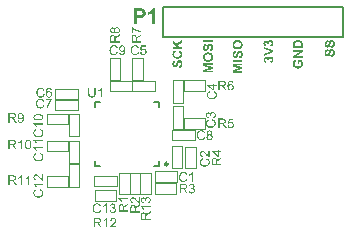
<source format=gto>
G04*
G04 #@! TF.GenerationSoftware,Altium Limited,Altium Designer,21.0.9 (235)*
G04*
G04 Layer_Color=65535*
%FSTAX24Y24*%
%MOIN*%
G70*
G04*
G04 #@! TF.SameCoordinates,2BB606B7-502A-413E-8362-7AFD42C930D0*
G04*
G04*
G04 #@! TF.FilePolarity,Positive*
G04*
G01*
G75*
%ADD10C,0.0098*%
%ADD11C,0.0079*%
%ADD12C,0.0020*%
G36*
X047643Y032658D02*
X047647D01*
X047651Y032658D01*
X047656Y032657D01*
X047667Y032656D01*
X047678Y032654D01*
X047689Y032652D01*
X047701Y032648D01*
X047701D01*
X047702Y032648D01*
X047704Y032647D01*
X047707Y032646D01*
X047709Y032645D01*
X047713Y032643D01*
X047721Y03264D01*
X04773Y032635D01*
X047739Y032629D01*
X047749Y032622D01*
X047757Y032614D01*
X047758Y032613D01*
X04776Y032611D01*
X047763Y032607D01*
X047767Y032602D01*
X047771Y032596D01*
X047775Y032588D01*
X047779Y032579D01*
X047783Y032569D01*
Y032569D01*
X047783Y032568D01*
Y032567D01*
X047784Y032565D01*
X047785Y03256D01*
X047786Y032554D01*
X047787Y032546D01*
X047788Y032536D01*
X047789Y032525D01*
X047789Y032512D01*
Y032391D01*
X04747D01*
Y032519D01*
X04747Y032522D01*
X04747Y032531D01*
X047471Y032541D01*
X047472Y032551D01*
X047474Y032561D01*
X047476Y032569D01*
Y03257D01*
X047477Y032571D01*
X047477Y032572D01*
X047477Y032574D01*
X04748Y03258D01*
X047483Y032586D01*
X047487Y032593D01*
X047492Y032602D01*
X047498Y03261D01*
X047506Y032617D01*
Y032618D01*
X047507Y032618D01*
X047509Y032621D01*
X047514Y032624D01*
X04752Y032629D01*
X047527Y032634D01*
X047536Y032639D01*
X047546Y032644D01*
X047557Y032648D01*
X047558D01*
X047559Y032648D01*
X047561Y032649D01*
X047563Y03265D01*
X047566Y03265D01*
X047569Y032651D01*
X047574Y032652D01*
X047578Y032654D01*
X047583Y032654D01*
X047589Y032655D01*
X047595Y032656D01*
X047602Y032657D01*
X047616Y032658D01*
X047633Y032659D01*
X047633D01*
X047635D01*
X047636D01*
X047639D01*
X047643Y032658D01*
D02*
G37*
G36*
X047789Y032258D02*
X047579Y032128D01*
X047789D01*
Y032069D01*
X04747D01*
Y032131D01*
X047685Y032263D01*
X04747D01*
Y032323D01*
X047789D01*
Y032258D01*
D02*
G37*
G36*
X047747Y032008D02*
X047748Y032006D01*
X04775Y032005D01*
X047751Y032003D01*
X047753Y032D01*
X047758Y031994D01*
X047763Y031985D01*
X047769Y031975D01*
X047775Y031963D01*
X04778Y031949D01*
Y031949D01*
X047781Y031948D01*
X047782Y031946D01*
X047783Y031943D01*
X047784Y031939D01*
X047785Y031935D01*
X047786Y03193D01*
X047788Y031925D01*
X047791Y031914D01*
X047793Y0319D01*
X047795Y031887D01*
X047795Y031872D01*
Y031867D01*
X047795Y031863D01*
Y031859D01*
X047794Y031854D01*
X047793Y031848D01*
X047793Y031842D01*
X04779Y031828D01*
X047786Y031814D01*
X047781Y031798D01*
X047778Y031791D01*
X047774Y031784D01*
X047774Y031784D01*
X047774Y031783D01*
X047772Y03178D01*
X04777Y031778D01*
X047768Y031775D01*
X047766Y031772D01*
X047762Y031767D01*
X047759Y031763D01*
X04775Y031754D01*
X04774Y031745D01*
X047728Y031736D01*
X047714Y031728D01*
X047713D01*
X047712Y031727D01*
X04771Y031726D01*
X047707Y031725D01*
X047703Y031724D01*
X047699Y031722D01*
X047694Y031721D01*
X047689Y031719D01*
X047683Y031717D01*
X047676Y031716D01*
X047661Y031712D01*
X047646Y031711D01*
X047628Y03171D01*
X047628D01*
X047626D01*
X047623D01*
X04762Y03171D01*
X047616D01*
X04761Y031711D01*
X047605Y031711D01*
X047598Y031712D01*
X047585Y031715D01*
X04757Y031718D01*
X047555Y031724D01*
X047547Y031727D01*
X04754Y03173D01*
X047539Y031731D01*
X047538Y031731D01*
X047536Y031733D01*
X047533Y031734D01*
X04753Y031736D01*
X047526Y031739D01*
X047522Y031742D01*
X047518Y031746D01*
X047513Y03175D01*
X047508Y031754D01*
X047503Y03176D01*
X047498Y031765D01*
X047493Y031771D01*
X047488Y031777D01*
X04748Y031791D01*
Y031792D01*
X047479Y031793D01*
X047478Y031795D01*
X047477Y031797D01*
X047476Y0318D01*
X047475Y031803D01*
X047473Y031808D01*
X047471Y031813D01*
X04747Y031818D01*
X047469Y031824D01*
X047467Y03183D01*
X047466Y031837D01*
X047464Y031851D01*
X047464Y031868D01*
Y031874D01*
X047464Y031878D01*
X047464Y031883D01*
X047465Y031889D01*
X047465Y031895D01*
X047467Y031902D01*
X04747Y031917D01*
X047474Y031932D01*
X047477Y03194D01*
X04748Y031948D01*
X047484Y031955D01*
X047489Y031961D01*
X047489Y031961D01*
X047489Y031962D01*
X047491Y031964D01*
X047493Y031967D01*
X047495Y031969D01*
X047499Y031972D01*
X047502Y031975D01*
X047507Y031979D01*
X047511Y031983D01*
X047516Y031986D01*
X047522Y03199D01*
X047528Y031993D01*
X047535Y031997D01*
X047542Y032D01*
X047549Y032003D01*
X047557Y032004D01*
X047569Y03194D01*
X047569D01*
X047568Y03194D01*
X047566Y031939D01*
X047561Y031937D01*
X047556Y031934D01*
X04755Y031931D01*
X047544Y031926D01*
X047538Y031921D01*
X047532Y031914D01*
X047532Y031913D01*
X04753Y031911D01*
X047528Y031907D01*
X047525Y031902D01*
X047523Y031895D01*
X047521Y031887D01*
X047519Y031878D01*
X047519Y031868D01*
Y031864D01*
X047519Y031861D01*
X047519Y031857D01*
X04752Y031853D01*
X047521Y031849D01*
X047522Y031844D01*
X047525Y031833D01*
X047527Y031827D01*
X04753Y031822D01*
X047533Y031816D01*
X047537Y031811D01*
X047541Y031806D01*
X047546Y031801D01*
X047546Y0318D01*
X047547Y0318D01*
X047549Y031798D01*
X047551Y031797D01*
X047554Y031795D01*
X047557Y031793D01*
X047561Y03179D01*
X047566Y031789D01*
X047571Y031786D01*
X047577Y031784D01*
X047584Y031782D01*
X047591Y03178D01*
X047598Y031778D01*
X047607Y031777D01*
X047616Y031777D01*
X047626Y031776D01*
X047626D01*
X047628D01*
X047631D01*
X047635Y031777D01*
X04764Y031777D01*
X047645Y031778D01*
X047652Y031778D01*
X047658Y031779D01*
X047672Y031782D01*
X047686Y031787D01*
X047693Y03179D01*
X0477Y031793D01*
X047706Y031797D01*
X047712Y031801D01*
X047712Y031802D01*
X047713Y031803D01*
X047714Y031804D01*
X047716Y031806D01*
X047718Y031809D01*
X047721Y031811D01*
X047723Y031815D01*
X047726Y031819D01*
X047729Y031824D01*
X047731Y031828D01*
X047736Y03184D01*
X047738Y031846D01*
X047739Y031853D01*
X04774Y03186D01*
X04774Y031868D01*
Y031871D01*
X04774Y031875D01*
X047739Y031881D01*
X047738Y031887D01*
X047737Y031894D01*
X047735Y031901D01*
X047732Y031908D01*
Y031909D01*
X047732Y031909D01*
X047731Y031912D01*
X047729Y031916D01*
X047727Y03192D01*
X047724Y031926D01*
X047721Y031932D01*
X047717Y031938D01*
X047713Y031943D01*
X047672D01*
Y031869D01*
X047618D01*
Y032009D01*
X047746D01*
X047747Y032008D01*
D02*
G37*
G36*
X046716Y032658D02*
X04672Y032658D01*
X046724Y032657D01*
X046729Y032656D01*
X046734Y032655D01*
X046745Y032651D01*
X046751Y032648D01*
X046758Y032646D01*
X046764Y032642D01*
X04677Y032638D01*
X046776Y032633D01*
X046781Y032628D01*
X046782Y032627D01*
X046783Y032626D01*
X046784Y032624D01*
X046786Y032622D01*
X046788Y032619D01*
X046791Y032616D01*
X046793Y032611D01*
X046796Y032606D01*
X046799Y032601D01*
X046802Y032595D01*
X046804Y032589D01*
X046806Y032582D01*
X046808Y032575D01*
X04681Y032568D01*
X046811Y032559D01*
X046811Y032551D01*
Y032547D01*
X046811Y032544D01*
X04681Y03254D01*
X04681Y032536D01*
X046809Y032531D01*
X046808Y032526D01*
X046805Y032514D01*
X0468Y032502D01*
X046798Y032496D01*
X046794Y03249D01*
X04679Y032484D01*
X046786Y032479D01*
X046786Y032478D01*
X046785Y032477D01*
X046783Y032476D01*
X046781Y032474D01*
X046779Y032472D01*
X046776Y03247D01*
X046773Y032467D01*
X046769Y032464D01*
X046764Y032461D01*
X046759Y032458D01*
X046748Y032453D01*
X046735Y032449D01*
X046728Y032447D01*
X046721Y032446D01*
X046714Y032505D01*
X046714D01*
X046714D01*
X046717Y032506D01*
X046721Y032507D01*
X046726Y032508D01*
X046732Y03251D01*
X046738Y032513D01*
X046744Y032516D01*
X046749Y03252D01*
X046749Y032521D01*
X04675Y032523D01*
X046752Y032526D01*
X046754Y032529D01*
X046757Y032533D01*
X046758Y032538D01*
X04676Y032544D01*
X04676Y03255D01*
Y032551D01*
X04676Y032554D01*
X046759Y032557D01*
X046758Y032562D01*
X046757Y032567D01*
X046754Y032572D01*
X04675Y032577D01*
X046746Y032582D01*
X046745Y032583D01*
X046743Y032585D01*
X04674Y032587D01*
X046736Y032589D01*
X04673Y032592D01*
X046723Y032594D01*
X046715Y032595D01*
X046707Y032596D01*
X046706D01*
X046706D01*
X046703D01*
X046699Y032595D01*
X046693Y032594D01*
X046687Y032593D01*
X046681Y03259D01*
X046675Y032587D01*
X04667Y032583D01*
X046669Y032582D01*
X046667Y032581D01*
X046665Y032578D01*
X046663Y032575D01*
X04666Y03257D01*
X046658Y032565D01*
X046656Y032559D01*
X046656Y032553D01*
Y032548D01*
X046656Y032545D01*
X046657Y032541D01*
X046658Y032536D01*
X046659Y032531D01*
X04666Y032525D01*
X046611Y032531D01*
Y032535D01*
X046611Y03254D01*
X04661Y032545D01*
X046609Y032551D01*
X046607Y032558D01*
X046604Y032564D01*
X0466Y032569D01*
X0466Y03257D01*
X046598Y032572D01*
X046596Y032574D01*
X046592Y032576D01*
X046588Y032579D01*
X046583Y032581D01*
X046577Y032582D01*
X04657Y032583D01*
X046569D01*
X046567D01*
X046564Y032582D01*
X046561Y032581D01*
X046556Y032581D01*
X046552Y032579D01*
X046548Y032576D01*
X046544Y032573D01*
X046544Y032573D01*
X046543Y032571D01*
X046541Y032569D01*
X046539Y032566D01*
X046538Y032562D01*
X046536Y032558D01*
X046535Y032553D01*
X046534Y032547D01*
Y032544D01*
X046535Y032542D01*
X046536Y032538D01*
X046537Y032534D01*
X046539Y032529D01*
X046542Y032525D01*
X046545Y03252D01*
X046546Y03252D01*
X046547Y032519D01*
X04655Y032517D01*
X046554Y032514D01*
X046558Y032512D01*
X046563Y03251D01*
X04657Y032508D01*
X046577Y032507D01*
X046568Y032451D01*
X046568D01*
X046567Y032451D01*
X046565D01*
X046563Y032452D01*
X046558Y032453D01*
X046551Y032455D01*
X046544Y032458D01*
X046536Y03246D01*
X046528Y032464D01*
X046521Y032468D01*
X04652Y032469D01*
X046519Y032471D01*
X046515Y032473D01*
X046511Y032477D01*
X046507Y032482D01*
X046502Y032487D01*
X046498Y032494D01*
X046494Y032502D01*
Y032502D01*
X046493Y032502D01*
X046492Y032505D01*
X04649Y03251D01*
X046489Y032515D01*
X046487Y032522D01*
X046485Y032531D01*
X046484Y032539D01*
X046483Y032549D01*
Y032553D01*
X046484Y032556D01*
X046484Y032561D01*
X046485Y032565D01*
X046486Y03257D01*
X046487Y032575D01*
X04649Y032587D01*
X046493Y032593D01*
X046496Y032599D01*
X046499Y032605D01*
X046503Y032611D01*
X046507Y032617D01*
X046513Y032622D01*
X046513Y032622D01*
X046514Y032623D01*
X046515Y032624D01*
X046517Y032625D01*
X046521Y032629D01*
X046528Y032633D01*
X046536Y032637D01*
X046545Y032641D01*
X046555Y032643D01*
X04656Y032644D01*
X046566Y032644D01*
X046566D01*
X046568D01*
X04657Y032644D01*
X046573Y032643D01*
X046576Y032643D01*
X04658Y032642D01*
X046585Y032641D01*
X04659Y032639D01*
X046595Y032636D01*
X046601Y032633D01*
X046606Y032629D01*
X046612Y032625D01*
X046617Y032619D01*
X046623Y032613D01*
X046628Y032606D01*
X046633Y032598D01*
Y032599D01*
X046634Y032599D01*
Y032601D01*
X046635Y032603D01*
X046636Y032608D01*
X046639Y032614D01*
X046642Y032621D01*
X046647Y032628D01*
X046653Y032635D01*
X04666Y032642D01*
X046661Y032643D01*
X046664Y032645D01*
X046668Y032647D01*
X046674Y03265D01*
X046681Y032654D01*
X04669Y032656D01*
X046699Y032658D01*
X046709Y032659D01*
X04671D01*
X046711D01*
X046714D01*
X046716Y032658D01*
D02*
G37*
G36*
X046805Y032316D02*
Y032246D01*
X046485Y032131D01*
Y032201D01*
X046722Y032283D01*
X046485Y032361D01*
Y032429D01*
X046805Y032316D01*
D02*
G37*
G36*
X046716Y032112D02*
X04672Y032111D01*
X046724Y03211D01*
X046729Y032109D01*
X046734Y032108D01*
X046745Y032105D01*
X046751Y032102D01*
X046758Y032099D01*
X046764Y032095D01*
X04677Y032091D01*
X046776Y032087D01*
X046781Y032081D01*
X046782Y032081D01*
X046783Y03208D01*
X046784Y032078D01*
X046786Y032076D01*
X046788Y032072D01*
X046791Y032069D01*
X046793Y032064D01*
X046796Y03206D01*
X046799Y032055D01*
X046802Y032049D01*
X046804Y032042D01*
X046806Y032036D01*
X046808Y032028D01*
X04681Y032021D01*
X046811Y032013D01*
X046811Y032004D01*
Y032D01*
X046811Y031997D01*
X04681Y031993D01*
X04681Y031989D01*
X046809Y031985D01*
X046808Y031979D01*
X046805Y031968D01*
X0468Y031956D01*
X046798Y031949D01*
X046794Y031944D01*
X04679Y031938D01*
X046786Y031932D01*
X046786Y031932D01*
X046785Y031931D01*
X046783Y03193D01*
X046781Y031928D01*
X046779Y031925D01*
X046776Y031923D01*
X046773Y03192D01*
X046769Y031918D01*
X046764Y031915D01*
X046759Y031912D01*
X046748Y031906D01*
X046735Y031902D01*
X046728Y0319D01*
X046721Y0319D01*
X046714Y031959D01*
X046714D01*
X046714D01*
X046717Y031959D01*
X046721Y03196D01*
X046726Y031961D01*
X046732Y031964D01*
X046738Y031966D01*
X046744Y03197D01*
X046749Y031974D01*
X046749Y031974D01*
X04675Y031976D01*
X046752Y031979D01*
X046754Y031982D01*
X046757Y031987D01*
X046758Y031992D01*
X04676Y031997D01*
X04676Y032004D01*
Y032005D01*
X04676Y032007D01*
X046759Y03201D01*
X046758Y032015D01*
X046757Y03202D01*
X046754Y032025D01*
X04675Y032031D01*
X046746Y032036D01*
X046745Y032036D01*
X046743Y032038D01*
X04674Y03204D01*
X046736Y032043D01*
X04673Y032045D01*
X046723Y032047D01*
X046715Y032049D01*
X046707Y032049D01*
X046706D01*
X046706D01*
X046703D01*
X046699Y032049D01*
X046693Y032048D01*
X046687Y032046D01*
X046681Y032044D01*
X046675Y03204D01*
X04667Y032036D01*
X046669Y032036D01*
X046667Y032034D01*
X046665Y032031D01*
X046663Y032028D01*
X04666Y032023D01*
X046658Y032018D01*
X046656Y032013D01*
X046656Y032006D01*
Y032002D01*
X046656Y031998D01*
X046657Y031994D01*
X046658Y031989D01*
X046659Y031984D01*
X04666Y031978D01*
X046611Y031985D01*
Y031989D01*
X046611Y031993D01*
X04661Y031999D01*
X046609Y032005D01*
X046607Y032011D01*
X046604Y032017D01*
X0466Y032023D01*
X0466Y032023D01*
X046598Y032025D01*
X046596Y032027D01*
X046592Y03203D01*
X046588Y032032D01*
X046583Y032034D01*
X046577Y032036D01*
X04657Y032036D01*
X046569D01*
X046567D01*
X046564Y032036D01*
X046561Y032035D01*
X046556Y032034D01*
X046552Y032032D01*
X046548Y03203D01*
X046544Y032027D01*
X046544Y032026D01*
X046543Y032025D01*
X046541Y032023D01*
X046539Y03202D01*
X046538Y032016D01*
X046536Y032012D01*
X046535Y032006D01*
X046534Y032001D01*
Y031998D01*
X046535Y031995D01*
X046536Y031991D01*
X046537Y031987D01*
X046539Y031983D01*
X046542Y031978D01*
X046545Y031974D01*
X046546Y031973D01*
X046547Y031972D01*
X04655Y03197D01*
X046554Y031968D01*
X046558Y031966D01*
X046563Y031964D01*
X04657Y031962D01*
X046577Y031961D01*
X046568Y031904D01*
X046568D01*
X046567Y031905D01*
X046565D01*
X046563Y031905D01*
X046558Y031906D01*
X046551Y031908D01*
X046544Y031911D01*
X046536Y031914D01*
X046528Y031918D01*
X046521Y031922D01*
X04652Y031922D01*
X046519Y031924D01*
X046515Y031927D01*
X046511Y03193D01*
X046507Y031935D01*
X046502Y031941D01*
X046498Y031948D01*
X046494Y031955D01*
Y031955D01*
X046493Y031956D01*
X046492Y031959D01*
X04649Y031963D01*
X046489Y031969D01*
X046487Y031976D01*
X046485Y031984D01*
X046484Y031993D01*
X046483Y032003D01*
Y032007D01*
X046484Y03201D01*
X046484Y032014D01*
X046485Y032018D01*
X046486Y032023D01*
X046487Y032028D01*
X04649Y03204D01*
X046493Y032046D01*
X046496Y032052D01*
X046499Y032058D01*
X046503Y032064D01*
X046507Y03207D01*
X046513Y032075D01*
X046513Y032076D01*
X046514Y032076D01*
X046515Y032077D01*
X046517Y032079D01*
X046521Y032082D01*
X046528Y032087D01*
X046536Y032091D01*
X046545Y032094D01*
X046555Y032097D01*
X04656Y032097D01*
X046566Y032098D01*
X046566D01*
X046568D01*
X04657Y032097D01*
X046573Y032097D01*
X046576Y032096D01*
X04658Y032095D01*
X046585Y032094D01*
X04659Y032092D01*
X046595Y032089D01*
X046601Y032087D01*
X046606Y032083D01*
X046612Y032078D01*
X046617Y032073D01*
X046623Y032067D01*
X046628Y03206D01*
X046633Y032052D01*
Y032052D01*
X046634Y032053D01*
Y032054D01*
X046635Y032056D01*
X046636Y032061D01*
X046639Y032067D01*
X046642Y032074D01*
X046647Y032082D01*
X046653Y032089D01*
X04666Y032095D01*
X046661Y032096D01*
X046664Y032098D01*
X046668Y032101D01*
X046674Y032104D01*
X046681Y032107D01*
X04669Y032109D01*
X046699Y032111D01*
X046709Y032112D01*
X04671D01*
X046711D01*
X046714D01*
X046716Y032112D01*
D02*
G37*
G36*
X044797Y032594D02*
X044477D01*
Y032659D01*
X044797D01*
Y032594D01*
D02*
G37*
G36*
X044711Y032541D02*
X044714Y03254D01*
X044721Y032539D01*
X044729Y032538D01*
X044738Y032535D01*
X044747Y032531D01*
X044756Y032526D01*
X044756D01*
X044757Y032525D01*
X04476Y032523D01*
X044764Y032519D01*
X044769Y032514D01*
X044775Y032508D01*
X044781Y032501D01*
X044787Y032492D01*
X044792Y032482D01*
Y032482D01*
X044792Y032481D01*
X044793Y032479D01*
X044793Y032477D01*
X044794Y032474D01*
X044795Y032471D01*
X044796Y032467D01*
X044797Y032463D01*
X044799Y032458D01*
X044799Y032453D01*
X044801Y032441D01*
X044803Y032428D01*
X044803Y032413D01*
Y032407D01*
X044803Y032403D01*
X044802Y032398D01*
X044802Y032392D01*
X044801Y032386D01*
X044799Y032379D01*
X044796Y032363D01*
X044794Y032356D01*
X044792Y032348D01*
X044788Y03234D01*
X044785Y032333D01*
X044781Y032326D01*
X044775Y032319D01*
X044775Y032319D01*
X044774Y032318D01*
X044773Y032316D01*
X04477Y032314D01*
X044767Y032312D01*
X044763Y032309D01*
X044759Y032306D01*
X044755Y032302D01*
X044749Y032299D01*
X044743Y032296D01*
X044736Y032293D01*
X044729Y032289D01*
X044721Y032287D01*
X044712Y032284D01*
X044703Y032283D01*
X044693Y032281D01*
X044687Y032344D01*
X044688D01*
X044689Y032344D01*
X04469D01*
X044692Y032345D01*
X044698Y032347D01*
X044705Y032349D01*
X044713Y032352D01*
X04472Y032356D01*
X044727Y032361D01*
X044734Y032367D01*
X044734Y032368D01*
X044736Y03237D01*
X044738Y032374D01*
X044741Y032379D01*
X044744Y032386D01*
X044746Y032394D01*
X044748Y032403D01*
X044749Y032414D01*
Y032419D01*
X044748Y032424D01*
X044747Y032431D01*
X044745Y032439D01*
X044743Y032447D01*
X04474Y032454D01*
X044736Y03246D01*
X044735Y032461D01*
X044733Y032463D01*
X044731Y032465D01*
X044727Y032469D01*
X044722Y032471D01*
X044717Y032474D01*
X044711Y032476D01*
X044705Y032477D01*
X044704D01*
X044703D01*
X044701Y032476D01*
X044698Y032476D01*
X044695Y032475D01*
X044692Y032474D01*
X044689Y032472D01*
X044685Y03247D01*
X044685Y032469D01*
X044684Y032468D01*
X044683Y032467D01*
X044681Y032465D01*
X044678Y032461D01*
X044676Y032457D01*
X044674Y032453D01*
X044671Y032447D01*
Y032446D01*
X044671Y032444D01*
X04467Y032441D01*
X044669Y032439D01*
X044668Y032436D01*
X044667Y032433D01*
X044666Y032429D01*
X044665Y032425D01*
X044664Y03242D01*
X044662Y032415D01*
X044661Y032409D01*
X044659Y032402D01*
X044657Y032395D01*
Y032394D01*
X044657Y032392D01*
X044656Y03239D01*
X044655Y032386D01*
X044653Y032382D01*
X044652Y032377D01*
X04465Y032372D01*
X044648Y032366D01*
X044644Y032354D01*
X044638Y032343D01*
X044635Y032337D01*
X044632Y032332D01*
X044629Y032326D01*
X044626Y032322D01*
X044625Y032322D01*
X044624Y032321D01*
X044623Y032319D01*
X044621Y032318D01*
X044618Y032315D01*
X044615Y032313D01*
X044612Y03231D01*
X044608Y032308D01*
X044598Y032302D01*
X044587Y032298D01*
X044581Y032296D01*
X044575Y032295D01*
X044568Y032294D01*
X044561Y032293D01*
X044561D01*
X04456D01*
X044559D01*
X044557D01*
X044552Y032294D01*
X044546Y032295D01*
X044539Y032296D01*
X044531Y032299D01*
X044523Y032302D01*
X044515Y032307D01*
X044515D01*
X044514Y032307D01*
X044512Y032309D01*
X044508Y032312D01*
X044503Y032317D01*
X044498Y032322D01*
X044493Y032329D01*
X044488Y032337D01*
X044483Y032346D01*
Y032347D01*
X044483Y032348D01*
X044482Y032349D01*
X044481Y032351D01*
X04448Y032354D01*
X044479Y032356D01*
X044478Y03236D01*
X044477Y032364D01*
X044475Y032374D01*
X044473Y032384D01*
X044472Y032396D01*
X044471Y03241D01*
Y032415D01*
X044472Y032419D01*
X044472Y032424D01*
X044473Y03243D01*
X044474Y032436D01*
X044475Y032443D01*
X044478Y032458D01*
X04448Y032465D01*
X044483Y032473D01*
X044486Y03248D01*
X044489Y032487D01*
X044494Y032494D01*
X044498Y0325D01*
X044499Y0325D01*
X0445Y032501D01*
X044501Y032502D01*
X044503Y032504D01*
X044506Y032507D01*
X044509Y032509D01*
X044513Y032512D01*
X044517Y032515D01*
X044522Y032518D01*
X044527Y032521D01*
X044533Y032524D01*
X044539Y032526D01*
X044546Y032528D01*
X044553Y03253D01*
X044561Y032532D01*
X044569Y032532D01*
X044571Y032467D01*
X044571D01*
X04457D01*
X044567Y032466D01*
X044563Y032465D01*
X044558Y032464D01*
X044552Y032461D01*
X044546Y032458D01*
X044541Y032454D01*
X044536Y032449D01*
X044536Y032449D01*
X044534Y032447D01*
X044532Y032444D01*
X044531Y032439D01*
X044529Y032434D01*
X044527Y032427D01*
X044525Y032418D01*
X044525Y032409D01*
Y032404D01*
X044525Y032399D01*
X044526Y032393D01*
X044528Y032386D01*
X04453Y032379D01*
X044533Y032372D01*
X044537Y032365D01*
X044538Y032365D01*
X044538Y032364D01*
X04454Y032362D01*
X044542Y03236D01*
X044545Y032358D01*
X044549Y032356D01*
X044552Y032356D01*
X044557Y032355D01*
X044557D01*
X044559D01*
X044561Y032356D01*
X044563Y032356D01*
X044567Y032357D01*
X04457Y032359D01*
X044573Y032361D01*
X044576Y032364D01*
X044577Y032365D01*
X044578Y032367D01*
X044579Y032368D01*
X04458Y032371D01*
X044581Y032373D01*
X044583Y032376D01*
X044584Y03238D01*
X044586Y032384D01*
X044588Y032389D01*
X04459Y032394D01*
X044592Y032401D01*
X044593Y032408D01*
X044595Y032415D01*
X044598Y032423D01*
Y032424D01*
X044598Y032426D01*
X044598Y032428D01*
X044599Y032431D01*
X0446Y032435D01*
X044602Y03244D01*
X044603Y032445D01*
X044604Y03245D01*
X044608Y032461D01*
X044612Y032472D01*
X044616Y032483D01*
X044618Y032488D01*
X044621Y032493D01*
Y032493D01*
X044621Y032494D01*
X044623Y032496D01*
X044626Y032501D01*
X044629Y032506D01*
X044634Y032511D01*
X04464Y032517D01*
X044646Y032523D01*
X044653Y032528D01*
X044654Y032529D01*
X044657Y03253D01*
X044661Y032532D01*
X044667Y032535D01*
X044675Y032537D01*
X044683Y032539D01*
X044693Y032541D01*
X044704Y032541D01*
X044705D01*
X044706D01*
X044707D01*
X044709D01*
X044711Y032541D01*
D02*
G37*
G36*
X044645Y032247D02*
X044651D01*
X044657Y032246D01*
X044665Y032245D01*
X044673Y032244D01*
X044682Y032242D01*
X044692Y03224D01*
X044702Y032237D01*
X044712Y032234D01*
X044722Y032229D01*
X044732Y032225D01*
X044742Y032219D01*
X044751Y032212D01*
X04476Y032205D01*
X04476Y032204D01*
X044762Y032203D01*
X044764Y032201D01*
X044767Y032197D01*
X04477Y032193D01*
X044774Y032188D01*
X044777Y032182D01*
X044781Y032175D01*
X044786Y032167D01*
X044789Y032159D01*
X044793Y03215D01*
X044796Y03214D01*
X044799Y032129D01*
X044801Y032118D01*
X044803Y032106D01*
X044803Y032093D01*
Y032089D01*
X044803Y032086D01*
X044802Y032081D01*
X044802Y032075D01*
X044801Y032068D01*
X044799Y03206D01*
X044798Y032052D01*
X044795Y032043D01*
X044793Y032034D01*
X044789Y032024D01*
X044785Y032015D01*
X04478Y032005D01*
X044774Y031997D01*
X044768Y031988D01*
X04476Y031979D01*
X044759Y031979D01*
X044758Y031978D01*
X044755Y031976D01*
X044752Y031973D01*
X044747Y03197D01*
X044742Y031966D01*
X044736Y031962D01*
X044728Y031959D01*
X04472Y031955D01*
X044711Y031951D01*
X044702Y031947D01*
X044691Y031944D01*
X044679Y031941D01*
X044667Y031939D01*
X044653Y031938D01*
X04464Y031937D01*
X044639D01*
X044637D01*
X044635D01*
X044631Y031938D01*
X044627D01*
X044623Y031938D01*
X044617Y031939D01*
X044611Y031939D01*
X044598Y031941D01*
X044584Y031943D01*
X04457Y031947D01*
X044557Y031952D01*
X044557D01*
X044556Y031952D01*
X044555Y031953D01*
X044553Y031954D01*
X044549Y031956D01*
X044543Y03196D01*
X044536Y031964D01*
X044529Y031969D01*
X044521Y031975D01*
X044513Y031981D01*
X044513Y031982D01*
X044513Y031982D01*
X04451Y031985D01*
X044507Y031989D01*
X044502Y031994D01*
X044498Y032D01*
X044493Y032007D01*
X044488Y032015D01*
X044484Y032023D01*
Y032023D01*
X044484Y032024D01*
X044483Y032026D01*
X044483Y032028D01*
X044481Y032031D01*
X04448Y032034D01*
X044479Y032039D01*
X044478Y032043D01*
X044476Y032053D01*
X044473Y032064D01*
X044472Y032078D01*
X044471Y032092D01*
Y032095D01*
X044472Y032099D01*
Y032103D01*
X044473Y032109D01*
X044474Y032116D01*
X044475Y032124D01*
X044477Y032132D01*
X044479Y032141D01*
X044482Y03215D01*
X044486Y03216D01*
X04449Y032169D01*
X044495Y032179D01*
X044501Y032188D01*
X044508Y032197D01*
X044516Y032205D01*
X044516Y032205D01*
X044518Y032207D01*
X04452Y032209D01*
X044524Y032211D01*
X044528Y032215D01*
X044534Y032218D01*
X04454Y032222D01*
X044548Y032226D01*
X044556Y03223D01*
X044565Y032234D01*
X044575Y032238D01*
X044586Y032241D01*
X044598Y032244D01*
X04461Y032246D01*
X044623Y032247D01*
X044638Y032247D01*
X044639D01*
X044641D01*
X044645Y032247D01*
D02*
G37*
G36*
X044797Y031826D02*
X044546Y031825D01*
X044797Y031762D01*
Y0317D01*
X044546Y031637D01*
X044797D01*
Y031578D01*
X044477D01*
Y031674D01*
X044696Y031731D01*
X044477Y031788D01*
Y031885D01*
X044797D01*
Y031826D01*
D02*
G37*
G36*
X043774Y032575D02*
X043623Y032487D01*
X043677Y032435D01*
X043774D01*
Y03237D01*
X043454D01*
Y032435D01*
X043596D01*
X043454Y032566D01*
Y032653D01*
X043579Y032532D01*
X043774Y032659D01*
Y032575D01*
D02*
G37*
G36*
X043678Y032313D02*
X043681Y032313D01*
X043684Y032311D01*
X043689Y032309D01*
X043694Y032307D01*
X043699Y032305D01*
X043705Y032302D01*
X043718Y032296D01*
X043731Y032288D01*
X043743Y032277D01*
X043749Y032272D01*
X043754Y032266D01*
X043754Y032265D01*
X043755Y032265D01*
X043756Y032263D01*
X043758Y03226D01*
X04376Y032257D01*
X043762Y032253D01*
X043764Y032248D01*
X043766Y032243D01*
X043769Y032237D01*
X043771Y03223D01*
X043773Y032223D01*
X043775Y032216D01*
X043777Y032208D01*
X043778Y032199D01*
X043779Y032191D01*
X043779Y032181D01*
Y032178D01*
X043779Y032175D01*
X043778Y03217D01*
X043778Y032165D01*
X043777Y032159D01*
X043775Y032152D01*
X043774Y032144D01*
X043771Y032136D01*
X043768Y032128D01*
X043765Y032119D01*
X043761Y03211D01*
X043756Y032101D01*
X04375Y032093D01*
X043743Y032084D01*
X043736Y032076D01*
X043735Y032076D01*
X043734Y032075D01*
X043731Y032073D01*
X043728Y03207D01*
X043723Y032067D01*
X043718Y032064D01*
X043712Y03206D01*
X043704Y032056D01*
X043696Y032052D01*
X043688Y032049D01*
X043677Y032045D01*
X043667Y032042D01*
X043656Y03204D01*
X043643Y032038D01*
X04363Y032036D01*
X043616Y032036D01*
X043616D01*
X043616D01*
X043613D01*
X043609Y032036D01*
X043603D01*
X043597Y032037D01*
X043589Y032038D01*
X04358Y032039D01*
X043571Y032041D01*
X043561Y032043D01*
X043551Y032046D01*
X043541Y032049D01*
X04353Y032053D01*
X04352Y032058D01*
X04351Y032064D01*
X043501Y03207D01*
X043492Y032077D01*
X043492Y032077D01*
X04349Y032079D01*
X043488Y032081D01*
X043485Y032084D01*
X043482Y032088D01*
X043478Y032094D01*
X043474Y032099D01*
X04347Y032106D01*
X043466Y032113D01*
X043462Y032121D01*
X043458Y032131D01*
X043455Y03214D01*
X043452Y03215D01*
X04345Y032161D01*
X043448Y032173D01*
X043448Y032185D01*
Y032191D01*
X043448Y032195D01*
X043449Y0322D01*
X04345Y032205D01*
X043451Y032212D01*
X043452Y032219D01*
X043454Y032226D01*
X043456Y032234D01*
X043459Y032242D01*
X043463Y03225D01*
X043466Y032258D01*
X043471Y032265D01*
X043476Y032273D01*
X043482Y03228D01*
Y032281D01*
X043483Y032281D01*
X043485Y032283D01*
X043486Y032284D01*
X043488Y032286D01*
X043491Y032288D01*
X043498Y032293D01*
X043506Y032298D01*
X043516Y032303D01*
X043528Y032308D01*
X043541Y032313D01*
X043556Y032249D01*
X043556D01*
X043555Y032249D01*
X043554D01*
X043552Y032248D01*
X043548Y032246D01*
X043543Y032244D01*
X043536Y032241D01*
X04353Y032237D01*
X043523Y032231D01*
X043518Y032225D01*
X043517Y032224D01*
X043515Y032222D01*
X043513Y032218D01*
X04351Y032213D01*
X043507Y032207D01*
X043505Y032199D01*
X043503Y032191D01*
X043503Y032182D01*
Y032179D01*
X043503Y032176D01*
X043504Y032173D01*
X043504Y032169D01*
X043506Y032161D01*
X043509Y032152D01*
X043514Y032143D01*
X043517Y032137D01*
X04352Y032133D01*
X043524Y032128D01*
X043529Y032124D01*
X043529D01*
X04353Y032123D01*
X043531Y032122D01*
X043534Y032121D01*
X043537Y032119D01*
X04354Y032117D01*
X043544Y032115D01*
X043549Y032113D01*
X043554Y032111D01*
X04356Y032109D01*
X043567Y032107D01*
X043574Y032106D01*
X043583Y032104D01*
X043591Y032103D01*
X043601Y032103D01*
X043612Y032102D01*
X043612D01*
X043615D01*
X043618D01*
X043622Y032103D01*
X043627D01*
X043633Y032104D01*
X043639Y032104D01*
X043646Y032105D01*
X04366Y032108D01*
X043674Y032112D01*
X043681Y032114D01*
X043688Y032117D01*
X043694Y03212D01*
X043699Y032124D01*
X043699Y032125D01*
X0437Y032125D01*
X043701Y032126D01*
X043703Y032128D01*
X043707Y032133D01*
X043711Y032139D01*
X043716Y032147D01*
X04372Y032157D01*
X043723Y032168D01*
X043724Y032174D01*
X043724Y03218D01*
Y032183D01*
X043724Y032185D01*
X043723Y03219D01*
X043722Y032196D01*
X04372Y032202D01*
X043717Y03221D01*
X043713Y032217D01*
X043708Y032224D01*
X043707Y032225D01*
X043705Y032228D01*
X043701Y032231D01*
X043695Y032234D01*
X043688Y032239D01*
X043679Y032243D01*
X043669Y032247D01*
X043656Y032251D01*
X043676Y032314D01*
X043676D01*
X043678Y032313D01*
D02*
G37*
G36*
X043688Y031992D02*
X043691Y031991D01*
X043697Y031991D01*
X043706Y031989D01*
X043714Y031986D01*
X043723Y031982D01*
X043732Y031977D01*
X043733D01*
X043733Y031976D01*
X043736Y031974D01*
X043741Y03197D01*
X043746Y031966D01*
X043752Y03196D01*
X043757Y031952D01*
X043763Y031943D01*
X043768Y031933D01*
Y031933D01*
X043768Y031932D01*
X043769Y03193D01*
X04377Y031928D01*
X043771Y031925D01*
X043772Y031922D01*
X043773Y031918D01*
X043774Y031914D01*
X043775Y031909D01*
X043776Y031904D01*
X043778Y031892D01*
X043779Y031879D01*
X04378Y031864D01*
Y031858D01*
X043779Y031854D01*
X043779Y031849D01*
X043778Y031843D01*
X043777Y031837D01*
X043776Y03183D01*
X043773Y031815D01*
X04377Y031807D01*
X043768Y031799D01*
X043765Y031791D01*
X043761Y031784D01*
X043757Y031777D01*
X043752Y031771D01*
X043751Y03177D01*
X04375Y031769D01*
X043749Y031767D01*
X043747Y031766D01*
X043743Y031763D01*
X04374Y03176D01*
X043736Y031757D01*
X043731Y031754D01*
X043725Y03175D01*
X043719Y031747D01*
X043713Y031744D01*
X043705Y031741D01*
X043697Y031738D01*
X043689Y031736D01*
X043679Y031734D01*
X04367Y031732D01*
X043664Y031795D01*
X043664D01*
X043665Y031796D01*
X043667D01*
X043669Y031796D01*
X043674Y031798D01*
X043681Y0318D01*
X043689Y031803D01*
X043697Y031807D01*
X043704Y031812D01*
X04371Y031818D01*
X043711Y031819D01*
X043713Y031821D01*
X043715Y031825D01*
X043718Y03183D01*
X04372Y031837D01*
X043723Y031845D01*
X043725Y031854D01*
X043725Y031865D01*
Y03187D01*
X043724Y031876D01*
X043723Y031882D01*
X043722Y03189D01*
X043719Y031898D01*
X043716Y031905D01*
X043712Y031912D01*
X043712Y031912D01*
X04371Y031914D01*
X043707Y031917D01*
X043703Y03192D01*
X043699Y031923D01*
X043693Y031925D01*
X043688Y031927D01*
X043681Y031928D01*
X043681D01*
X043679D01*
X043677Y031927D01*
X043674Y031927D01*
X043671Y031926D01*
X043668Y031925D01*
X043665Y031923D01*
X043662Y031921D01*
X043661Y03192D01*
X04366Y031919D01*
X043659Y031918D01*
X043657Y031916D01*
X043655Y031912D01*
X043652Y031908D01*
X04365Y031904D01*
X043648Y031898D01*
Y031897D01*
X043647Y031895D01*
X043646Y031892D01*
X043645Y03189D01*
X043645Y031887D01*
X043644Y031884D01*
X043642Y03188D01*
X043641Y031876D01*
X04364Y031871D01*
X043639Y031866D01*
X043637Y03186D01*
X043635Y031853D01*
X043634Y031846D01*
Y031845D01*
X043633Y031844D01*
X043632Y031841D01*
X043631Y031838D01*
X04363Y031833D01*
X043628Y031828D01*
X043627Y031823D01*
X043625Y031817D01*
X04362Y031805D01*
X043615Y031794D01*
X043612Y031788D01*
X043609Y031783D01*
X043605Y031778D01*
X043602Y031773D01*
X043602Y031773D01*
X043601Y031772D01*
X043599Y031771D01*
X043597Y031769D01*
X043595Y031766D01*
X043591Y031764D01*
X043588Y031761D01*
X043584Y031759D01*
X043574Y031754D01*
X043563Y031749D01*
X043557Y031747D01*
X043551Y031746D01*
X043544Y031745D01*
X043537Y031744D01*
X043537D01*
X043537D01*
X043535D01*
X043533D01*
X043529Y031745D01*
X043523Y031746D01*
X043516Y031748D01*
X043508Y03175D01*
X0435Y031753D01*
X043492Y031758D01*
X043491D01*
X043491Y031758D01*
X043488Y03176D01*
X043484Y031763D01*
X04348Y031768D01*
X043475Y031773D01*
X043469Y03178D01*
X043464Y031788D01*
X043459Y031797D01*
Y031798D01*
X043459Y031799D01*
X043458Y0318D01*
X043458Y031802D01*
X043457Y031805D01*
X043456Y031808D01*
X043455Y031811D01*
X043453Y031815D01*
X043452Y031825D01*
X04345Y031835D01*
X043448Y031847D01*
X043448Y031861D01*
Y031866D01*
X043448Y03187D01*
X043449Y031876D01*
X043449Y031882D01*
X04345Y031888D01*
X043451Y031894D01*
X043454Y031909D01*
X043457Y031917D01*
X043459Y031924D01*
X043462Y031931D01*
X043466Y031938D01*
X04347Y031945D01*
X043475Y031951D01*
X043475Y031951D01*
X043476Y031952D01*
X043477Y031954D01*
X043479Y031955D01*
X043482Y031958D01*
X043485Y031961D01*
X043489Y031963D01*
X043493Y031967D01*
X043498Y031969D01*
X043503Y031972D01*
X043509Y031975D01*
X043516Y031977D01*
X043522Y031979D01*
X04353Y031981D01*
X043537Y031983D01*
X043545Y031983D01*
X043548Y031918D01*
X043547D01*
X043547D01*
X043543Y031918D01*
X043539Y031917D01*
X043534Y031915D01*
X043528Y031912D01*
X043523Y031909D01*
X043517Y031905D01*
X043512Y0319D01*
X043512Y0319D01*
X043511Y031898D01*
X043509Y031895D01*
X043507Y03189D01*
X043505Y031885D01*
X043503Y031878D01*
X043502Y031869D01*
X043501Y03186D01*
Y031855D01*
X043502Y03185D01*
X043503Y031844D01*
X043504Y031837D01*
X043506Y03183D01*
X043509Y031823D01*
X043513Y031816D01*
X043514Y031816D01*
X043515Y031815D01*
X043516Y031813D01*
X043519Y031811D01*
X043521Y031809D01*
X043525Y031808D01*
X043529Y031807D01*
X043533Y031806D01*
X043534D01*
X043535D01*
X043537Y031807D01*
X04354Y031808D01*
X043543Y031809D01*
X043546Y03181D01*
X043549Y031812D01*
X043553Y031815D01*
X043553Y031816D01*
X043555Y031818D01*
X043555Y03182D01*
X043556Y031822D01*
X043558Y031824D01*
X043559Y031827D01*
X043561Y031831D01*
X043562Y031835D01*
X043564Y03184D01*
X043566Y031845D01*
X043568Y031852D01*
X04357Y031859D01*
X043572Y031866D01*
X043574Y031875D01*
Y031875D01*
X043574Y031877D01*
X043575Y031879D01*
X043576Y031882D01*
X043577Y031886D01*
X043578Y031891D01*
X043579Y031896D01*
X043581Y031901D01*
X043585Y031912D01*
X043588Y031924D01*
X043592Y031935D01*
X043595Y031939D01*
X043597Y031944D01*
Y031944D01*
X043597Y031945D01*
X043599Y031948D01*
X043602Y031952D01*
X043606Y031957D01*
X04361Y031962D01*
X043616Y031968D01*
X043622Y031974D01*
X04363Y031979D01*
X043631Y03198D01*
X043634Y031981D01*
X043638Y031984D01*
X043644Y031986D01*
X043651Y031988D01*
X04366Y031991D01*
X04367Y031992D01*
X043681Y031992D01*
X043681D01*
X043682D01*
X043683D01*
X043685D01*
X043688Y031992D01*
D02*
G37*
G36*
X045629Y032658D02*
X045635D01*
X045641Y032657D01*
X045649Y032656D01*
X045658Y032655D01*
X045666Y032654D01*
X045676Y032651D01*
X045686Y032648D01*
X045696Y032645D01*
X045707Y032641D01*
X045716Y032636D01*
X045726Y03263D01*
X045735Y032623D01*
X045744Y032616D01*
X045744Y032616D01*
X045746Y032614D01*
X045748Y032612D01*
X045751Y032608D01*
X045754Y032604D01*
X045758Y032599D01*
X045762Y032593D01*
X045766Y032587D01*
X04577Y032579D01*
X045774Y03257D01*
X045777Y032561D01*
X04578Y032551D01*
X045783Y03254D01*
X045786Y032529D01*
X045787Y032517D01*
X045787Y032504D01*
Y032501D01*
X045787Y032497D01*
X045786Y032492D01*
X045786Y032486D01*
X045785Y032479D01*
X045784Y032471D01*
X045782Y032463D01*
X04578Y032454D01*
X045777Y032445D01*
X045773Y032435D01*
X045769Y032426D01*
X045764Y032417D01*
X045758Y032408D01*
X045752Y032399D01*
X045744Y032391D01*
X045744Y03239D01*
X045742Y032389D01*
X045739Y032387D01*
X045736Y032384D01*
X045732Y032381D01*
X045726Y032377D01*
X04572Y032374D01*
X045713Y03237D01*
X045705Y032366D01*
X045695Y032362D01*
X045686Y032358D01*
X045675Y032355D01*
X045664Y032352D01*
X045651Y03235D01*
X045638Y032349D01*
X045624Y032349D01*
X045623D01*
X045622D01*
X045619D01*
X045616Y032349D01*
X045611D01*
X045607Y03235D01*
X045601Y03235D01*
X045595Y03235D01*
X045582Y032352D01*
X045568Y032355D01*
X045555Y032358D01*
X045542Y032363D01*
X045541D01*
X045541Y032363D01*
X045539Y032364D01*
X045537Y032365D01*
X045533Y032368D01*
X045527Y032371D01*
X04552Y032375D01*
X045513Y03238D01*
X045505Y032386D01*
X045498Y032392D01*
X045497Y032393D01*
X045497Y032393D01*
X045494Y032396D01*
X045491Y0324D01*
X045487Y032405D01*
X045482Y032411D01*
X045477Y032418D01*
X045472Y032426D01*
X045469Y032434D01*
Y032435D01*
X045468Y032435D01*
X045467Y032437D01*
X045467Y03244D01*
X045465Y032442D01*
X045464Y032446D01*
X045464Y03245D01*
X045462Y032454D01*
X04546Y032464D01*
X045458Y032476D01*
X045456Y032489D01*
X045456Y032503D01*
Y032506D01*
X045456Y03251D01*
Y032514D01*
X045457Y03252D01*
X045458Y032527D01*
X045459Y032535D01*
X045461Y032544D01*
X045464Y032552D01*
X045466Y032562D01*
X04547Y032571D01*
X045474Y032581D01*
X045479Y03259D01*
X045485Y032599D01*
X045492Y032608D01*
X0455Y032616D01*
X0455Y032617D01*
X045502Y032618D01*
X045505Y03262D01*
X045508Y032623D01*
X045513Y032626D01*
X045518Y032629D01*
X045525Y032633D01*
X045532Y032637D01*
X04554Y032641D01*
X045549Y032645D01*
X045559Y032649D01*
X04557Y032652D01*
X045582Y032655D01*
X045594Y032657D01*
X045608Y032658D01*
X045622Y032659D01*
X045623D01*
X045625D01*
X045629Y032658D01*
D02*
G37*
G36*
X045695Y032307D02*
X045699Y032306D01*
X045705Y032305D01*
X045713Y032303D01*
X045722Y032301D01*
X045731Y032296D01*
X04574Y032291D01*
X045741D01*
X045741Y03229D01*
X045744Y032289D01*
X045749Y032285D01*
X045754Y03228D01*
X04576Y032274D01*
X045765Y032266D01*
X045771Y032258D01*
X045776Y032248D01*
Y032247D01*
X045776Y032246D01*
X045777Y032245D01*
X045778Y032243D01*
X045779Y03224D01*
X04578Y032237D01*
X04578Y032233D01*
X045781Y032229D01*
X045783Y032224D01*
X045784Y032219D01*
X045786Y032207D01*
X045787Y032193D01*
X045787Y032179D01*
Y032173D01*
X045787Y032168D01*
X045786Y032163D01*
X045786Y032158D01*
X045785Y032151D01*
X045784Y032144D01*
X04578Y032129D01*
X045778Y032121D01*
X045776Y032114D01*
X045773Y032106D01*
X045769Y032099D01*
X045765Y032092D01*
X04576Y032085D01*
X045759Y032085D01*
X045758Y032084D01*
X045757Y032082D01*
X045755Y03208D01*
X045751Y032077D01*
X045748Y032075D01*
X045744Y032071D01*
X045739Y032068D01*
X045733Y032065D01*
X045727Y032062D01*
X04572Y032058D01*
X045713Y032055D01*
X045705Y032053D01*
X045696Y03205D01*
X045687Y032048D01*
X045677Y032047D01*
X045671Y03211D01*
X045672D01*
X045673Y03211D01*
X045675D01*
X045677Y032111D01*
X045682Y032113D01*
X045689Y032115D01*
X045697Y032118D01*
X045705Y032122D01*
X045712Y032126D01*
X045718Y032132D01*
X045719Y032133D01*
X04572Y032136D01*
X045723Y032139D01*
X045725Y032145D01*
X045728Y032152D01*
X045731Y03216D01*
X045732Y032169D01*
X045733Y03218D01*
Y032185D01*
X045732Y03219D01*
X045731Y032197D01*
X04573Y032204D01*
X045727Y032212D01*
X045724Y03222D01*
X04572Y032226D01*
X045719Y032227D01*
X045718Y032229D01*
X045715Y032231D01*
X045711Y032234D01*
X045707Y032237D01*
X045701Y03224D01*
X045695Y032242D01*
X045689Y032242D01*
X045689D01*
X045687D01*
X045685Y032242D01*
X045682Y032241D01*
X045679Y03224D01*
X045676Y03224D01*
X045673Y032238D01*
X04567Y032235D01*
X045669Y032235D01*
X045668Y032234D01*
X045667Y032233D01*
X045665Y03223D01*
X045663Y032227D01*
X04566Y032223D01*
X045658Y032218D01*
X045656Y032212D01*
Y032212D01*
X045655Y03221D01*
X045654Y032207D01*
X045653Y032204D01*
X045652Y032202D01*
X045652Y032198D01*
X04565Y032195D01*
X045649Y032191D01*
X045648Y032186D01*
X045646Y03218D01*
X045645Y032174D01*
X045643Y032168D01*
X045641Y032161D01*
Y03216D01*
X045641Y032158D01*
X04564Y032155D01*
X045639Y032152D01*
X045638Y032148D01*
X045636Y032143D01*
X045634Y032138D01*
X045633Y032132D01*
X045628Y03212D01*
X045622Y032108D01*
X04562Y032102D01*
X045616Y032097D01*
X045613Y032092D01*
X04561Y032088D01*
X04561Y032088D01*
X045609Y032087D01*
X045607Y032085D01*
X045605Y032083D01*
X045603Y032081D01*
X045599Y032079D01*
X045596Y032076D01*
X045592Y032074D01*
X045582Y032068D01*
X045571Y032064D01*
X045565Y032062D01*
X045559Y03206D01*
X045552Y032059D01*
X045545Y032059D01*
X045545D01*
X045544D01*
X045543D01*
X045541D01*
X045537Y03206D01*
X045531Y032061D01*
X045524Y032062D01*
X045516Y032064D01*
X045507Y032068D01*
X0455Y032072D01*
X045499D01*
X045499Y032073D01*
X045496Y032075D01*
X045492Y032078D01*
X045488Y032082D01*
X045482Y032088D01*
X045477Y032095D01*
X045472Y032103D01*
X045467Y032112D01*
Y032113D01*
X045467Y032113D01*
X045466Y032115D01*
X045465Y032117D01*
X045464Y032119D01*
X045464Y032122D01*
X045463Y032126D01*
X045461Y03213D01*
X045459Y032139D01*
X045458Y03215D01*
X045456Y032162D01*
X045456Y032175D01*
Y032181D01*
X045456Y032185D01*
X045457Y03219D01*
X045457Y032196D01*
X045458Y032202D01*
X045459Y032209D01*
X045462Y032224D01*
X045464Y032231D01*
X045467Y032239D01*
X04547Y032246D01*
X045474Y032253D01*
X045478Y032259D01*
X045482Y032265D01*
X045483Y032266D01*
X045484Y032267D01*
X045485Y032268D01*
X045487Y03227D01*
X04549Y032272D01*
X045493Y032275D01*
X045497Y032278D01*
X045501Y032281D01*
X045506Y032284D01*
X045511Y032287D01*
X045517Y032289D01*
X045524Y032292D01*
X04553Y032294D01*
X045537Y032296D01*
X045545Y032297D01*
X045553Y032298D01*
X045555Y032233D01*
X045555D01*
X045555D01*
X045551Y032232D01*
X045547Y032231D01*
X045542Y032229D01*
X045536Y032227D01*
X045531Y032224D01*
X045525Y03222D01*
X04552Y032215D01*
X04552Y032215D01*
X045519Y032213D01*
X045517Y03221D01*
X045515Y032205D01*
X045513Y032199D01*
X045511Y032192D01*
X04551Y032184D01*
X045509Y032174D01*
Y03217D01*
X04551Y032165D01*
X045511Y032159D01*
X045512Y032152D01*
X045514Y032144D01*
X045517Y032137D01*
X045521Y032131D01*
X045522Y032131D01*
X045523Y03213D01*
X045524Y032128D01*
X045526Y032126D01*
X045529Y032124D01*
X045533Y032122D01*
X045537Y032121D01*
X045541Y032121D01*
X045542D01*
X045543D01*
X045545Y032121D01*
X045548Y032122D01*
X045551Y032123D01*
X045554Y032125D01*
X045557Y032127D01*
X045561Y03213D01*
X045561Y032131D01*
X045562Y032133D01*
X045563Y032134D01*
X045564Y032137D01*
X045566Y032139D01*
X045567Y032142D01*
X045568Y032146D01*
X04557Y03215D01*
X045572Y032155D01*
X045574Y03216D01*
X045576Y032167D01*
X045578Y032173D01*
X04558Y032181D01*
X045582Y032189D01*
Y03219D01*
X045582Y032192D01*
X045583Y032194D01*
X045584Y032197D01*
X045585Y032201D01*
X045586Y032205D01*
X045587Y03221D01*
X045589Y032216D01*
X045592Y032227D01*
X045596Y032238D01*
X0456Y032249D01*
X045603Y032254D01*
X045605Y032259D01*
Y032259D01*
X045605Y032259D01*
X045607Y032262D01*
X04561Y032266D01*
X045614Y032271D01*
X045618Y032277D01*
X045624Y032283D01*
X04563Y032289D01*
X045638Y032294D01*
X045639Y032295D01*
X045641Y032296D01*
X045646Y032298D01*
X045652Y032301D01*
X045659Y032303D01*
X045668Y032305D01*
X045677Y032307D01*
X045689Y032307D01*
X045689D01*
X04569D01*
X045691D01*
X045693D01*
X045695Y032307D01*
D02*
G37*
G36*
X045781Y031937D02*
X045462D01*
Y032002D01*
X045781D01*
Y031937D01*
D02*
G37*
G36*
Y031815D02*
X04553Y031814D01*
X045781Y031751D01*
Y031689D01*
X04553Y031626D01*
X045781D01*
Y031566D01*
X045462D01*
Y031663D01*
X04568Y03172D01*
X045462Y031777D01*
Y031874D01*
X045781D01*
Y031815D01*
D02*
G37*
G36*
X048766Y032658D02*
X04877Y032658D01*
X048776Y032657D01*
X048784Y032655D01*
X048793Y032652D01*
X048802Y032648D01*
X048811Y032643D01*
X048812D01*
X048812Y032642D01*
X048815Y03264D01*
X048819Y032636D01*
X048825Y032632D01*
X048831Y032626D01*
X048836Y032618D01*
X048842Y03261D01*
X048847Y032599D01*
Y032599D01*
X048847Y032598D01*
X048848Y032597D01*
X048849Y032594D01*
X048849Y032592D01*
X04885Y032588D01*
X048851Y032585D01*
X048852Y032581D01*
X048854Y032575D01*
X048855Y03257D01*
X048856Y032558D01*
X048858Y032545D01*
X048858Y03253D01*
Y032524D01*
X048858Y03252D01*
X048857Y032515D01*
X048857Y032509D01*
X048856Y032503D01*
X048855Y032496D01*
X048851Y032481D01*
X048849Y032473D01*
X048847Y032465D01*
X048843Y032458D01*
X04884Y03245D01*
X048836Y032443D01*
X048831Y032437D01*
X04883Y032436D01*
X048829Y032435D01*
X048828Y032434D01*
X048825Y032432D01*
X048822Y032429D01*
X048819Y032426D01*
X048814Y032423D01*
X04881Y03242D01*
X048804Y032417D01*
X048798Y032413D01*
X048791Y03241D01*
X048784Y032407D01*
X048776Y032404D01*
X048767Y032402D01*
X048758Y0324D01*
X048748Y032398D01*
X048742Y032461D01*
X048743D01*
X048744Y032462D01*
X048746D01*
X048747Y032462D01*
X048753Y032464D01*
X04876Y032466D01*
X048768Y032469D01*
X048776Y032473D01*
X048783Y032478D01*
X048789Y032484D01*
X048789Y032485D01*
X048791Y032487D01*
X048794Y032491D01*
X048796Y032496D01*
X048799Y032503D01*
X048801Y032511D01*
X048803Y03252D01*
X048804Y032531D01*
Y032536D01*
X048803Y032542D01*
X048802Y032549D01*
X048801Y032556D01*
X048798Y032564D01*
X048795Y032571D01*
X048791Y032578D01*
X04879Y032579D01*
X048789Y032581D01*
X048786Y032583D01*
X048782Y032586D01*
X048777Y032589D01*
X048772Y032592D01*
X048766Y032593D01*
X04876Y032594D01*
X048759D01*
X048758D01*
X048756Y032593D01*
X048753Y032593D01*
X04875Y032592D01*
X048747Y032591D01*
X048744Y032589D01*
X04874Y032587D01*
X04874Y032587D01*
X048739Y032586D01*
X048738Y032584D01*
X048736Y032582D01*
X048734Y032579D01*
X048731Y032575D01*
X048729Y03257D01*
X048727Y032564D01*
Y032563D01*
X048726Y032562D01*
X048725Y032558D01*
X048724Y032556D01*
X048723Y032553D01*
X048722Y03255D01*
X048721Y032546D01*
X04872Y032542D01*
X048719Y032538D01*
X048717Y032532D01*
X048716Y032526D01*
X048714Y03252D01*
X048712Y032512D01*
Y032512D01*
X048712Y03251D01*
X048711Y032507D01*
X04871Y032504D01*
X048709Y0325D01*
X048707Y032495D01*
X048705Y03249D01*
X048703Y032483D01*
X048699Y032471D01*
X048693Y03246D01*
X048691Y032454D01*
X048687Y032449D01*
X048684Y032444D01*
X048681Y03244D01*
X04868Y032439D01*
X048679Y032438D01*
X048678Y032437D01*
X048676Y032435D01*
X048673Y032433D01*
X04867Y03243D01*
X048667Y032428D01*
X048663Y032425D01*
X048653Y03242D01*
X048642Y032415D01*
X048636Y032413D01*
X04863Y032412D01*
X048623Y032411D01*
X048616Y032411D01*
X048616D01*
X048615D01*
X048614D01*
X048612D01*
X048607Y032411D01*
X048601Y032412D01*
X048594Y032414D01*
X048587Y032416D01*
X048578Y032419D01*
X04857Y032424D01*
X04857D01*
X04857Y032424D01*
X048567Y032427D01*
X048563Y032429D01*
X048558Y032434D01*
X048553Y03244D01*
X048548Y032447D01*
X048543Y032454D01*
X048538Y032464D01*
Y032464D01*
X048538Y032465D01*
X048537Y032466D01*
X048536Y032468D01*
X048535Y032471D01*
X048534Y032474D01*
X048533Y032477D01*
X048532Y032482D01*
X04853Y032491D01*
X048528Y032502D01*
X048527Y032514D01*
X048527Y032527D01*
Y032532D01*
X048527Y032537D01*
X048527Y032542D01*
X048528Y032548D01*
X048529Y032554D01*
X04853Y032561D01*
X048533Y032575D01*
X048535Y032583D01*
X048538Y03259D01*
X048541Y032598D01*
X048545Y032605D01*
X048549Y032611D01*
X048553Y032617D01*
X048554Y032617D01*
X048555Y032618D01*
X048556Y03262D01*
X048558Y032622D01*
X048561Y032624D01*
X048564Y032627D01*
X048568Y032629D01*
X048572Y032633D01*
X048577Y032635D01*
X048582Y032638D01*
X048588Y032641D01*
X048594Y032643D01*
X048601Y032646D01*
X048608Y032648D01*
X048616Y032649D01*
X048624Y032649D01*
X048626Y032585D01*
X048626D01*
X048625D01*
X048622Y032584D01*
X048618Y032583D01*
X048613Y032581D01*
X048607Y032579D01*
X048601Y032575D01*
X048596Y032571D01*
X048591Y032567D01*
X048591Y032566D01*
X048589Y032564D01*
X048588Y032561D01*
X048586Y032556D01*
X048584Y032551D01*
X048582Y032544D01*
X048581Y032536D01*
X04858Y032526D01*
Y032521D01*
X048581Y032516D01*
X048582Y03251D01*
X048583Y032503D01*
X048585Y032496D01*
X048588Y032489D01*
X048592Y032483D01*
X048593Y032482D01*
X048594Y032481D01*
X048595Y032479D01*
X048597Y032477D01*
X0486Y032476D01*
X048604Y032474D01*
X048607Y032473D01*
X048612Y032472D01*
X048612D01*
X048614D01*
X048616Y032473D01*
X048618Y032474D01*
X048622Y032475D01*
X048625Y032476D01*
X048628Y032478D01*
X048631Y032482D01*
X048632Y032482D01*
X048633Y032484D01*
X048634Y032486D01*
X048635Y032488D01*
X048637Y03249D01*
X048638Y032494D01*
X048639Y032497D01*
X048641Y032502D01*
X048643Y032507D01*
X048645Y032512D01*
X048647Y032518D01*
X048649Y032525D01*
X04865Y032532D01*
X048653Y032541D01*
Y032541D01*
X048653Y032543D01*
X048654Y032545D01*
X048655Y032549D01*
X048655Y032552D01*
X048657Y032557D01*
X048658Y032562D01*
X04866Y032567D01*
X048663Y032578D01*
X048667Y03259D01*
X048671Y032601D01*
X048673Y032605D01*
X048676Y03261D01*
Y032611D01*
X048676Y032611D01*
X048678Y032614D01*
X048681Y032618D01*
X048685Y032623D01*
X048689Y032629D01*
X048695Y032635D01*
X048701Y032641D01*
X048709Y032646D01*
X04871Y032646D01*
X048712Y032648D01*
X048716Y03265D01*
X048722Y032652D01*
X04873Y032654D01*
X048739Y032657D01*
X048748Y032658D01*
X048759Y032659D01*
X04876D01*
X048761D01*
X048762D01*
X048764D01*
X048766Y032658D01*
D02*
G37*
G36*
Y03236D02*
X04877Y03236D01*
X048776Y032359D01*
X048784Y032357D01*
X048793Y032354D01*
X048802Y03235D01*
X048811Y032345D01*
X048812D01*
X048812Y032344D01*
X048815Y032342D01*
X048819Y032338D01*
X048825Y032334D01*
X048831Y032328D01*
X048836Y03232D01*
X048842Y032312D01*
X048847Y032301D01*
Y032301D01*
X048847Y0323D01*
X048848Y032299D01*
X048849Y032296D01*
X048849Y032294D01*
X04885Y03229D01*
X048851Y032287D01*
X048852Y032283D01*
X048854Y032277D01*
X048855Y032272D01*
X048856Y03226D01*
X048858Y032247D01*
X048858Y032232D01*
Y032226D01*
X048858Y032222D01*
X048857Y032217D01*
X048857Y032211D01*
X048856Y032205D01*
X048855Y032198D01*
X048851Y032183D01*
X048849Y032175D01*
X048847Y032167D01*
X048843Y03216D01*
X04884Y032152D01*
X048836Y032145D01*
X048831Y032139D01*
X04883Y032138D01*
X048829Y032137D01*
X048828Y032136D01*
X048825Y032134D01*
X048822Y032131D01*
X048819Y032128D01*
X048814Y032125D01*
X04881Y032122D01*
X048804Y032119D01*
X048798Y032115D01*
X048791Y032112D01*
X048784Y032109D01*
X048776Y032106D01*
X048767Y032104D01*
X048758Y032102D01*
X048748Y032101D01*
X048742Y032163D01*
X048743D01*
X048744Y032164D01*
X048746D01*
X048747Y032164D01*
X048753Y032166D01*
X04876Y032168D01*
X048768Y032171D01*
X048776Y032175D01*
X048783Y03218D01*
X048789Y032186D01*
X048789Y032187D01*
X048791Y032189D01*
X048794Y032193D01*
X048796Y032198D01*
X048799Y032205D01*
X048801Y032213D01*
X048803Y032222D01*
X048804Y032233D01*
Y032238D01*
X048803Y032244D01*
X048802Y032251D01*
X048801Y032258D01*
X048798Y032266D01*
X048795Y032273D01*
X048791Y03228D01*
X04879Y032281D01*
X048789Y032283D01*
X048786Y032285D01*
X048782Y032288D01*
X048777Y032291D01*
X048772Y032294D01*
X048766Y032295D01*
X04876Y032296D01*
X048759D01*
X048758D01*
X048756Y032295D01*
X048753Y032295D01*
X04875Y032294D01*
X048747Y032293D01*
X048744Y032291D01*
X04874Y032289D01*
X04874Y032289D01*
X048739Y032288D01*
X048738Y032286D01*
X048736Y032284D01*
X048734Y032281D01*
X048731Y032277D01*
X048729Y032272D01*
X048727Y032266D01*
Y032265D01*
X048726Y032264D01*
X048725Y03226D01*
X048724Y032258D01*
X048723Y032255D01*
X048722Y032252D01*
X048721Y032248D01*
X04872Y032244D01*
X048719Y03224D01*
X048717Y032234D01*
X048716Y032228D01*
X048714Y032222D01*
X048712Y032214D01*
Y032214D01*
X048712Y032212D01*
X048711Y032209D01*
X04871Y032206D01*
X048709Y032202D01*
X048707Y032197D01*
X048705Y032192D01*
X048703Y032186D01*
X048699Y032173D01*
X048693Y032162D01*
X048691Y032156D01*
X048687Y032151D01*
X048684Y032146D01*
X048681Y032142D01*
X04868Y032141D01*
X048679Y03214D01*
X048678Y032139D01*
X048676Y032137D01*
X048673Y032135D01*
X04867Y032132D01*
X048667Y03213D01*
X048663Y032127D01*
X048653Y032122D01*
X048642Y032117D01*
X048636Y032115D01*
X04863Y032114D01*
X048623Y032113D01*
X048616Y032113D01*
X048616D01*
X048615D01*
X048614D01*
X048612D01*
X048607Y032113D01*
X048601Y032114D01*
X048594Y032116D01*
X048587Y032118D01*
X048578Y032121D01*
X04857Y032126D01*
X04857D01*
X04857Y032126D01*
X048567Y032129D01*
X048563Y032131D01*
X048558Y032136D01*
X048553Y032142D01*
X048548Y032149D01*
X048543Y032156D01*
X048538Y032166D01*
Y032166D01*
X048538Y032167D01*
X048537Y032168D01*
X048536Y03217D01*
X048535Y032173D01*
X048534Y032176D01*
X048533Y03218D01*
X048532Y032184D01*
X04853Y032193D01*
X048528Y032204D01*
X048527Y032216D01*
X048527Y032229D01*
Y032234D01*
X048527Y032239D01*
X048527Y032244D01*
X048528Y03225D01*
X048529Y032256D01*
X04853Y032263D01*
X048533Y032277D01*
X048535Y032285D01*
X048538Y032292D01*
X048541Y0323D01*
X048545Y032307D01*
X048549Y032313D01*
X048553Y032319D01*
X048554Y032319D01*
X048555Y03232D01*
X048556Y032322D01*
X048558Y032324D01*
X048561Y032326D01*
X048564Y032329D01*
X048568Y032332D01*
X048572Y032335D01*
X048577Y032338D01*
X048582Y03234D01*
X048588Y032343D01*
X048594Y032345D01*
X048601Y032348D01*
X048608Y03235D01*
X048616Y032351D01*
X048624Y032351D01*
X048626Y032287D01*
X048626D01*
X048625D01*
X048622Y032286D01*
X048618Y032285D01*
X048613Y032283D01*
X048607Y032281D01*
X048601Y032277D01*
X048596Y032273D01*
X048591Y032269D01*
X048591Y032268D01*
X048589Y032266D01*
X048588Y032263D01*
X048586Y032259D01*
X048584Y032253D01*
X048582Y032246D01*
X048581Y032238D01*
X04858Y032228D01*
Y032223D01*
X048581Y032218D01*
X048582Y032212D01*
X048583Y032205D01*
X048585Y032198D01*
X048588Y032191D01*
X048592Y032185D01*
X048593Y032184D01*
X048594Y032183D01*
X048595Y032181D01*
X048597Y03218D01*
X0486Y032178D01*
X048604Y032176D01*
X048607Y032175D01*
X048612Y032174D01*
X048612D01*
X048614D01*
X048616Y032175D01*
X048618Y032176D01*
X048622Y032177D01*
X048625Y032178D01*
X048628Y03218D01*
X048631Y032184D01*
X048632Y032184D01*
X048633Y032186D01*
X048634Y032188D01*
X048635Y03219D01*
X048637Y032192D01*
X048638Y032196D01*
X048639Y032199D01*
X048641Y032204D01*
X048643Y032209D01*
X048645Y032214D01*
X048647Y03222D01*
X048649Y032227D01*
X04865Y032234D01*
X048653Y032243D01*
Y032243D01*
X048653Y032245D01*
X048654Y032247D01*
X048655Y032251D01*
X048655Y032254D01*
X048657Y032259D01*
X048658Y032264D01*
X04866Y032269D01*
X048663Y03228D01*
X048667Y032292D01*
X048671Y032303D01*
X048673Y032307D01*
X048676Y032312D01*
Y032313D01*
X048676Y032313D01*
X048678Y032316D01*
X048681Y03232D01*
X048685Y032325D01*
X048689Y032331D01*
X048695Y032337D01*
X048701Y032343D01*
X048709Y032348D01*
X04871Y032348D01*
X048712Y03235D01*
X048716Y032352D01*
X048722Y032354D01*
X04873Y032356D01*
X048739Y032359D01*
X048748Y03236D01*
X048759Y032361D01*
X04876D01*
X048761D01*
X048762D01*
X048764D01*
X048766Y03236D01*
D02*
G37*
G36*
X040891Y030883D02*
Y030882D01*
Y03088D01*
Y030878D01*
Y030875D01*
X04089Y030871D01*
Y030866D01*
X04089Y03086D01*
X040889Y030855D01*
X040888Y030842D01*
X040886Y03083D01*
X040883Y030817D01*
X040881Y030811D01*
X04088Y030805D01*
Y030805D01*
X040879Y030804D01*
X040878Y030803D01*
X040877Y030801D01*
X040874Y030796D01*
X04087Y030789D01*
X040865Y030782D01*
X040858Y030775D01*
X04085Y030767D01*
X04084Y03076D01*
X040839D01*
X040838Y030759D01*
X040837Y030758D01*
X040835Y030757D01*
X040832Y030756D01*
X040828Y030754D01*
X040825Y030753D01*
X04082Y030751D01*
X040815Y030749D01*
X040809Y030748D01*
X040803Y030746D01*
X040796Y030745D01*
X040789Y030744D01*
X040782Y030743D01*
X040765Y030742D01*
X040761D01*
X040758Y030743D01*
X040754D01*
X04075Y030743D01*
X040745Y030744D01*
X04074Y030744D01*
X040728Y030746D01*
X040716Y030749D01*
X040704Y030752D01*
X040692Y030757D01*
X040692D01*
X040691Y030758D01*
X040689Y030759D01*
X040687Y03076D01*
X040682Y030764D01*
X040676Y030769D01*
X040669Y030775D01*
X040663Y030783D01*
X040656Y030792D01*
X040651Y030802D01*
Y030803D01*
X040651Y030804D01*
X04065Y030805D01*
X040649Y030808D01*
X040649Y030811D01*
X040648Y030814D01*
X040646Y030818D01*
X040645Y030824D01*
X040644Y030829D01*
X040643Y030835D01*
X040642Y030842D01*
X040641Y030848D01*
X04064Y030856D01*
X04064Y030865D01*
X040639Y030873D01*
Y030883D01*
Y031067D01*
X040682D01*
Y030883D01*
Y030882D01*
Y030881D01*
Y030878D01*
Y030876D01*
X040682Y030872D01*
Y030868D01*
X040683Y03086D01*
X040684Y030849D01*
X040685Y030839D01*
X040687Y03083D01*
X040688Y030825D01*
X040689Y030821D01*
X04069Y03082D01*
X040691Y030818D01*
X040693Y030815D01*
X040696Y03081D01*
X040699Y030805D01*
X040704Y0308D01*
X040709Y030795D01*
X040716Y030791D01*
X040716Y030791D01*
X040719Y030789D01*
X040723Y030788D01*
X040728Y030786D01*
X040735Y030784D01*
X040743Y030782D01*
X040752Y030781D01*
X040762Y030781D01*
X040766D01*
X040769Y030781D01*
X040773D01*
X040777Y030781D01*
X040788Y030783D01*
X040799Y030786D01*
X040809Y030789D01*
X040819Y030794D01*
X040824Y030798D01*
X040828Y030801D01*
X040829Y030802D01*
X040829Y030802D01*
X04083Y030804D01*
X040831Y030805D01*
X040833Y030808D01*
X040835Y030811D01*
X040837Y030815D01*
X040838Y030819D01*
X04084Y030824D01*
X040842Y03083D01*
X040844Y030837D01*
X040845Y030845D01*
X040846Y030853D01*
X040847Y030862D01*
X040848Y030872D01*
Y030883D01*
Y031067D01*
X040891D01*
Y030883D01*
D02*
G37*
G36*
X041093Y030748D02*
X041054D01*
Y030998D01*
X041053Y030997D01*
X041051Y030995D01*
X041048Y030993D01*
X041044Y030989D01*
X041038Y030985D01*
X041032Y030981D01*
X041025Y030975D01*
X041016Y03097D01*
X041016D01*
X041015Y03097D01*
X041013Y030968D01*
X041008Y030966D01*
X041002Y030963D01*
X040996Y03096D01*
X040989Y030957D01*
X040982Y030953D01*
X040975Y030951D01*
Y030988D01*
X040976D01*
X040977Y030989D01*
X040978Y03099D01*
X040981Y030991D01*
X040983Y030993D01*
X040987Y030994D01*
X040995Y030999D01*
X041004Y031004D01*
X041013Y031011D01*
X041023Y031018D01*
X041032Y031026D01*
X041033Y031026D01*
X041033Y031027D01*
X041035Y031028D01*
X041037Y03103D01*
X041041Y031034D01*
X041046Y03104D01*
X041052Y031046D01*
X041058Y031054D01*
X041063Y031061D01*
X041068Y031069D01*
X041093D01*
Y030748D01*
D02*
G37*
G36*
X04263Y027429D02*
X042633Y027428D01*
X042637Y027427D01*
X042642Y027427D01*
X042647Y027426D01*
X042658Y027422D01*
X042664Y027419D01*
X04267Y027416D01*
X042676Y027413D01*
X042682Y027409D01*
X042688Y027404D01*
X042693Y027398D01*
X042694Y027398D01*
X042695Y027397D01*
X042696Y027395D01*
X042698Y027393D01*
X0427Y02739D01*
X042703Y027386D01*
X042705Y027382D01*
X042708Y027377D01*
X04271Y027372D01*
X042713Y027366D01*
X042715Y02736D01*
X042718Y027353D01*
X04272Y027346D01*
X042721Y027338D01*
X042722Y02733D01*
X042722Y027321D01*
Y027317D01*
X042722Y027314D01*
X042721Y027311D01*
X042721Y027306D01*
X04272Y027302D01*
X042719Y027297D01*
X042716Y027286D01*
X042712Y027274D01*
X042709Y027268D01*
X042706Y027263D01*
X042702Y027257D01*
X042697Y027251D01*
X042697Y027251D01*
X042696Y02725D01*
X042695Y027249D01*
X042693Y027247D01*
X04269Y027245D01*
X042687Y027243D01*
X042684Y02724D01*
X04268Y027237D01*
X042675Y027234D01*
X042671Y027232D01*
X04266Y027227D01*
X042647Y027222D01*
X04264Y027221D01*
X042632Y02722D01*
X042627Y027259D01*
X042628D01*
X042629Y02726D01*
X04263Y02726D01*
X042633Y027261D01*
X042636Y027261D01*
X042639Y027262D01*
X042646Y027264D01*
X042654Y027268D01*
X042662Y027272D01*
X042669Y027276D01*
X042676Y027282D01*
X042676Y027283D01*
X042678Y027285D01*
X04268Y027288D01*
X042683Y027293D01*
X042685Y027299D01*
X042688Y027306D01*
X04269Y027313D01*
X04269Y027322D01*
Y027324D01*
X04269Y027326D01*
X042689Y027331D01*
X042688Y027338D01*
X042685Y027345D01*
X042682Y027353D01*
X042678Y027361D01*
X042671Y027368D01*
X04267Y027369D01*
X042667Y027372D01*
X042663Y027374D01*
X042658Y027378D01*
X042651Y027382D01*
X042643Y027385D01*
X042634Y027387D01*
X042624Y027388D01*
X042623D01*
X042622D01*
X042621D01*
X042619Y027387D01*
X042614Y027387D01*
X042608Y027385D01*
X0426Y027384D01*
X042593Y02738D01*
X042586Y027376D01*
X042579Y02737D01*
X042578Y027369D01*
X042576Y027366D01*
X042573Y027363D01*
X04257Y027358D01*
X042567Y027351D01*
X042564Y027343D01*
X042562Y027335D01*
X042561Y027325D01*
Y027321D01*
X042562Y027318D01*
X042562Y027313D01*
X042563Y027309D01*
X042564Y027303D01*
X042565Y027297D01*
X042531Y027302D01*
Y027304D01*
X042531Y027306D01*
Y027312D01*
X04253Y027317D01*
X042529Y027323D01*
X042528Y02733D01*
X042526Y027338D01*
X042522Y027345D01*
X042518Y027353D01*
Y027354D01*
X042518Y027354D01*
X042516Y027356D01*
X042513Y02736D01*
X042508Y027363D01*
X042502Y027367D01*
X042496Y02737D01*
X042488Y027372D01*
X042483Y027373D01*
X042478D01*
X042478D01*
X042477D01*
X042474D01*
X042471Y027372D01*
X042466Y027372D01*
X04246Y02737D01*
X042454Y027367D01*
X042448Y027364D01*
X042442Y027359D01*
X042442Y027358D01*
X04244Y027356D01*
X042438Y027353D01*
X042435Y027348D01*
X042433Y027343D01*
X04243Y027336D01*
X042429Y027329D01*
X042428Y027321D01*
Y027317D01*
X042429Y027313D01*
X04243Y027307D01*
X042432Y027301D01*
X042434Y027295D01*
X042438Y027289D01*
X042442Y027283D01*
X042443Y027282D01*
X042445Y027281D01*
X042448Y027278D01*
X042453Y027275D01*
X042459Y027271D01*
X042466Y027268D01*
X042475Y027265D01*
X042485Y027263D01*
X042478Y027224D01*
X042478D01*
X042477Y027225D01*
X042475Y027225D01*
X042472Y027226D01*
X042469Y027227D01*
X042465Y027228D01*
X042456Y027231D01*
X042446Y027235D01*
X042436Y027241D01*
X042426Y027248D01*
X042417Y027257D01*
X042417Y027257D01*
X042417Y027258D01*
X042416Y027259D01*
X042414Y027261D01*
X042412Y027263D01*
X042411Y027267D01*
X042409Y02727D01*
X042406Y027274D01*
X042403Y027283D01*
X042399Y027294D01*
X042397Y027306D01*
X042396Y027313D01*
Y027324D01*
X042396Y02733D01*
X042397Y027336D01*
X042399Y027343D01*
X042401Y027351D01*
X042404Y02736D01*
X042407Y027368D01*
Y027368D01*
X042408Y027369D01*
X042409Y027372D01*
X042412Y027376D01*
X042415Y02738D01*
X04242Y027386D01*
X042425Y027391D01*
X042431Y027397D01*
X042438Y027402D01*
X042439Y027402D01*
X042441Y027403D01*
X042445Y027405D01*
X04245Y027408D01*
X042456Y02741D01*
X042463Y027412D01*
X042471Y027413D01*
X042479Y027414D01*
X04248D01*
X042483D01*
X042486Y027413D01*
X042491Y027412D01*
X042497Y027411D01*
X042504Y027409D01*
X04251Y027406D01*
X042517Y027402D01*
X042518Y027402D01*
X04252Y0274D01*
X042523Y027397D01*
X042526Y027394D01*
X042531Y027389D01*
X042535Y027384D01*
X042539Y027377D01*
X042544Y027369D01*
Y02737D01*
X042544Y027371D01*
X042544Y027372D01*
X042545Y027374D01*
X042547Y027379D01*
X04255Y027385D01*
X042553Y027393D01*
X042558Y0274D01*
X042564Y027407D01*
X042571Y027414D01*
X042572Y027414D01*
X042575Y027416D01*
X042579Y027419D01*
X042585Y027421D01*
X042593Y027424D01*
X042601Y027427D01*
X042611Y027429D01*
X042623Y027429D01*
X042623D01*
X042624D01*
X042627D01*
X04263Y027429D01*
D02*
G37*
G36*
X042717Y02708D02*
X042467D01*
X042467Y027079D01*
X042469Y027077D01*
X042472Y027074D01*
X042475Y027069D01*
X042479Y027064D01*
X042484Y027058D01*
X042489Y02705D01*
X042494Y027042D01*
Y027042D01*
X042495Y027041D01*
X042496Y027038D01*
X042499Y027034D01*
X042502Y027028D01*
X042505Y027022D01*
X042508Y027015D01*
X042511Y027008D01*
X042514Y027001D01*
X042476D01*
Y027002D01*
X042475Y027002D01*
X042475Y027004D01*
X042473Y027007D01*
X042472Y027009D01*
X04247Y027013D01*
X042466Y02702D01*
X04246Y02703D01*
X042454Y027039D01*
X042447Y027049D01*
X042439Y027058D01*
X042438Y027059D01*
X042438Y027059D01*
X042436Y027061D01*
X042435Y027062D01*
X04243Y027067D01*
X042425Y027072D01*
X042418Y027078D01*
X042411Y027084D01*
X042404Y027089D01*
X042396Y027093D01*
Y027119D01*
X042717D01*
Y02708D01*
D02*
G37*
G36*
Y026893D02*
X04265Y026851D01*
X04265D01*
X042649Y02685D01*
X042648Y02685D01*
X042646Y026848D01*
X042641Y026845D01*
X042634Y026841D01*
X042627Y026836D01*
X04262Y026831D01*
X042613Y026825D01*
X042606Y026821D01*
X042606Y02682D01*
X042604Y026819D01*
X042601Y026817D01*
X042598Y026813D01*
X042591Y026807D01*
X042588Y026803D01*
X042585Y026799D01*
X042585Y026799D01*
X042584Y026798D01*
X042583Y026796D01*
X042582Y026793D01*
X042581Y02679D01*
X042579Y026787D01*
X042577Y02678D01*
Y026779D01*
X042576Y026778D01*
Y026777D01*
X042576Y026774D01*
X042575Y026771D01*
Y026767D01*
X042575Y026762D01*
Y026708D01*
X042717D01*
Y026665D01*
X042397D01*
Y026813D01*
X042398Y026817D01*
Y026821D01*
X042398Y026831D01*
X042399Y026841D01*
X042401Y026852D01*
X042403Y026862D01*
X042405Y026868D01*
X042406Y026872D01*
Y026872D01*
X042406Y026873D01*
X042408Y026875D01*
X04241Y02688D01*
X042413Y026885D01*
X042417Y02689D01*
X042423Y026896D01*
X042429Y026902D01*
X042436Y026907D01*
X042437D01*
X042437Y026908D01*
X04244Y02691D01*
X042445Y026911D01*
X042451Y026914D01*
X042458Y026916D01*
X042466Y026919D01*
X042475Y02692D01*
X042484Y026921D01*
X042485D01*
X042486D01*
X042488D01*
X04249Y02692D01*
X042493D01*
X042496Y02692D01*
X042504Y026918D01*
X042514Y026915D01*
X042523Y026911D01*
X042533Y026906D01*
X042538Y026902D01*
X042542Y026898D01*
X042543Y026898D01*
X042543Y026898D01*
X042544Y026896D01*
X042546Y026894D01*
X042548Y026892D01*
X04255Y026889D01*
X042552Y026886D01*
X042555Y026882D01*
X042557Y026877D01*
X042559Y026872D01*
X042562Y026867D01*
X042564Y026861D01*
X042566Y026854D01*
X042569Y026847D01*
X04257Y026839D01*
X042571Y026831D01*
X042572Y026831D01*
X042573Y026833D01*
X042575Y026836D01*
X042576Y02684D01*
X042581Y026848D01*
X042585Y026852D01*
X042587Y026856D01*
X042588Y026857D01*
X042591Y026859D01*
X042594Y026863D01*
X042599Y026868D01*
X042605Y026873D01*
X042612Y026879D01*
X042621Y026885D01*
X04263Y026891D01*
X042717Y026946D01*
Y026893D01*
D02*
G37*
G36*
X041489Y026734D02*
X041492Y026733D01*
X041497Y026733D01*
X041502Y026732D01*
X041507Y026731D01*
X041519Y026728D01*
X041531Y026723D01*
X041537Y026721D01*
X041543Y026717D01*
X041549Y026713D01*
X041554Y026709D01*
X041554Y026708D01*
X041555Y026708D01*
X041556Y026706D01*
X041558Y026704D01*
X04156Y026702D01*
X041563Y026698D01*
X041565Y026695D01*
X041568Y026691D01*
X041572Y026682D01*
X041577Y026671D01*
X041579Y026666D01*
X04158Y026659D01*
X041581Y026653D01*
X041581Y026646D01*
Y026645D01*
Y026642D01*
X041581Y026639D01*
X04158Y026634D01*
X041579Y026628D01*
X041577Y026622D01*
X041576Y026615D01*
X041573Y026608D01*
X041572Y026607D01*
X041571Y026605D01*
X04157Y026601D01*
X041567Y026596D01*
X041563Y02659D01*
X041558Y026583D01*
X041553Y026576D01*
X041546Y026569D01*
X041546Y026568D01*
X041543Y026565D01*
X041541Y026563D01*
X041539Y02656D01*
X041536Y026557D01*
X041532Y026554D01*
X041528Y02655D01*
X041524Y026546D01*
X041519Y026541D01*
X041514Y026536D01*
X041508Y026531D01*
X041501Y026525D01*
X041494Y026519D01*
X041486Y026513D01*
X041486Y026512D01*
X041485Y026511D01*
X041483Y02651D01*
X041481Y026508D01*
X041478Y026505D01*
X041475Y026502D01*
X041467Y026496D01*
X04146Y02649D01*
X041452Y026483D01*
X041446Y026477D01*
X041443Y026474D01*
X041441Y026472D01*
X04144Y026472D01*
X041439Y02647D01*
X041437Y026468D01*
X041435Y026466D01*
X041432Y026462D01*
X04143Y026459D01*
X041424Y026451D01*
X041582D01*
Y026413D01*
X041369D01*
Y026414D01*
Y026416D01*
Y026418D01*
X04137Y026422D01*
X04137Y026426D01*
X041371Y026431D01*
X041372Y026435D01*
X041374Y026441D01*
Y026441D01*
X041375Y026441D01*
X041375Y026444D01*
X041377Y026448D01*
X04138Y026454D01*
X041384Y02646D01*
X041388Y026468D01*
X041394Y026475D01*
X0414Y026483D01*
Y026484D01*
X041401Y026484D01*
X041403Y026487D01*
X041407Y026491D01*
X041413Y026497D01*
X04142Y026504D01*
X041429Y026512D01*
X04144Y026521D01*
X041451Y026531D01*
X041452Y026532D01*
X041454Y026533D01*
X041456Y026535D01*
X04146Y026538D01*
X041464Y026542D01*
X041469Y026546D01*
X041474Y026551D01*
X04148Y026556D01*
X041491Y026567D01*
X041503Y026578D01*
X041509Y026583D01*
X041514Y026589D01*
X041518Y026594D01*
X041522Y026599D01*
Y026599D01*
X041523Y0266D01*
X041524Y026601D01*
X041525Y026603D01*
X041528Y026608D01*
X041532Y026614D01*
X041535Y026622D01*
X041538Y02663D01*
X04154Y026638D01*
X041541Y026647D01*
Y026647D01*
Y026648D01*
X04154Y02665D01*
X04154Y026655D01*
X041539Y02666D01*
X041537Y026666D01*
X041533Y026673D01*
X041529Y026679D01*
X041524Y026686D01*
X041523Y026687D01*
X041521Y026689D01*
X041517Y026691D01*
X041512Y026694D01*
X041506Y026697D01*
X041498Y0267D01*
X04149Y026702D01*
X04148Y026702D01*
X041477D01*
X041475Y026702D01*
X04147Y026701D01*
X041463Y0267D01*
X041456Y026698D01*
X041448Y026695D01*
X041441Y026691D01*
X041434Y026685D01*
X041433Y026684D01*
X041431Y026682D01*
X041429Y026678D01*
X041426Y026672D01*
X041423Y026666D01*
X04142Y026658D01*
X041418Y026648D01*
X041417Y026638D01*
X041377Y026642D01*
Y026642D01*
X041377Y026644D01*
Y026646D01*
X041378Y026649D01*
X041379Y026653D01*
X04138Y026657D01*
X041381Y026662D01*
X041382Y026667D01*
X041386Y026678D01*
X041392Y02669D01*
X041395Y026695D01*
X041399Y026701D01*
X041403Y026706D01*
X041408Y02671D01*
X041408Y026711D01*
X041409Y026711D01*
X041411Y026713D01*
X041413Y026714D01*
X041416Y026716D01*
X041419Y026718D01*
X041423Y02672D01*
X041427Y026722D01*
X041432Y026725D01*
X041438Y026727D01*
X041444Y026729D01*
X04145Y026731D01*
X041457Y026732D01*
X041465Y026733D01*
X041473Y026734D01*
X041481Y026734D01*
X041485D01*
X041489Y026734D01*
D02*
G37*
G36*
X041274Y026413D02*
X041235D01*
Y026663D01*
X041235Y026663D01*
X041232Y026661D01*
X04123Y026658D01*
X041225Y026655D01*
X04122Y026651D01*
X041213Y026646D01*
X041206Y026641D01*
X041198Y026636D01*
X041197D01*
X041197Y026636D01*
X041194Y026634D01*
X041189Y026631D01*
X041184Y026629D01*
X041177Y026625D01*
X04117Y026622D01*
X041163Y026619D01*
X041157Y026616D01*
Y026654D01*
X041157D01*
X041158Y026655D01*
X04116Y026655D01*
X041162Y026657D01*
X041165Y026658D01*
X041168Y02666D01*
X041176Y026665D01*
X041185Y02667D01*
X041194Y026676D01*
X041204Y026684D01*
X041214Y026691D01*
X041214Y026692D01*
X041215Y026692D01*
X041216Y026694D01*
X041218Y026695D01*
X041222Y0267D01*
X041228Y026705D01*
X041233Y026712D01*
X041239Y026719D01*
X041244Y026727D01*
X041249Y026734D01*
X041274D01*
Y026413D01*
D02*
G37*
G36*
X040973Y026733D02*
X040977D01*
X040986Y026732D01*
X040997Y026731D01*
X041008Y026729D01*
X041018Y026727D01*
X041023Y026726D01*
X041027Y026724D01*
X041028D01*
X041028Y026724D01*
X041031Y026722D01*
X041035Y026721D01*
X04104Y026717D01*
X041046Y026713D01*
X041052Y026708D01*
X041057Y026701D01*
X041063Y026694D01*
Y026693D01*
X041063Y026693D01*
X041065Y02669D01*
X041067Y026685D01*
X04107Y026679D01*
X041072Y026672D01*
X041074Y026664D01*
X041076Y026655D01*
X041076Y026646D01*
Y026645D01*
Y026644D01*
Y026642D01*
X041076Y02664D01*
Y026637D01*
X041075Y026634D01*
X041073Y026626D01*
X041071Y026617D01*
X041067Y026607D01*
X041061Y026597D01*
X041058Y026593D01*
X041054Y026588D01*
X041053Y026587D01*
X041053Y026587D01*
X041052Y026586D01*
X04105Y026584D01*
X041047Y026582D01*
X041045Y026581D01*
X041041Y026578D01*
X041037Y026575D01*
X041033Y026573D01*
X041028Y026571D01*
X041022Y026568D01*
X041016Y026566D01*
X041009Y026564D01*
X041002Y026562D01*
X040994Y02656D01*
X040986Y026559D01*
X040987Y026558D01*
X040989Y026557D01*
X040992Y026556D01*
X040995Y026554D01*
X041004Y026549D01*
X041008Y026545D01*
X041011Y026543D01*
X041012Y026542D01*
X041015Y026539D01*
X041018Y026536D01*
X041023Y026531D01*
X041028Y026525D01*
X041034Y026518D01*
X04104Y026509D01*
X041047Y0265D01*
X041102Y026413D01*
X041049D01*
X041007Y02648D01*
Y02648D01*
X041006Y026481D01*
X041005Y026483D01*
X041004Y026484D01*
X041Y02649D01*
X040996Y026496D01*
X040991Y026503D01*
X040986Y02651D01*
X040981Y026517D01*
X040976Y026524D01*
X040976Y026524D01*
X040974Y026526D01*
X040972Y026529D01*
X040969Y026532D01*
X040962Y026539D01*
X040958Y026542D01*
X040955Y026545D01*
X040954Y026545D01*
X040953Y026546D01*
X040951Y026547D01*
X040949Y026548D01*
X040946Y02655D01*
X040943Y026551D01*
X040935Y026553D01*
X040935D01*
X040934Y026554D01*
X040932D01*
X04093Y026554D01*
X040926Y026555D01*
X040923D01*
X040918Y026555D01*
X040863D01*
Y026413D01*
X040821D01*
Y026733D01*
X040969D01*
X040973Y026733D01*
D02*
G37*
G36*
X038682Y027828D02*
X038643D01*
Y028078D01*
X038643Y028078D01*
X03864Y028076D01*
X038638Y028073D01*
X038633Y02807D01*
X038628Y028066D01*
X038621Y028061D01*
X038614Y028056D01*
X038606Y028051D01*
X038605D01*
X038605Y02805D01*
X038602Y028049D01*
X038597Y028046D01*
X038592Y028043D01*
X038585Y02804D01*
X038578Y028037D01*
X038572Y028034D01*
X038565Y028031D01*
Y028069D01*
X038565D01*
X038566Y02807D01*
X038568Y02807D01*
X03857Y028072D01*
X038573Y028073D01*
X038576Y028075D01*
X038584Y02808D01*
X038593Y028085D01*
X038602Y028091D01*
X038612Y028098D01*
X038622Y028106D01*
X038622Y028107D01*
X038623Y028107D01*
X038624Y028109D01*
X038626Y02811D01*
X03863Y028115D01*
X038636Y02812D01*
X038641Y028127D01*
X038647Y028134D01*
X038652Y028141D01*
X038657Y028149D01*
X038682D01*
Y027828D01*
D02*
G37*
G36*
X038434D02*
X038395D01*
Y028078D01*
X038394Y028078D01*
X038392Y028076D01*
X038389Y028073D01*
X038384Y02807D01*
X038379Y028066D01*
X038373Y028061D01*
X038365Y028056D01*
X038357Y028051D01*
X038357D01*
X038356Y02805D01*
X038353Y028049D01*
X038349Y028046D01*
X038343Y028043D01*
X038337Y02804D01*
X03833Y028037D01*
X038323Y028034D01*
X038316Y028031D01*
Y028069D01*
X038316D01*
X038317Y02807D01*
X038319Y02807D01*
X038322Y028072D01*
X038324Y028073D01*
X038328Y028075D01*
X038335Y02808D01*
X038345Y028085D01*
X038354Y028091D01*
X038364Y028098D01*
X038373Y028106D01*
X038374Y028107D01*
X038374Y028107D01*
X038376Y028109D01*
X038377Y02811D01*
X038382Y028115D01*
X038387Y02812D01*
X038393Y028127D01*
X038399Y028134D01*
X038404Y028141D01*
X038408Y028149D01*
X038434D01*
Y027828D01*
D02*
G37*
G36*
X038132Y028147D02*
X038136D01*
X038146Y028147D01*
X038156Y028146D01*
X038167Y028144D01*
X038177Y028142D01*
X038183Y02814D01*
X038187Y028139D01*
X038187D01*
X038188Y028139D01*
X03819Y028137D01*
X038195Y028135D01*
X0382Y028132D01*
X038205Y028128D01*
X038211Y028122D01*
X038217Y028116D01*
X038222Y028109D01*
Y028108D01*
X038223Y028108D01*
X038225Y028105D01*
X038226Y0281D01*
X038229Y028094D01*
X038231Y028087D01*
X038234Y028079D01*
X038235Y02807D01*
X038236Y028061D01*
Y02806D01*
Y028059D01*
Y028057D01*
X038235Y028055D01*
Y028052D01*
X038235Y028049D01*
X038233Y028041D01*
X03823Y028031D01*
X038226Y028022D01*
X038221Y028012D01*
X038217Y028007D01*
X038213Y028003D01*
X038213Y028002D01*
X038213Y028002D01*
X038211Y028001D01*
X038209Y027999D01*
X038207Y027997D01*
X038204Y027995D01*
X038201Y027993D01*
X038197Y02799D01*
X038192Y027988D01*
X038187Y027986D01*
X038182Y027983D01*
X038176Y027981D01*
X038169Y027979D01*
X038162Y027976D01*
X038154Y027975D01*
X038146Y027974D01*
X038146Y027973D01*
X038148Y027972D01*
X038151Y02797D01*
X038155Y027969D01*
X038163Y027964D01*
X038167Y02796D01*
X038171Y027958D01*
X038172Y027957D01*
X038174Y027954D01*
X038178Y027951D01*
X038183Y027946D01*
X038188Y02794D01*
X038194Y027933D01*
X0382Y027924D01*
X038206Y027915D01*
X038261Y027828D01*
X038208D01*
X038166Y027895D01*
Y027895D01*
X038165Y027896D01*
X038165Y027897D01*
X038163Y027899D01*
X03816Y027904D01*
X038156Y027911D01*
X038151Y027918D01*
X038146Y027925D01*
X03814Y027932D01*
X038136Y027939D01*
X038135Y027939D01*
X038134Y027941D01*
X038132Y027944D01*
X038128Y027947D01*
X038122Y027954D01*
X038118Y027957D01*
X038114Y02796D01*
X038114Y02796D01*
X038113Y027961D01*
X038111Y027962D01*
X038108Y027963D01*
X038105Y027964D01*
X038102Y027966D01*
X038095Y027968D01*
X038094D01*
X038093Y027969D01*
X038091D01*
X038089Y027969D01*
X038086Y02797D01*
X038082D01*
X038077Y02797D01*
X038023D01*
Y027828D01*
X03798D01*
Y028148D01*
X038128D01*
X038132Y028147D01*
D02*
G37*
G36*
X038434Y029018D02*
X038395D01*
Y029268D01*
X038394Y029268D01*
X038392Y029266D01*
X038389Y029263D01*
X038384Y02926D01*
X038379Y029256D01*
X038373Y029251D01*
X038365Y029246D01*
X038357Y029241D01*
X038357D01*
X038356Y02924D01*
X038353Y029239D01*
X038349Y029236D01*
X038343Y029233D01*
X038337Y02923D01*
X03833Y029227D01*
X038323Y029224D01*
X038316Y029221D01*
Y029259D01*
X038316D01*
X038317Y02926D01*
X038319Y02926D01*
X038322Y029262D01*
X038324Y029263D01*
X038328Y029265D01*
X038335Y02927D01*
X038345Y029275D01*
X038354Y029281D01*
X038364Y029288D01*
X038373Y029296D01*
X038374Y029297D01*
X038374Y029297D01*
X038376Y029299D01*
X038377Y0293D01*
X038382Y029305D01*
X038387Y02931D01*
X038393Y029317D01*
X038399Y029324D01*
X038404Y029331D01*
X038408Y029339D01*
X038434D01*
Y029018D01*
D02*
G37*
G36*
X038132Y029337D02*
X038136D01*
X038146Y029337D01*
X038156Y029336D01*
X038167Y029334D01*
X038177Y029332D01*
X038183Y02933D01*
X038187Y029329D01*
X038187D01*
X038188Y029329D01*
X03819Y029327D01*
X038195Y029325D01*
X0382Y029322D01*
X038205Y029318D01*
X038211Y029312D01*
X038217Y029306D01*
X038222Y029299D01*
Y029298D01*
X038223Y029298D01*
X038225Y029295D01*
X038226Y02929D01*
X038229Y029284D01*
X038231Y029277D01*
X038234Y029269D01*
X038235Y02926D01*
X038236Y029251D01*
Y02925D01*
Y029249D01*
Y029247D01*
X038235Y029245D01*
Y029242D01*
X038235Y029239D01*
X038233Y029231D01*
X03823Y029221D01*
X038226Y029212D01*
X038221Y029202D01*
X038217Y029197D01*
X038213Y029193D01*
X038213Y029192D01*
X038213Y029192D01*
X038211Y029191D01*
X038209Y029189D01*
X038207Y029187D01*
X038204Y029185D01*
X038201Y029183D01*
X038197Y02918D01*
X038192Y029178D01*
X038187Y029176D01*
X038182Y029173D01*
X038176Y029171D01*
X038169Y029169D01*
X038162Y029166D01*
X038154Y029165D01*
X038146Y029164D01*
X038146Y029163D01*
X038148Y029162D01*
X038151Y02916D01*
X038155Y029159D01*
X038163Y029154D01*
X038167Y02915D01*
X038171Y029148D01*
X038172Y029147D01*
X038174Y029144D01*
X038178Y029141D01*
X038183Y029136D01*
X038188Y02913D01*
X038194Y029123D01*
X0382Y029114D01*
X038206Y029105D01*
X038261Y029018D01*
X038208D01*
X038166Y029085D01*
Y029085D01*
X038165Y029086D01*
X038165Y029087D01*
X038163Y029089D01*
X03816Y029094D01*
X038156Y029101D01*
X038151Y029108D01*
X038146Y029115D01*
X03814Y029122D01*
X038136Y029129D01*
X038135Y029129D01*
X038134Y029131D01*
X038132Y029134D01*
X038128Y029137D01*
X038122Y029144D01*
X038118Y029147D01*
X038114Y02915D01*
X038114Y02915D01*
X038113Y029151D01*
X038111Y029152D01*
X038108Y029153D01*
X038105Y029154D01*
X038102Y029156D01*
X038095Y029158D01*
X038094D01*
X038093Y029159D01*
X038091D01*
X038089Y029159D01*
X038086Y02916D01*
X038082D01*
X038077Y02916D01*
X038023D01*
Y029018D01*
X03798D01*
Y029338D01*
X038128D01*
X038132Y029337D01*
D02*
G37*
G36*
X038648Y029339D02*
X038654Y029338D01*
X038661Y029337D01*
X038669Y029335D01*
X038676Y029332D01*
X038684Y029329D01*
X038684D01*
X038685Y029328D01*
X038687Y029327D01*
X038691Y029325D01*
X038695Y029321D01*
X0387Y029317D01*
X038706Y029312D01*
X038711Y029306D01*
X038716Y029299D01*
X038717Y029298D01*
X038718Y029295D01*
X03872Y029291D01*
X038724Y029285D01*
X038726Y029278D01*
X03873Y02927D01*
X038733Y029261D01*
X038736Y029251D01*
Y029251D01*
X038736Y02925D01*
X038737Y029248D01*
X038737Y029246D01*
X038738Y029243D01*
X038738Y02924D01*
X038739Y029236D01*
X03874Y029231D01*
X038741Y029226D01*
X038741Y029221D01*
X038742Y029214D01*
X038742Y029208D01*
X038743Y0292D01*
Y029193D01*
X038743Y029185D01*
Y029176D01*
Y029175D01*
Y029173D01*
Y02917D01*
Y029166D01*
X038743Y029161D01*
Y029156D01*
X038742Y02915D01*
X038742Y029143D01*
X038741Y029129D01*
X038738Y029113D01*
X038736Y029099D01*
X038734Y029092D01*
X038731Y029085D01*
Y029084D01*
X038731Y029083D01*
X03873Y029081D01*
X038729Y029079D01*
X038728Y029076D01*
X038726Y029073D01*
X038723Y029065D01*
X038718Y029057D01*
X038712Y029047D01*
X038705Y029039D01*
X038697Y029031D01*
X038696D01*
X038696Y02903D01*
X038694Y029029D01*
X038693Y029028D01*
X03869Y029027D01*
X038688Y029025D01*
X038681Y029022D01*
X038673Y029019D01*
X038663Y029015D01*
X038651Y029014D01*
X038639Y029013D01*
X038634D01*
X038631Y029013D01*
X038627Y029014D01*
X038623Y029014D01*
X038618Y029015D01*
X038612Y029017D01*
X038607Y029019D01*
X038601Y029021D01*
X038595Y029023D01*
X038589Y029027D01*
X038583Y02903D01*
X038577Y029035D01*
X038571Y02904D01*
X038566Y029045D01*
X038566Y029046D01*
X038565Y029047D01*
X038563Y02905D01*
X038561Y029053D01*
X038559Y029057D01*
X038556Y029063D01*
X038553Y029069D01*
X03855Y029077D01*
X038547Y029085D01*
X038545Y029095D01*
X038542Y029106D01*
X03854Y029118D01*
X038537Y02913D01*
X038536Y029144D01*
X038535Y02916D01*
X038535Y029176D01*
Y029176D01*
Y029178D01*
Y029181D01*
Y029185D01*
X038535Y02919D01*
Y029196D01*
X038535Y029202D01*
X038536Y029209D01*
X038537Y029223D01*
X03854Y029238D01*
X038542Y029253D01*
X038544Y02926D01*
X038546Y029267D01*
Y029268D01*
X038547Y029269D01*
X038547Y02927D01*
X038548Y029273D01*
X038549Y029276D01*
X038551Y029279D01*
X038555Y029287D01*
X03856Y029295D01*
X038566Y029304D01*
X038572Y029313D01*
X038581Y02932D01*
X038581D01*
X038582Y029321D01*
X038583Y029322D01*
X038585Y029323D01*
X038587Y029325D01*
X03859Y029326D01*
X038597Y02933D01*
X038605Y029333D01*
X038615Y029337D01*
X038626Y029338D01*
X038639Y029339D01*
X038643D01*
X038648Y029339D01*
D02*
G37*
G36*
X038392Y030229D02*
X038394D01*
X038397Y030228D01*
X038405Y030227D01*
X038414Y030225D01*
X038424Y030222D01*
X038433Y030218D01*
X038443Y030212D01*
X038444D01*
X038444Y030211D01*
X038445Y03021D01*
X038447Y030209D01*
X038452Y030205D01*
X038458Y0302D01*
X038464Y030193D01*
X038471Y030185D01*
X038477Y030175D01*
X038482Y030164D01*
Y030164D01*
X038483Y030163D01*
X038484Y030161D01*
X038485Y030159D01*
X038486Y030155D01*
X038487Y030151D01*
X038488Y030147D01*
X038489Y030141D01*
X038491Y030135D01*
X038492Y030129D01*
X038493Y030121D01*
X038494Y030113D01*
X038495Y030105D01*
X038496Y030095D01*
X038496Y030085D01*
Y030075D01*
Y030074D01*
Y030072D01*
Y030069D01*
Y030064D01*
X038496Y030059D01*
Y030053D01*
X038495Y030046D01*
X038494Y030039D01*
X038493Y030024D01*
X038491Y030007D01*
X038487Y029991D01*
X038485Y029983D01*
X038483Y029977D01*
Y029976D01*
X038482Y029975D01*
X038481Y029973D01*
X038481Y029971D01*
X038479Y029968D01*
X038477Y029964D01*
X038473Y029956D01*
X038467Y029947D01*
X038461Y029938D01*
X038452Y029929D01*
X038443Y029922D01*
X038443D01*
X038442Y029921D01*
X03844Y02992D01*
X038438Y029919D01*
X038436Y029917D01*
X038433Y029916D01*
X038429Y029914D01*
X038426Y029912D01*
X038417Y029909D01*
X038406Y029905D01*
X038395Y029904D01*
X038382Y029903D01*
X038378D01*
X038376Y029903D01*
X038372D01*
X038369Y029904D01*
X03836Y029905D01*
X03835Y029908D01*
X03834Y029911D01*
X03833Y029917D01*
X038325Y02992D01*
X03832Y029923D01*
X03832Y029924D01*
X038319Y029924D01*
X038318Y029926D01*
X038316Y029927D01*
X038315Y029929D01*
X038312Y029932D01*
X038308Y029939D01*
X038303Y029947D01*
X038298Y029957D01*
X038295Y029969D01*
X038292Y029982D01*
X03833Y029985D01*
Y029985D01*
X03833Y029984D01*
Y029983D01*
X038331Y029981D01*
X038332Y029976D01*
X038334Y029971D01*
X038336Y029964D01*
X03834Y029958D01*
X038343Y029952D01*
X038348Y029947D01*
X038348Y029946D01*
X03835Y029945D01*
X038353Y029943D01*
X038357Y029941D01*
X038362Y029939D01*
X038368Y029937D01*
X038375Y029935D01*
X038383Y029935D01*
X038386D01*
X038389Y029935D01*
X038393Y029936D01*
X038398Y029937D01*
X038403Y029938D01*
X038409Y02994D01*
X038414Y029943D01*
X038414Y029943D01*
X038416Y029944D01*
X038419Y029946D01*
X038422Y029949D01*
X038426Y029952D01*
X038429Y029956D01*
X038433Y02996D01*
X038437Y029965D01*
X038437Y029965D01*
X038438Y029968D01*
X03844Y029971D01*
X038442Y029975D01*
X038444Y029981D01*
X038446Y029987D01*
X038449Y029995D01*
X038451Y030003D01*
Y030003D01*
X038451Y030004D01*
Y030005D01*
X038452Y030007D01*
X038453Y030012D01*
X038454Y030018D01*
X038455Y030025D01*
X038456Y030033D01*
X038456Y030042D01*
X038457Y030051D01*
Y030051D01*
Y030053D01*
Y030055D01*
Y030059D01*
X038456Y030058D01*
X038455Y030056D01*
X038452Y030052D01*
X038449Y030048D01*
X038444Y030043D01*
X038438Y030038D01*
X038432Y030033D01*
X038425Y030028D01*
X038424Y030028D01*
X038421Y030026D01*
X038417Y030025D01*
X038412Y030023D01*
X038405Y03002D01*
X038397Y030019D01*
X038389Y030017D01*
X03838Y030017D01*
X038377D01*
X038374Y030017D01*
X03837Y030018D01*
X038366Y030018D01*
X038362Y030019D01*
X038357Y03002D01*
X038347Y030024D01*
X038341Y030026D01*
X038335Y030029D01*
X038329Y030032D01*
X038324Y030036D01*
X038318Y03004D01*
X038313Y030045D01*
X038313Y030046D01*
X038312Y030047D01*
X038311Y030048D01*
X038309Y03005D01*
X038307Y030054D01*
X038304Y030057D01*
X038302Y030061D01*
X0383Y030066D01*
X038297Y030071D01*
X038295Y030076D01*
X038292Y030083D01*
X03829Y030089D01*
X038288Y030097D01*
X038287Y030105D01*
X038286Y030112D01*
X038286Y030121D01*
Y030122D01*
Y030123D01*
Y030126D01*
X038286Y030129D01*
X038287Y030133D01*
X038287Y030138D01*
X038288Y030143D01*
X03829Y030149D01*
X038293Y030161D01*
X038295Y030168D01*
X038298Y030175D01*
X038301Y030181D01*
X038305Y030187D01*
X03831Y030194D01*
X038315Y030199D01*
X038315Y0302D01*
X038316Y030201D01*
X038317Y030202D01*
X03832Y030204D01*
X038323Y030206D01*
X038326Y030209D01*
X03833Y030211D01*
X038335Y030215D01*
X038339Y030217D01*
X038345Y03022D01*
X038357Y030225D01*
X038364Y030227D01*
X038371Y030228D01*
X038378Y030229D01*
X038386Y030229D01*
X038389D01*
X038392Y030229D01*
D02*
G37*
G36*
X038132Y030227D02*
X038136D01*
X038146Y030227D01*
X038156Y030226D01*
X038167Y030224D01*
X038177Y030222D01*
X038183Y03022D01*
X038187Y030219D01*
X038187D01*
X038188Y030219D01*
X03819Y030217D01*
X038195Y030215D01*
X0382Y030212D01*
X038205Y030208D01*
X038211Y030202D01*
X038217Y030196D01*
X038222Y030189D01*
Y030188D01*
X038223Y030188D01*
X038225Y030185D01*
X038226Y03018D01*
X038229Y030174D01*
X038231Y030167D01*
X038234Y030159D01*
X038235Y03015D01*
X038236Y030141D01*
Y03014D01*
Y030139D01*
Y030137D01*
X038235Y030135D01*
Y030132D01*
X038235Y030129D01*
X038233Y030121D01*
X03823Y030111D01*
X038226Y030102D01*
X038221Y030092D01*
X038217Y030087D01*
X038213Y030083D01*
X038213Y030082D01*
X038213Y030082D01*
X038211Y030081D01*
X038209Y030079D01*
X038207Y030077D01*
X038204Y030075D01*
X038201Y030073D01*
X038197Y03007D01*
X038192Y030068D01*
X038187Y030066D01*
X038182Y030063D01*
X038176Y030061D01*
X038169Y030059D01*
X038162Y030056D01*
X038154Y030055D01*
X038146Y030054D01*
X038146Y030053D01*
X038148Y030052D01*
X038151Y03005D01*
X038155Y030049D01*
X038163Y030044D01*
X038167Y03004D01*
X038171Y030038D01*
X038172Y030037D01*
X038174Y030034D01*
X038178Y030031D01*
X038183Y030026D01*
X038188Y03002D01*
X038194Y030013D01*
X0382Y030004D01*
X038206Y029995D01*
X038261Y029908D01*
X038208D01*
X038166Y029975D01*
Y029975D01*
X038165Y029976D01*
X038165Y029977D01*
X038163Y029979D01*
X03816Y029984D01*
X038156Y029991D01*
X038151Y029998D01*
X038146Y030005D01*
X03814Y030012D01*
X038136Y030019D01*
X038135Y030019D01*
X038134Y030021D01*
X038132Y030024D01*
X038128Y030027D01*
X038122Y030034D01*
X038118Y030037D01*
X038114Y03004D01*
X038114Y03004D01*
X038113Y030041D01*
X038111Y030042D01*
X038108Y030043D01*
X038105Y030044D01*
X038102Y030046D01*
X038095Y030048D01*
X038094D01*
X038093Y030049D01*
X038091D01*
X038089Y030049D01*
X038086Y03005D01*
X038082D01*
X038077Y03005D01*
X038023D01*
Y029908D01*
X03798D01*
Y030228D01*
X038128D01*
X038132Y030227D01*
D02*
G37*
G36*
X041609Y033092D02*
X041612Y033092D01*
X041617Y033091D01*
X041621Y03309D01*
X041626Y033089D01*
X041637Y033086D01*
X041643Y033083D01*
X041648Y03308D01*
X041654Y033077D01*
X04166Y033073D01*
X041665Y033069D01*
X041671Y033064D01*
X041671Y033063D01*
X041672Y033062D01*
X041674Y033061D01*
X041675Y033058D01*
X041677Y033055D01*
X04168Y033052D01*
X041682Y033048D01*
X041685Y033043D01*
X041688Y033038D01*
X04169Y033032D01*
X041692Y033026D01*
X041695Y033019D01*
X041696Y033012D01*
X041697Y033004D01*
X041698Y032996D01*
X041699Y032987D01*
Y032983D01*
X041698Y032979D01*
X041698Y032975D01*
X041697Y032971D01*
X041696Y032966D01*
X041695Y03296D01*
X041692Y032948D01*
X04169Y032941D01*
X041687Y032935D01*
X041684Y032929D01*
X04168Y032922D01*
X041676Y032916D01*
X041671Y032911D01*
X041671Y03291D01*
X04167Y032909D01*
X041668Y032908D01*
X041666Y032906D01*
X041663Y032904D01*
X04166Y032901D01*
X041656Y032899D01*
X041652Y032896D01*
X041647Y032894D01*
X041641Y032891D01*
X04163Y032887D01*
X041623Y032885D01*
X041616Y032883D01*
X041609Y032882D01*
X041601Y032882D01*
X041601D01*
X0416D01*
X041598D01*
X041596Y032882D01*
X041593D01*
X04159Y032883D01*
X041583Y032884D01*
X041574Y032886D01*
X041566Y032888D01*
X041557Y032893D01*
X041549Y032898D01*
X041549D01*
X041548Y032899D01*
X041546Y0329D01*
X041542Y032904D01*
X041538Y032909D01*
X041533Y032916D01*
X041528Y032924D01*
X041524Y032932D01*
X04152Y032943D01*
Y032943D01*
X04152Y032942D01*
X041519Y032941D01*
X041519Y032939D01*
X041517Y032935D01*
X041514Y032929D01*
X04151Y032923D01*
X041506Y032917D01*
X041501Y032912D01*
X041495Y032906D01*
X041494Y032906D01*
X041492Y032905D01*
X041489Y032903D01*
X041484Y032901D01*
X041478Y032899D01*
X041471Y032897D01*
X041463Y032895D01*
X041455Y032895D01*
X041454D01*
X041453D01*
X041452D01*
X041449Y032895D01*
X041446Y032896D01*
X041442Y032896D01*
X041434Y032898D01*
X041425Y032901D01*
X041416Y032906D01*
X04141Y032908D01*
X041405Y032912D01*
X041401Y032916D01*
X041396Y03292D01*
X041396Y03292D01*
X041395Y032921D01*
X041394Y032923D01*
X041392Y032924D01*
X041391Y032927D01*
X041389Y03293D01*
X041386Y032934D01*
X041384Y032937D01*
X041382Y032942D01*
X04138Y032947D01*
X041378Y032953D01*
X041376Y032959D01*
X041373Y032972D01*
X041373Y032979D01*
X041372Y032986D01*
Y032991D01*
X041373Y032993D01*
X041373Y032997D01*
X041374Y033001D01*
X041374Y033006D01*
X041375Y03301D01*
X041378Y033022D01*
X041382Y033033D01*
X041385Y033038D01*
X041388Y033044D01*
X041392Y033049D01*
X041397Y033054D01*
X041397Y033054D01*
X041398Y033055D01*
X041399Y033056D01*
X041401Y033058D01*
X041404Y03306D01*
X041406Y033062D01*
X041413Y033067D01*
X041422Y033071D01*
X041432Y033076D01*
X041444Y033079D01*
X04145Y033079D01*
X041456Y03308D01*
X041457D01*
X041457D01*
X04146D01*
X041464Y033079D01*
X041469Y033078D01*
X041476Y033077D01*
X041482Y033075D01*
X041489Y033072D01*
X041495Y033068D01*
X041496Y033067D01*
X041498Y033065D01*
X041501Y033063D01*
X041504Y033059D01*
X041508Y033054D01*
X041513Y033048D01*
X041517Y033041D01*
X04152Y033033D01*
Y033033D01*
X041521Y033034D01*
X041521Y033035D01*
X041522Y033037D01*
X041525Y033043D01*
X041528Y033049D01*
X041532Y033056D01*
X041538Y033064D01*
X041544Y03307D01*
X041551Y033077D01*
X041552D01*
X041552Y033077D01*
X041555Y033079D01*
X04156Y033082D01*
X041566Y033085D01*
X041573Y033088D01*
X041582Y03309D01*
X041592Y033092D01*
X041602Y033093D01*
X041603D01*
X041604D01*
X041606D01*
X041609Y033092D01*
D02*
G37*
G36*
X041693Y032805D02*
X041627Y032763D01*
X041626D01*
X041625Y032762D01*
X041624Y032761D01*
X041622Y03276D01*
X041617Y032756D01*
X041611Y032752D01*
X041604Y032747D01*
X041596Y032742D01*
X041589Y032737D01*
X041583Y032732D01*
X041582Y032732D01*
X04158Y03273D01*
X041578Y032728D01*
X041574Y032725D01*
X041568Y032718D01*
X041564Y032714D01*
X041562Y032711D01*
X041561Y03271D01*
X041561Y032709D01*
X04156Y032707D01*
X041558Y032705D01*
X041557Y032702D01*
X041556Y032699D01*
X041553Y032691D01*
Y032691D01*
X041553Y03269D01*
Y032688D01*
X041552Y032686D01*
X041552Y032682D01*
Y032679D01*
X041551Y032674D01*
Y032619D01*
X041693D01*
Y032577D01*
X041374D01*
Y032725D01*
X041374Y032729D01*
Y032733D01*
X041374Y032742D01*
X041376Y032753D01*
X041377Y032764D01*
X04138Y032774D01*
X041381Y032779D01*
X041382Y032783D01*
Y032784D01*
X041383Y032784D01*
X041384Y032787D01*
X041386Y032791D01*
X041389Y032796D01*
X041393Y032802D01*
X041399Y032808D01*
X041405Y032813D01*
X041413Y032819D01*
X041413D01*
X041414Y032819D01*
X041416Y032821D01*
X041421Y032823D01*
X041427Y032826D01*
X041434Y032828D01*
X041442Y03283D01*
X041451Y032832D01*
X041461Y032832D01*
X041461D01*
X041462D01*
X041464D01*
X041466Y032832D01*
X04147D01*
X041473Y032831D01*
X041481Y032829D01*
X04149Y032827D01*
X0415Y032823D01*
X041509Y032817D01*
X041514Y032814D01*
X041519Y03281D01*
X041519Y032809D01*
X041519Y032809D01*
X041521Y032808D01*
X041522Y032806D01*
X041524Y032803D01*
X041526Y032801D01*
X041528Y032797D01*
X041531Y032793D01*
X041533Y032789D01*
X041536Y032784D01*
X041538Y032778D01*
X041541Y032772D01*
X041543Y032765D01*
X041545Y032758D01*
X041546Y03275D01*
X041548Y032742D01*
X041548Y032743D01*
X041549Y032745D01*
X041551Y032748D01*
X041553Y032751D01*
X041558Y03276D01*
X041561Y032764D01*
X041564Y032767D01*
X041565Y032768D01*
X041567Y032771D01*
X041571Y032774D01*
X041575Y032779D01*
X041582Y032784D01*
X041589Y03279D01*
X041597Y032796D01*
X041606Y032803D01*
X041693Y032858D01*
Y032805D01*
D02*
G37*
G36*
X04212Y033092D02*
X042121Y033091D01*
X042123Y033089D01*
X042125Y033087D01*
X042129Y033085D01*
X042132Y033081D01*
X042137Y033077D01*
X042142Y033073D01*
X042148Y033069D01*
X042154Y033064D01*
X042162Y033059D01*
X042169Y033054D01*
X042178Y033048D01*
X042186Y033043D01*
X042196Y033037D01*
X042206Y033031D01*
X042206Y033031D01*
X042208Y03303D01*
X042211Y033029D01*
X042215Y033026D01*
X04222Y033024D01*
X042226Y033021D01*
X042232Y033018D01*
X042239Y033015D01*
X042248Y033011D01*
X042256Y033007D01*
X042265Y033003D01*
X042275Y033D01*
X042295Y032992D01*
X042316Y032985D01*
X042317D01*
X042318Y032985D01*
X04232Y032984D01*
X042323Y032983D01*
X042327Y032982D01*
X042331Y032982D01*
X042336Y03298D01*
X042342Y032979D01*
X042348Y032978D01*
X042355Y032976D01*
X04237Y032974D01*
X042386Y032972D01*
X042404Y03297D01*
Y03293D01*
X042403D01*
X042402D01*
X0424D01*
X042397Y032931D01*
X042394D01*
X042389Y032931D01*
X042384Y032932D01*
X042379Y032932D01*
X042372Y032933D01*
X042366Y032934D01*
X042358Y032935D01*
X04235Y032937D01*
X042342Y032938D01*
X042332Y03294D01*
X042313Y032945D01*
X042313D01*
X042311Y032945D01*
X042308Y032946D01*
X042304Y032947D01*
X0423Y032949D01*
X042294Y032951D01*
X042288Y032952D01*
X042281Y032955D01*
X042273Y032958D01*
X042265Y032961D01*
X042247Y032968D01*
X042229Y032976D01*
X04221Y032985D01*
X04221Y032986D01*
X042208Y032987D01*
X042206Y032988D01*
X042202Y03299D01*
X042198Y032992D01*
X042193Y032995D01*
X042187Y032999D01*
X042181Y033002D01*
X042168Y033011D01*
X042154Y03302D01*
X04214Y033031D01*
X042126Y033042D01*
Y032885D01*
X042088D01*
Y033092D01*
X042119D01*
X04212Y033092D01*
D02*
G37*
G36*
X042404Y032805D02*
X042337Y032763D01*
X042337D01*
X042336Y032762D01*
X042335Y032761D01*
X042333Y03276D01*
X042328Y032757D01*
X042321Y032752D01*
X042314Y032747D01*
X042307Y032742D01*
X0423Y032737D01*
X042294Y032733D01*
X042293Y032732D01*
X042291Y032731D01*
X042288Y032728D01*
X042285Y032725D01*
X042278Y032718D01*
X042275Y032715D01*
X042272Y032711D01*
X042272Y03271D01*
X042271Y032709D01*
X04227Y032708D01*
X042269Y032705D01*
X042268Y032702D01*
X042266Y032699D01*
X042264Y032691D01*
Y032691D01*
X042263Y03269D01*
Y032688D01*
X042263Y032686D01*
X042263Y032683D01*
Y032679D01*
X042262Y032674D01*
Y032619D01*
X042404D01*
Y032577D01*
X042084D01*
Y032725D01*
X042085Y032729D01*
Y032733D01*
X042085Y032743D01*
X042087Y032753D01*
X042088Y032764D01*
X04209Y032774D01*
X042092Y032779D01*
X042093Y032783D01*
Y032784D01*
X042093Y032784D01*
X042095Y032787D01*
X042097Y032791D01*
X0421Y032796D01*
X042104Y032802D01*
X04211Y032808D01*
X042116Y032813D01*
X042124Y032819D01*
X042124D01*
X042124Y032819D01*
X042127Y032821D01*
X042132Y032823D01*
X042138Y032826D01*
X042145Y032828D01*
X042153Y03283D01*
X042162Y032832D01*
X042172Y032832D01*
X042172D01*
X042173D01*
X042175D01*
X042177Y032832D01*
X04218D01*
X042184Y032831D01*
X042191Y03283D01*
X042201Y032827D01*
X04221Y032823D01*
X04222Y032818D01*
X042225Y032814D01*
X042229Y03281D01*
X04223Y03281D01*
X04223Y032809D01*
X042232Y032808D01*
X042233Y032806D01*
X042235Y032804D01*
X042237Y032801D01*
X042239Y032797D01*
X042242Y032794D01*
X042244Y032789D01*
X042246Y032784D01*
X042249Y032778D01*
X042251Y032772D01*
X042253Y032765D01*
X042256Y032758D01*
X042257Y032751D01*
X042258Y032742D01*
X042259Y032743D01*
X04226Y032745D01*
X042262Y032748D01*
X042263Y032751D01*
X042269Y03276D01*
X042272Y032764D01*
X042275Y032768D01*
X042276Y032769D01*
X042278Y032771D01*
X042282Y032775D01*
X042286Y032779D01*
X042293Y032784D01*
X0423Y03279D01*
X042308Y032796D01*
X042317Y032803D01*
X042404Y032858D01*
Y032805D01*
D02*
G37*
G36*
X045404Y031305D02*
X045407D01*
X045411Y031304D01*
X04542Y031302D01*
X045429Y0313D01*
X04544Y031296D01*
X04545Y031291D01*
X045455Y031287D01*
X045459Y031284D01*
X04546Y031283D01*
X04546Y031283D01*
X045462Y031281D01*
X045463Y03128D01*
X045465Y031278D01*
X045467Y031275D01*
X045472Y031269D01*
X045477Y03126D01*
X045482Y03125D01*
X045486Y031239D01*
X045489Y031226D01*
X04545Y031222D01*
Y031223D01*
X045449Y031223D01*
X045449Y031226D01*
X045447Y03123D01*
X045446Y031235D01*
X045444Y031241D01*
X045441Y031246D01*
X045438Y031251D01*
X045434Y031256D01*
X045434Y031257D01*
X045432Y031258D01*
X045428Y031261D01*
X045424Y031264D01*
X045418Y031267D01*
X045411Y03127D01*
X045403Y031272D01*
X045395Y031273D01*
X045392D01*
X045388Y031272D01*
X045384Y031271D01*
X045379Y03127D01*
X045373Y031268D01*
X045367Y031266D01*
X045362Y031262D01*
X045361Y031262D01*
X045359Y03126D01*
X045355Y031257D01*
X045351Y031252D01*
X045347Y031246D01*
X045342Y03124D01*
X045337Y031232D01*
X045332Y031222D01*
Y031222D01*
X045332Y031221D01*
X045331Y03122D01*
X04533Y031218D01*
X04533Y031215D01*
X045329Y031212D01*
X045328Y031208D01*
X045327Y031203D01*
X045326Y031198D01*
X045325Y031193D01*
X045324Y031187D01*
X045324Y03118D01*
X045323Y031173D01*
X045322Y031166D01*
X045322Y031157D01*
Y031149D01*
X045322Y031149D01*
X045324Y031152D01*
X045327Y031156D01*
X045331Y03116D01*
X045336Y031166D01*
X045342Y031171D01*
X045348Y031176D01*
X045356Y031181D01*
X045356D01*
X045357Y031181D01*
X04536Y031183D01*
X045364Y031184D01*
X045369Y031186D01*
X045376Y031188D01*
X045383Y03119D01*
X045391Y031191D01*
X045399Y031191D01*
X045403D01*
X045406Y031191D01*
X045409Y03119D01*
X045413Y03119D01*
X045418Y031189D01*
X045422Y031188D01*
X045433Y031184D01*
X045439Y031182D01*
X045444Y031179D01*
X04545Y031176D01*
X045456Y031172D01*
X045461Y031167D01*
X045466Y031162D01*
X045467Y031162D01*
X045468Y031161D01*
X045469Y03116D01*
X04547Y031157D01*
X045473Y031154D01*
X045475Y031151D01*
X045477Y031147D01*
X04548Y031142D01*
X045483Y031137D01*
X045485Y031131D01*
X045488Y031125D01*
X04549Y031118D01*
X045491Y031111D01*
X045493Y031104D01*
X045494Y031096D01*
X045494Y031087D01*
Y031087D01*
Y031086D01*
Y031085D01*
Y031082D01*
X045494Y03108D01*
Y031077D01*
X045492Y031069D01*
X045491Y031061D01*
X045488Y031051D01*
X045485Y031041D01*
X045481Y031032D01*
Y031031D01*
X04548Y031031D01*
X045479Y031029D01*
X045478Y031027D01*
X045476Y031023D01*
X045471Y031017D01*
X045466Y03101D01*
X04546Y031004D01*
X045453Y030997D01*
X045445Y030992D01*
X045445D01*
X045444Y030991D01*
X045443Y03099D01*
X045441Y03099D01*
X045436Y030988D01*
X04543Y030985D01*
X045422Y030983D01*
X045414Y030981D01*
X045404Y030979D01*
X045393Y030978D01*
X045391D01*
X045389Y030979D01*
X045385D01*
X045381Y030979D01*
X045376Y03098D01*
X045371Y030982D01*
X045365Y030983D01*
X045359Y030985D01*
X045352Y030987D01*
X045346Y03099D01*
X045339Y030994D01*
X045332Y030998D01*
X045326Y031002D01*
X045319Y031008D01*
X045313Y031014D01*
X045313Y031015D01*
X045312Y031016D01*
X045311Y031018D01*
X045309Y031021D01*
X045306Y031026D01*
X045304Y03103D01*
X045301Y031036D01*
X045298Y031043D01*
X045295Y03105D01*
X045292Y031059D01*
X04529Y031069D01*
X045287Y03108D01*
X045285Y031092D01*
X045284Y031105D01*
X045283Y031118D01*
X045282Y031133D01*
Y031134D01*
Y031134D01*
Y031135D01*
Y031137D01*
X045283Y031142D01*
Y031148D01*
X045283Y031156D01*
X045284Y031165D01*
X045285Y031174D01*
X045287Y031185D01*
X045288Y031196D01*
X045291Y031207D01*
X045294Y031218D01*
X045297Y031229D01*
X045301Y03124D01*
X045306Y03125D01*
X045311Y03126D01*
X045317Y031268D01*
X045317Y031269D01*
X045318Y031269D01*
X04532Y031271D01*
X045322Y031274D01*
X045325Y031277D01*
X045329Y03128D01*
X045333Y031283D01*
X045338Y031287D01*
X045343Y03129D01*
X045349Y031293D01*
X045356Y031296D01*
X045363Y0313D01*
X045371Y031302D01*
X045379Y031304D01*
X045388Y031305D01*
X045397Y031305D01*
X045401D01*
X045404Y031305D01*
D02*
G37*
G36*
X04513Y031303D02*
X045135D01*
X045144Y031303D01*
X045154Y031301D01*
X045166Y0313D01*
X045176Y031298D01*
X045181Y031296D01*
X045185Y031295D01*
X045185D01*
X045186Y031294D01*
X045189Y031293D01*
X045193Y031291D01*
X045198Y031288D01*
X045203Y031284D01*
X045209Y031278D01*
X045215Y031272D01*
X045221Y031264D01*
Y031264D01*
X045221Y031263D01*
X045223Y031261D01*
X045225Y031256D01*
X045227Y03125D01*
X04523Y031243D01*
X045232Y031235D01*
X045233Y031226D01*
X045234Y031216D01*
Y031216D01*
Y031215D01*
Y031213D01*
X045233Y031211D01*
Y031208D01*
X045233Y031204D01*
X045231Y031196D01*
X045228Y031187D01*
X045225Y031178D01*
X045219Y031168D01*
X045215Y031163D01*
X045212Y031159D01*
X045211Y031158D01*
X045211Y031158D01*
X045209Y031156D01*
X045208Y031155D01*
X045205Y031153D01*
X045202Y031151D01*
X045199Y031149D01*
X045195Y031146D01*
X04519Y031144D01*
X045185Y031142D01*
X04518Y031139D01*
X045174Y031136D01*
X045167Y031135D01*
X04516Y031132D01*
X045152Y031131D01*
X045144Y031129D01*
X045145Y031129D01*
X045147Y031128D01*
X045149Y031126D01*
X045153Y031124D01*
X045161Y031119D01*
X045166Y031116D01*
X045169Y031113D01*
X04517Y031112D01*
X045172Y03111D01*
X045176Y031106D01*
X045181Y031102D01*
X045186Y031095D01*
X045192Y031088D01*
X045198Y03108D01*
X045204Y031071D01*
X045259Y030984D01*
X045207D01*
X045165Y03105D01*
Y031051D01*
X045164Y031052D01*
X045163Y031053D01*
X045161Y031055D01*
X045158Y03106D01*
X045154Y031067D01*
X045149Y031074D01*
X045144Y031081D01*
X045139Y031088D01*
X045134Y031094D01*
X045134Y031095D01*
X045132Y031097D01*
X04513Y031099D01*
X045127Y031103D01*
X04512Y03111D01*
X045116Y031113D01*
X045112Y031116D01*
X045112Y031116D01*
X045111Y031117D01*
X045109Y031117D01*
X045106Y031119D01*
X045104Y03112D01*
X0451Y031122D01*
X045093Y031124D01*
X045093D01*
X045092Y031124D01*
X04509D01*
X045087Y031125D01*
X045084Y031125D01*
X045081D01*
X045075Y031126D01*
X045021D01*
Y030984D01*
X044978D01*
Y031304D01*
X045127D01*
X04513Y031303D01*
D02*
G37*
G36*
X04548Y030003D02*
X045352D01*
X045335Y029917D01*
X045335Y029917D01*
X045336Y029917D01*
X045338Y029918D01*
X04534Y02992D01*
X045343Y029921D01*
X045346Y029923D01*
X045353Y029927D01*
X045363Y02993D01*
X045373Y029934D01*
X045384Y029936D01*
X045389Y029937D01*
X0454D01*
X045402Y029936D01*
X045406Y029936D01*
X04541Y029935D01*
X045415Y029935D01*
X04542Y029933D01*
X045431Y02993D01*
X045437Y029928D01*
X045443Y029924D01*
X045449Y029921D01*
X045455Y029917D01*
X045461Y029913D01*
X045466Y029908D01*
X045467Y029907D01*
X045467Y029906D01*
X045469Y029905D01*
X045471Y029903D01*
X045473Y029899D01*
X045475Y029896D01*
X045478Y029892D01*
X045481Y029887D01*
X045483Y029882D01*
X045486Y029877D01*
X045488Y02987D01*
X045491Y029864D01*
X045492Y029857D01*
X045494Y029849D01*
X045495Y029841D01*
X045495Y029833D01*
Y029832D01*
Y029831D01*
Y029829D01*
X045495Y029826D01*
X045494Y029822D01*
X045494Y029818D01*
X045493Y029813D01*
X045492Y029808D01*
X045489Y029795D01*
X045485Y029783D01*
X045482Y029777D01*
X045478Y029771D01*
X045474Y029764D01*
X04547Y029758D01*
X045469Y029758D01*
X045468Y029756D01*
X045467Y029754D01*
X045464Y029752D01*
X045461Y029749D01*
X045457Y029746D01*
X045453Y029742D01*
X045448Y029739D01*
X045442Y029735D01*
X045436Y029732D01*
X045429Y029729D01*
X045421Y029725D01*
X045413Y029723D01*
X045405Y029721D01*
X045395Y02972D01*
X045386Y029719D01*
X045382D01*
X045378Y02972D01*
X045375Y02972D01*
X04537Y029721D01*
X045365Y029721D01*
X04536Y029722D01*
X045349Y029725D01*
X045337Y029729D01*
X045331Y029732D01*
X045325Y029735D01*
X04532Y029739D01*
X045314Y029743D01*
X045314Y029744D01*
X045313Y029744D01*
X045312Y029746D01*
X04531Y029748D01*
X045308Y02975D01*
X045305Y029753D01*
X045303Y029757D01*
X0453Y029761D01*
X045297Y029765D01*
X045295Y02977D01*
X04529Y029781D01*
X045285Y029794D01*
X045284Y029801D01*
X045283Y029808D01*
X045324Y029812D01*
Y029811D01*
Y02981D01*
X045325Y029809D01*
X045325Y029807D01*
X045327Y029801D01*
X045328Y029795D01*
X045331Y029788D01*
X045335Y02978D01*
X045339Y029773D01*
X045345Y029766D01*
X045346Y029766D01*
X045348Y029764D01*
X045351Y029762D01*
X045357Y029759D01*
X045362Y029756D01*
X045369Y029754D01*
X045377Y029752D01*
X045386Y029752D01*
X045388D01*
X04539Y029752D01*
X045396Y029753D01*
X045402Y029754D01*
X04541Y029757D01*
X045418Y02976D01*
X045426Y029766D01*
X04543Y029769D01*
X045434Y029773D01*
X045434Y029773D01*
X045435Y029774D01*
X045436Y029775D01*
X045437Y029777D01*
X04544Y029782D01*
X045444Y029788D01*
X045447Y029796D01*
X04545Y029806D01*
X045453Y029817D01*
X045454Y029823D01*
Y02983D01*
Y02983D01*
Y029831D01*
Y029833D01*
X045453Y029835D01*
Y029838D01*
X045453Y029841D01*
X045451Y029849D01*
X045449Y029857D01*
X045446Y029866D01*
X045441Y029874D01*
X045435Y029882D01*
Y029883D01*
X045434Y029883D01*
X045431Y029886D01*
X045427Y029889D01*
X045422Y029893D01*
X045414Y029896D01*
X045406Y029899D01*
X045396Y029901D01*
X045391Y029902D01*
X045382D01*
X045378Y029902D01*
X045374Y029901D01*
X045368Y0299D01*
X045363Y029899D01*
X045357Y029896D01*
X045351Y029893D01*
X04535Y029893D01*
X045348Y029892D01*
X045345Y02989D01*
X045342Y029887D01*
X045338Y029884D01*
X045334Y02988D01*
X04533Y029876D01*
X045327Y029871D01*
X04529Y029876D01*
X045321Y03004D01*
X04548D01*
Y030003D01*
D02*
G37*
G36*
X045129Y030044D02*
X045133D01*
X045143Y030044D01*
X045153Y030042D01*
X045164Y030041D01*
X045175Y030039D01*
X04518Y030037D01*
X045184Y030036D01*
X045184D01*
X045185Y030035D01*
X045187Y030034D01*
X045192Y030032D01*
X045197Y030029D01*
X045202Y030025D01*
X045208Y030019D01*
X045214Y030013D01*
X045219Y030005D01*
Y030005D01*
X04522Y030004D01*
X045222Y030002D01*
X045224Y029997D01*
X045226Y029991D01*
X045229Y029984D01*
X045231Y029976D01*
X045232Y029967D01*
X045233Y029957D01*
Y029957D01*
Y029956D01*
Y029954D01*
X045232Y029952D01*
Y029948D01*
X045232Y029945D01*
X04523Y029937D01*
X045227Y029928D01*
X045224Y029918D01*
X045218Y029909D01*
X045214Y029904D01*
X045211Y029899D01*
X04521Y029899D01*
X04521Y029899D01*
X045208Y029897D01*
X045206Y029896D01*
X045204Y029894D01*
X045201Y029892D01*
X045198Y02989D01*
X045194Y029887D01*
X045189Y029885D01*
X045184Y029882D01*
X045179Y02988D01*
X045173Y029877D01*
X045166Y029875D01*
X045159Y029873D01*
X045151Y029872D01*
X045143Y02987D01*
X045144Y02987D01*
X045145Y029869D01*
X045148Y029867D01*
X045152Y029865D01*
X04516Y02986D01*
X045164Y029857D01*
X045168Y029854D01*
X045169Y029853D01*
X045171Y029851D01*
X045175Y029847D01*
X04518Y029843D01*
X045185Y029836D01*
X045191Y029829D01*
X045197Y029821D01*
X045203Y029812D01*
X045258Y029725D01*
X045205D01*
X045163Y029791D01*
Y029792D01*
X045163Y029793D01*
X045162Y029794D01*
X04516Y029796D01*
X045157Y029801D01*
X045153Y029808D01*
X045148Y029814D01*
X045143Y029822D01*
X045138Y029829D01*
X045133Y029835D01*
X045132Y029836D01*
X045131Y029838D01*
X045129Y02984D01*
X045126Y029844D01*
X045119Y02985D01*
X045115Y029854D01*
X045111Y029856D01*
X045111Y029857D01*
X04511Y029857D01*
X045108Y029858D01*
X045105Y02986D01*
X045102Y029861D01*
X045099Y029862D01*
X045092Y029865D01*
X045091D01*
X04509Y029865D01*
X045089D01*
X045086Y029866D01*
X045083Y029866D01*
X045079D01*
X045074Y029867D01*
X04502D01*
Y029725D01*
X044977D01*
Y030045D01*
X045126D01*
X045129Y030044D01*
D02*
G37*
G36*
X045004Y028954D02*
X045081D01*
Y028915D01*
X045004D01*
Y028775D01*
X044968D01*
X044761Y028922D01*
Y028954D01*
X044968D01*
Y028997D01*
X045004D01*
Y028954D01*
D02*
G37*
G36*
X045081Y028711D02*
X045015Y028669D01*
X045014D01*
X045013Y028668D01*
X045012Y028667D01*
X04501Y028666D01*
X045005Y028663D01*
X044998Y028659D01*
X044991Y028654D01*
X044984Y028648D01*
X044977Y028643D01*
X044971Y028639D01*
X04497Y028638D01*
X044968Y028637D01*
X044966Y028635D01*
X044962Y028631D01*
X044955Y028624D01*
X044952Y028621D01*
X044949Y028617D01*
X044949Y028617D01*
X044949Y028616D01*
X044948Y028614D01*
X044946Y028611D01*
X044945Y028608D01*
X044943Y028605D01*
X044941Y028598D01*
Y028597D01*
X044941Y028596D01*
Y028594D01*
X04494Y028592D01*
X04494Y028589D01*
Y028585D01*
X044939Y02858D01*
Y028526D01*
X045081D01*
Y028483D01*
X044761D01*
Y028631D01*
X044762Y028635D01*
Y028639D01*
X044762Y028649D01*
X044764Y028659D01*
X044765Y02867D01*
X044767Y02868D01*
X044769Y028685D01*
X04477Y02869D01*
Y02869D01*
X044771Y02869D01*
X044772Y028693D01*
X044774Y028697D01*
X044777Y028702D01*
X044781Y028708D01*
X044787Y028714D01*
X044793Y02872D01*
X044801Y028725D01*
X044801D01*
X044802Y028726D01*
X044804Y028727D01*
X044809Y028729D01*
X044815Y028732D01*
X044822Y028734D01*
X04483Y028737D01*
X044839Y028738D01*
X044849Y028739D01*
X044849D01*
X04485D01*
X044852D01*
X044854Y028738D01*
X044858D01*
X044861Y028738D01*
X044869Y028736D01*
X044878Y028733D01*
X044888Y028729D01*
X044897Y028724D01*
X044902Y02872D01*
X044906Y028716D01*
X044907Y028716D01*
X044907Y028715D01*
X044909Y028714D01*
X04491Y028712D01*
X044912Y02871D01*
X044914Y028707D01*
X044916Y028703D01*
X044919Y0287D01*
X044921Y028695D01*
X044924Y02869D01*
X044926Y028684D01*
X044929Y028678D01*
X044931Y028672D01*
X044933Y028665D01*
X044934Y028657D01*
X044936Y028648D01*
X044936Y028649D01*
X044937Y028651D01*
X044939Y028654D01*
X044941Y028658D01*
X044946Y028666D01*
X044949Y02867D01*
X044952Y028674D01*
X044953Y028675D01*
X044955Y028677D01*
X044959Y028681D01*
X044963Y028685D01*
X04497Y02869D01*
X044977Y028696D01*
X044985Y028702D01*
X044994Y028709D01*
X045081Y028764D01*
Y028711D01*
D02*
G37*
G36*
X044103Y02787D02*
X044109Y027869D01*
X044116Y027867D01*
X044124Y027865D01*
X044133Y027862D01*
X044141Y027859D01*
X044141D01*
X044142Y027858D01*
X044145Y027857D01*
X044149Y027854D01*
X044153Y027851D01*
X044159Y027846D01*
X044164Y027841D01*
X04417Y027835D01*
X044175Y027828D01*
X044175Y027827D01*
X044176Y027825D01*
X044178Y027821D01*
X044181Y027816D01*
X044183Y02781D01*
X044185Y027803D01*
X044186Y027795D01*
X044187Y027787D01*
Y027786D01*
Y027783D01*
X044186Y02778D01*
X044185Y027774D01*
X044184Y027768D01*
X044182Y027762D01*
X044179Y027755D01*
X044175Y027749D01*
X044175Y027748D01*
X044173Y027746D01*
X04417Y027743D01*
X044167Y027739D01*
X044162Y027735D01*
X044157Y027731D01*
X04415Y027726D01*
X044142Y027722D01*
X044143D01*
X044144Y027722D01*
X044145Y027721D01*
X044147Y027721D01*
X044152Y027719D01*
X044158Y027716D01*
X044166Y027713D01*
X044173Y027708D01*
X04418Y027702D01*
X044187Y027695D01*
X044187Y027694D01*
X044189Y027691D01*
X044192Y027687D01*
X044195Y027681D01*
X044197Y027673D01*
X0442Y027664D01*
X044202Y027654D01*
X044202Y027643D01*
Y027643D01*
Y027641D01*
Y027639D01*
X044202Y027636D01*
X044201Y027633D01*
X044201Y027628D01*
X0442Y027624D01*
X044199Y027619D01*
X044195Y027608D01*
X044192Y027602D01*
X044189Y027596D01*
X044186Y02759D01*
X044182Y027584D01*
X044177Y027578D01*
X044171Y027573D01*
X044171Y027572D01*
X04417Y027571D01*
X044168Y02757D01*
X044166Y027568D01*
X044163Y027566D01*
X044159Y027563D01*
X044155Y027561D01*
X04415Y027558D01*
X044145Y027555D01*
X044139Y027553D01*
X044133Y02755D01*
X044126Y027548D01*
X044119Y027546D01*
X044111Y027545D01*
X044103Y027544D01*
X044094Y027543D01*
X04409D01*
X044087Y027544D01*
X044084Y027544D01*
X044079Y027545D01*
X044075Y027546D01*
X04407Y027547D01*
X044059Y027549D01*
X044047Y027554D01*
X044041Y027557D01*
X044036Y02756D01*
X04403Y027564D01*
X044024Y027568D01*
X044024Y027569D01*
X044023Y02757D01*
X044022Y027571D01*
X04402Y027573D01*
X044018Y027575D01*
X044016Y027579D01*
X044013Y027582D01*
X04401Y027586D01*
X044007Y027591D01*
X044005Y027595D01*
X044Y027606D01*
X043995Y027619D01*
X043994Y027626D01*
X043993Y027634D01*
X044032Y027639D01*
Y027638D01*
X044033Y027637D01*
X044033Y027635D01*
X044034Y027633D01*
X044034Y02763D01*
X044035Y027627D01*
X044037Y02762D01*
X044041Y027612D01*
X044045Y027604D01*
X044049Y027597D01*
X044055Y02759D01*
X044056Y02759D01*
X044058Y027588D01*
X044061Y027585D01*
X044066Y027583D01*
X044072Y02758D01*
X044079Y027578D01*
X044086Y027576D01*
X044095Y027576D01*
X044097D01*
X044099Y027576D01*
X044104Y027577D01*
X044111Y027578D01*
X044118Y02758D01*
X044126Y027584D01*
X044134Y027588D01*
X044141Y027595D01*
X044142Y027596D01*
X044145Y027598D01*
X044147Y027603D01*
X044151Y027608D01*
X044155Y027615D01*
X044158Y027623D01*
X04416Y027632D01*
X044161Y027642D01*
Y027643D01*
Y027644D01*
Y027645D01*
X04416Y027647D01*
X04416Y027652D01*
X044158Y027658D01*
X044157Y027665D01*
X044153Y027673D01*
X044149Y02768D01*
X044143Y027687D01*
X044142Y027688D01*
X04414Y02769D01*
X044136Y027693D01*
X044131Y027696D01*
X044124Y027699D01*
X044116Y027702D01*
X044108Y027704D01*
X044098Y027705D01*
X044094D01*
X044091Y027704D01*
X044086Y027704D01*
X044082Y027703D01*
X044076Y027702D01*
X04407Y027701D01*
X044075Y027735D01*
X044077D01*
X044079Y027735D01*
X044085D01*
X04409Y027736D01*
X044096Y027737D01*
X044103Y027738D01*
X044111Y02774D01*
X044118Y027743D01*
X044126Y027748D01*
X044127D01*
X044127Y027748D01*
X044129Y02775D01*
X044133Y027753D01*
X044136Y027757D01*
X04414Y027763D01*
X044143Y02777D01*
X044146Y027778D01*
X044146Y027783D01*
Y027788D01*
Y027788D01*
Y027789D01*
Y027792D01*
X044146Y027795D01*
X044145Y0278D01*
X044143Y027806D01*
X04414Y027812D01*
X044137Y027818D01*
X044132Y027823D01*
X044131Y027824D01*
X044129Y027826D01*
X044126Y027828D01*
X044122Y027831D01*
X044116Y027833D01*
X04411Y027835D01*
X044102Y027837D01*
X044094Y027838D01*
X04409D01*
X044086Y027837D01*
X04408Y027836D01*
X044074Y027834D01*
X044068Y027832D01*
X044062Y027828D01*
X044056Y027823D01*
X044055Y027823D01*
X044054Y027821D01*
X044051Y027817D01*
X044048Y027813D01*
X044044Y027807D01*
X044041Y027799D01*
X044038Y027791D01*
X044036Y02778D01*
X043997Y027787D01*
Y027788D01*
X043998Y027789D01*
X043998Y027791D01*
X043999Y027794D01*
X044Y027797D01*
X044001Y027801D01*
X044004Y02781D01*
X044008Y02782D01*
X044014Y02783D01*
X044021Y02784D01*
X04403Y027848D01*
X04403Y027849D01*
X044031Y027849D01*
X044032Y02785D01*
X044034Y027852D01*
X044036Y027853D01*
X04404Y027855D01*
X044043Y027857D01*
X044047Y027859D01*
X044056Y027863D01*
X044067Y027867D01*
X044079Y027869D01*
X044086Y02787D01*
X044097D01*
X044103Y02787D01*
D02*
G37*
G36*
X043839Y027868D02*
X043843D01*
X043853Y027868D01*
X043863Y027866D01*
X043874Y027865D01*
X043884Y027863D01*
X043889Y027861D01*
X043893Y02786D01*
X043894D01*
X043894Y027859D01*
X043897Y027858D01*
X043901Y027856D01*
X043906Y027853D01*
X043912Y027849D01*
X043918Y027843D01*
X043923Y027837D01*
X043929Y027829D01*
Y027829D01*
X043929Y027828D01*
X043931Y027826D01*
X043933Y027821D01*
X043936Y027815D01*
X043938Y027808D01*
X04394Y0278D01*
X043942Y027791D01*
X043942Y027781D01*
Y027781D01*
Y02778D01*
Y027778D01*
X043942Y027776D01*
Y027773D01*
X043941Y027769D01*
X043939Y027761D01*
X043937Y027752D01*
X043933Y027743D01*
X043927Y027733D01*
X043924Y027728D01*
X04392Y027724D01*
X04392Y027723D01*
X043919Y027723D01*
X043918Y027721D01*
X043916Y02772D01*
X043914Y027718D01*
X043911Y027716D01*
X043907Y027714D01*
X043903Y027711D01*
X043899Y027709D01*
X043894Y027707D01*
X043888Y027704D01*
X043882Y027701D01*
X043875Y0277D01*
X043868Y027697D01*
X04386Y027696D01*
X043852Y027695D01*
X043853Y027694D01*
X043855Y027693D01*
X043858Y027691D01*
X043861Y027689D01*
X04387Y027684D01*
X043874Y027681D01*
X043878Y027678D01*
X043878Y027677D01*
X043881Y027675D01*
X043885Y027671D01*
X043889Y027667D01*
X043894Y02766D01*
X0439Y027653D01*
X043906Y027645D01*
X043913Y027636D01*
X043968Y027549D01*
X043915D01*
X043873Y027615D01*
Y027616D01*
X043872Y027617D01*
X043871Y027618D01*
X04387Y02762D01*
X043866Y027625D01*
X043862Y027632D01*
X043857Y027639D01*
X043852Y027646D01*
X043847Y027653D01*
X043842Y027659D01*
X043842Y02766D01*
X043841Y027662D01*
X043838Y027664D01*
X043835Y027668D01*
X043828Y027675D01*
X043824Y027678D01*
X043821Y027681D01*
X04382Y027681D01*
X043819Y027682D01*
X043818Y027682D01*
X043815Y027684D01*
X043812Y027685D01*
X043809Y027687D01*
X043801Y027689D01*
X043801D01*
X0438Y027689D01*
X043798D01*
X043796Y02769D01*
X043793Y02769D01*
X043789D01*
X043784Y027691D01*
X043729D01*
Y027549D01*
X043687D01*
Y027869D01*
X043835D01*
X043839Y027868D01*
D02*
G37*
G36*
X042365Y027209D02*
X042365D01*
X042363D01*
X04236D01*
X042356Y02721D01*
X042352Y02721D01*
X042348Y027211D01*
X042343Y027212D01*
X042338Y027214D01*
X042338D01*
X042337Y027215D01*
X042334Y027215D01*
X04233Y027217D01*
X042325Y02722D01*
X042318Y027224D01*
X042311Y027228D01*
X042303Y027234D01*
X042296Y02724D01*
X042295D01*
X042295Y027241D01*
X042292Y027243D01*
X042288Y027247D01*
X042282Y027253D01*
X042275Y02726D01*
X042266Y027269D01*
X042257Y02728D01*
X042247Y027291D01*
X042247Y027292D01*
X042246Y027294D01*
X042243Y027296D01*
X042241Y0273D01*
X042237Y027304D01*
X042233Y027309D01*
X042228Y027314D01*
X042223Y02732D01*
X042212Y027331D01*
X042201Y027343D01*
X042195Y027349D01*
X04219Y027354D01*
X042185Y027358D01*
X04218Y027362D01*
X042179D01*
X042179Y027363D01*
X042177Y027364D01*
X042175Y027365D01*
X04217Y027368D01*
X042164Y027372D01*
X042157Y027375D01*
X042149Y027378D01*
X04214Y02738D01*
X042132Y027381D01*
X042132D01*
X042131D01*
X042128Y02738D01*
X042124Y02738D01*
X042119Y027379D01*
X042112Y027377D01*
X042106Y027373D01*
X042099Y027369D01*
X042093Y027364D01*
X042092Y027363D01*
X04209Y027361D01*
X042088Y027357D01*
X042084Y027352D01*
X042082Y027346D01*
X042079Y027338D01*
X042077Y02733D01*
X042077Y02732D01*
Y027317D01*
X042077Y027315D01*
X042077Y02731D01*
X042079Y027303D01*
X042081Y027296D01*
X042084Y027288D01*
X042088Y027281D01*
X042094Y027274D01*
X042095Y027273D01*
X042097Y027271D01*
X042101Y027269D01*
X042106Y027266D01*
X042113Y027263D01*
X042121Y02726D01*
X04213Y027258D01*
X042141Y027257D01*
X042137Y027217D01*
X042136D01*
X042135Y027217D01*
X042132D01*
X042129Y027218D01*
X042125Y027219D01*
X042121Y02722D01*
X042116Y027221D01*
X042111Y027222D01*
X0421Y027226D01*
X042089Y027232D01*
X042083Y027235D01*
X042078Y027239D01*
X042073Y027243D01*
X042068Y027248D01*
X042068Y027248D01*
X042067Y027249D01*
X042066Y027251D01*
X042064Y027253D01*
X042063Y027256D01*
X042061Y027259D01*
X042059Y027263D01*
X042056Y027267D01*
X042054Y027272D01*
X042052Y027278D01*
X04205Y027284D01*
X042048Y02729D01*
X042046Y027297D01*
X042045Y027305D01*
X042045Y027313D01*
X042044Y027321D01*
Y027325D01*
X042045Y027329D01*
X042045Y027332D01*
X042046Y027337D01*
X042046Y027342D01*
X042047Y027347D01*
X042051Y027359D01*
X042055Y027371D01*
X042058Y027377D01*
X042061Y027383D01*
X042065Y027389D01*
X04207Y027394D01*
X042071Y027394D01*
X042071Y027395D01*
X042073Y027396D01*
X042075Y027398D01*
X042077Y0274D01*
X04208Y027403D01*
X042083Y027405D01*
X042088Y027408D01*
X042096Y027412D01*
X042107Y027417D01*
X042113Y027419D01*
X042119Y02742D01*
X042126Y027421D01*
X042133Y027421D01*
X042134D01*
X042136D01*
X04214Y027421D01*
X042145Y02742D01*
X04215Y027419D01*
X042157Y027417D01*
X042164Y027416D01*
X042171Y027413D01*
X042172Y027412D01*
X042174Y027411D01*
X042178Y02741D01*
X042183Y027407D01*
X042188Y027403D01*
X042195Y027398D01*
X042202Y027393D01*
X04221Y027386D01*
X042211Y027385D01*
X042214Y027383D01*
X042216Y027381D01*
X042218Y027379D01*
X042221Y027376D01*
X042225Y027372D01*
X042229Y027368D01*
X042233Y027364D01*
X042237Y027359D01*
X042242Y027354D01*
X042247Y027348D01*
X042253Y027341D01*
X042259Y027334D01*
X042266Y027326D01*
X042266Y027326D01*
X042267Y027325D01*
X042269Y027323D01*
X042271Y027321D01*
X042273Y027318D01*
X042276Y027315D01*
X042282Y027307D01*
X042289Y0273D01*
X042296Y027292D01*
X042302Y027286D01*
X042304Y027283D01*
X042307Y027281D01*
X042307Y02728D01*
X042308Y027279D01*
X04231Y027277D01*
X042313Y027275D01*
X042316Y027272D01*
X04232Y02727D01*
X042327Y027264D01*
Y027422D01*
X042365D01*
Y027209D01*
D02*
G37*
G36*
Y027137D02*
X042299Y027095D01*
X042298D01*
X042297Y027094D01*
X042296Y027094D01*
X042294Y027092D01*
X042289Y027089D01*
X042283Y027085D01*
X042276Y02708D01*
X042268Y027075D01*
X042261Y027069D01*
X042255Y027065D01*
X042254Y027064D01*
X042253Y027063D01*
X04225Y027061D01*
X042247Y027057D01*
X04224Y027051D01*
X042236Y027047D01*
X042234Y027043D01*
X042233Y027043D01*
X042233Y027042D01*
X042232Y02704D01*
X04223Y027037D01*
X042229Y027034D01*
X042228Y027031D01*
X042225Y027024D01*
Y027023D01*
X042225Y027022D01*
Y027021D01*
X042224Y027018D01*
X042224Y027015D01*
Y027011D01*
X042223Y027006D01*
Y026952D01*
X042365D01*
Y026909D01*
X042046D01*
Y027057D01*
X042046Y027061D01*
Y027065D01*
X042046Y027075D01*
X042048Y027085D01*
X042049Y027096D01*
X042052Y027106D01*
X042053Y027112D01*
X042054Y027116D01*
Y027116D01*
X042055Y027117D01*
X042056Y027119D01*
X042058Y027124D01*
X042061Y027129D01*
X042065Y027134D01*
X042071Y02714D01*
X042077Y027146D01*
X042085Y027151D01*
X042085D01*
X042086Y027152D01*
X042089Y027154D01*
X042093Y027155D01*
X042099Y027158D01*
X042106Y02716D01*
X042114Y027163D01*
X042123Y027164D01*
X042133Y027165D01*
X042133D01*
X042134D01*
X042136D01*
X042138Y027164D01*
X042142D01*
X042145Y027164D01*
X042153Y027162D01*
X042162Y027159D01*
X042172Y027155D01*
X042181Y02715D01*
X042186Y027146D01*
X042191Y027142D01*
X042191Y027142D01*
X042192Y027142D01*
X042193Y02714D01*
X042194Y027138D01*
X042196Y027136D01*
X042198Y027133D01*
X0422Y02713D01*
X042203Y027126D01*
X042205Y027121D01*
X042208Y027116D01*
X04221Y027111D01*
X042213Y027105D01*
X042215Y027098D01*
X042217Y027091D01*
X042218Y027083D01*
X04222Y027075D01*
X04222Y027076D01*
X042221Y027077D01*
X042223Y02708D01*
X042225Y027084D01*
X04223Y027092D01*
X042233Y027096D01*
X042236Y0271D01*
X042237Y027101D01*
X042239Y027103D01*
X042243Y027107D01*
X042247Y027112D01*
X042254Y027117D01*
X042261Y027123D01*
X042269Y027129D01*
X042278Y027135D01*
X042365Y02719D01*
Y027137D01*
D02*
G37*
G36*
X041972Y027353D02*
X041722D01*
X041722Y027352D01*
X041724Y02735D01*
X041727Y027347D01*
X04173Y027343D01*
X041734Y027338D01*
X041739Y027331D01*
X041744Y027324D01*
X041749Y027315D01*
Y027315D01*
X041749Y027315D01*
X041751Y027312D01*
X041754Y027307D01*
X041756Y027302D01*
X04176Y027295D01*
X041763Y027288D01*
X041766Y027281D01*
X041769Y027274D01*
X041731D01*
Y027275D01*
X04173Y027276D01*
X041729Y027278D01*
X041728Y02728D01*
X041727Y027283D01*
X041725Y027286D01*
X04172Y027294D01*
X041715Y027303D01*
X041709Y027312D01*
X041701Y027322D01*
X041693Y027332D01*
X041693Y027332D01*
X041693Y027333D01*
X041691Y027334D01*
X04169Y027336D01*
X041685Y02734D01*
X04168Y027346D01*
X041673Y027351D01*
X041666Y027357D01*
X041658Y027362D01*
X04165Y027367D01*
Y027392D01*
X041972D01*
Y027353D01*
D02*
G37*
G36*
Y027167D02*
X041905Y027125D01*
X041905D01*
X041904Y027124D01*
X041902Y027123D01*
X0419Y027121D01*
X041895Y027118D01*
X041889Y027114D01*
X041882Y027109D01*
X041875Y027104D01*
X041868Y027099D01*
X041861Y027094D01*
X041861Y027094D01*
X041859Y027092D01*
X041856Y02709D01*
X041853Y027087D01*
X041846Y02708D01*
X041843Y027076D01*
X04184Y027072D01*
X041839Y027072D01*
X041839Y027071D01*
X041838Y027069D01*
X041837Y027066D01*
X041835Y027064D01*
X041834Y02706D01*
X041832Y027053D01*
Y027053D01*
X041831Y027052D01*
Y02705D01*
X041831Y027048D01*
X04183Y027044D01*
Y027041D01*
X04183Y027036D01*
Y026981D01*
X041972D01*
Y026939D01*
X041652D01*
Y027087D01*
X041652Y027091D01*
Y027095D01*
X041653Y027104D01*
X041654Y027115D01*
X041656Y027126D01*
X041658Y027136D01*
X041659Y027141D01*
X041661Y027145D01*
Y027145D01*
X041661Y027146D01*
X041662Y027149D01*
X041664Y027153D01*
X041668Y027158D01*
X041672Y027164D01*
X041677Y02717D01*
X041684Y027175D01*
X041691Y027181D01*
X041692D01*
X041692Y027181D01*
X041695Y027183D01*
X041699Y027185D01*
X041705Y027188D01*
X041712Y02719D01*
X041721Y027192D01*
X041729Y027194D01*
X041739Y027194D01*
X04174D01*
X041741D01*
X041742D01*
X041745Y027194D01*
X041748D01*
X041751Y027193D01*
X041759Y027191D01*
X041768Y027188D01*
X041778Y027185D01*
X041788Y027179D01*
X041792Y027176D01*
X041797Y027172D01*
X041797Y027171D01*
X041798Y027171D01*
X041799Y02717D01*
X041801Y027168D01*
X041802Y027165D01*
X041804Y027163D01*
X041807Y027159D01*
X041809Y027155D01*
X041812Y027151D01*
X041814Y027145D01*
X041817Y02714D01*
X041819Y027134D01*
X041821Y027127D01*
X041823Y02712D01*
X041825Y027112D01*
X041826Y027104D01*
X041827Y027105D01*
X041827Y027107D01*
X041829Y027109D01*
X041831Y027113D01*
X041836Y027121D01*
X041839Y027126D01*
X041842Y027129D01*
X041843Y02713D01*
X041845Y027133D01*
X041849Y027136D01*
X041854Y027141D01*
X04186Y027146D01*
X041867Y027152D01*
X041875Y027158D01*
X041885Y027164D01*
X041972Y027219D01*
Y027167D01*
D02*
G37*
G36*
X042873Y033207D02*
X042774D01*
Y033578D01*
X042773Y033577D01*
X042772Y033576D01*
X042769Y033573D01*
X042765Y03357D01*
X042759Y033565D01*
X042754Y033561D01*
X042746Y033556D01*
X042738Y03355D01*
X042729Y033544D01*
X042719Y033538D01*
X042709Y033531D01*
X042698Y033525D01*
X042674Y033514D01*
X042648Y033504D01*
Y033593D01*
X042648D01*
X042649Y033593D01*
X042651Y033594D01*
X042654Y033595D01*
X042662Y033599D01*
X042672Y033603D01*
X042685Y033609D01*
X042699Y033617D01*
X042714Y033627D01*
X042731Y033639D01*
X042731Y03364D01*
X042733Y033641D01*
X042735Y033643D01*
X042738Y033646D01*
X042746Y033653D01*
X042755Y033663D01*
X042765Y033675D01*
X042776Y03369D01*
X042785Y033705D01*
X042793Y033722D01*
X042873D01*
Y033207D01*
D02*
G37*
G36*
X042364Y033718D02*
X042383D01*
X042403Y033717D01*
X042424Y033715D01*
X042433Y033715D01*
X042442Y033714D01*
X042449Y033712D01*
X042455Y033711D01*
X042456D01*
X042458Y03371D01*
X04246Y03371D01*
X042463Y033709D01*
X042471Y033705D01*
X042481Y033701D01*
X042492Y033694D01*
X042505Y033685D01*
X042517Y033674D01*
X042529Y033661D01*
Y03366D01*
X04253Y033659D01*
X042532Y033657D01*
X042533Y033654D01*
X042536Y03365D01*
X042538Y033645D01*
X042541Y03364D01*
X042544Y033634D01*
X042549Y033619D01*
X042554Y033603D01*
X042557Y033583D01*
X042559Y033562D01*
Y033561D01*
Y033559D01*
Y033557D01*
Y033553D01*
X042558Y03355D01*
Y033544D01*
X042557Y033534D01*
X042554Y033522D01*
X042551Y033507D01*
X042547Y033494D01*
X042541Y033482D01*
X04254Y03348D01*
X042538Y033476D01*
X042534Y03347D01*
X042529Y033463D01*
X042523Y033456D01*
X042515Y033447D01*
X042507Y033439D01*
X042497Y033431D01*
X042496Y033431D01*
X042493Y033428D01*
X042488Y033425D01*
X042481Y033422D01*
X042473Y033417D01*
X042464Y033414D01*
X042455Y03341D01*
X042444Y033407D01*
X042443D01*
X042441Y033406D01*
X042438D01*
X042434Y033405D01*
X042429Y033405D01*
X042423Y033404D01*
X042417D01*
X04241Y033403D01*
X042402Y033402D01*
X042393Y033402D01*
X042384Y033401D01*
X042373D01*
X042362Y0334D01*
X04227D01*
Y033207D01*
X042167D01*
Y033719D01*
X042355D01*
X042364Y033718D01*
D02*
G37*
G36*
X040949Y027218D02*
X040953Y027218D01*
X040958Y027217D01*
X040963Y027217D01*
X040969Y027215D01*
X040982Y027213D01*
X040996Y027208D01*
X041003Y027206D01*
X041009Y027202D01*
X041016Y027198D01*
X041022Y027194D01*
X041023Y027194D01*
X041023Y027193D01*
X041025Y027192D01*
X041028Y027189D01*
X04103Y027187D01*
X041033Y027184D01*
X041036Y02718D01*
X04104Y027177D01*
X041044Y027172D01*
X041048Y027166D01*
X041052Y027161D01*
X041055Y027155D01*
X041059Y027148D01*
X041062Y027141D01*
X041065Y027134D01*
X041068Y027125D01*
X041026Y027116D01*
Y027116D01*
X041026Y027117D01*
X041025Y027119D01*
X041024Y027121D01*
X041023Y027124D01*
X041022Y027128D01*
X041018Y027135D01*
X041013Y027143D01*
X041008Y027152D01*
X041001Y027159D01*
X040993Y027166D01*
X040993Y027167D01*
X04099Y027169D01*
X040985Y027171D01*
X040979Y027175D01*
X040971Y027177D01*
X040962Y02718D01*
X040952Y027182D01*
X04094Y027183D01*
X040937D01*
X040934Y027182D01*
X040931D01*
X040927Y027182D01*
X040919Y02718D01*
X040909Y027178D01*
X040899Y027175D01*
X040888Y027171D01*
X040878Y027164D01*
X040878D01*
X040877Y027164D01*
X040874Y027161D01*
X04087Y027158D01*
X040865Y027152D01*
X040859Y027145D01*
X040853Y027137D01*
X040848Y027128D01*
X040844Y027117D01*
Y027116D01*
X040843Y027116D01*
X040843Y027114D01*
X040842Y027112D01*
X040841Y027109D01*
X040841Y027106D01*
X040839Y027098D01*
X040837Y027089D01*
X040835Y027079D01*
X040835Y027067D01*
X040834Y027055D01*
Y027055D01*
Y027054D01*
Y027051D01*
Y027049D01*
X040835Y027045D01*
Y027041D01*
X040835Y027037D01*
X040835Y027031D01*
X040837Y02702D01*
X040839Y027008D01*
X040842Y026996D01*
X040846Y026984D01*
Y026984D01*
X040846Y026983D01*
X040847Y026982D01*
X040848Y026979D01*
X040851Y026974D01*
X040855Y026967D01*
X04086Y02696D01*
X040866Y026952D01*
X040874Y026945D01*
X040883Y026939D01*
X040883D01*
X040884Y026938D01*
X040885Y026937D01*
X040887Y026936D01*
X04089Y026935D01*
X040892Y026934D01*
X040899Y026931D01*
X040907Y026928D01*
X040916Y026926D01*
X040926Y026924D01*
X040937Y026924D01*
X04094D01*
X040943Y026924D01*
X040946D01*
X04095Y026925D01*
X040958Y026927D01*
X040968Y026929D01*
X040977Y026933D01*
X040987Y026938D01*
X040993Y02694D01*
X040997Y026944D01*
X040998Y026945D01*
X040998Y026945D01*
X040999Y026946D01*
X041001Y026948D01*
X041003Y02695D01*
X041005Y026953D01*
X041008Y026956D01*
X041011Y026959D01*
X041013Y026964D01*
X041017Y026968D01*
X041019Y026973D01*
X041022Y026978D01*
X041024Y026984D01*
X041027Y026991D01*
X041029Y026998D01*
X041031Y027005D01*
X041073Y026994D01*
Y026994D01*
X041073Y026992D01*
X041072Y026989D01*
X041071Y026986D01*
X041069Y026982D01*
X041067Y026976D01*
X041065Y026971D01*
X041062Y026965D01*
X041056Y026952D01*
X041048Y026939D01*
X041042Y026933D01*
X041037Y026926D01*
X041032Y026921D01*
X041025Y026915D01*
X041025Y026915D01*
X041024Y026914D01*
X041022Y026913D01*
X041019Y026911D01*
X041016Y026909D01*
X041012Y026906D01*
X041007Y026904D01*
X041002Y026902D01*
X040996Y026899D01*
X040989Y026897D01*
X040982Y026894D01*
X040975Y026892D01*
X040967Y02689D01*
X040959Y026889D01*
X04095Y026888D01*
X040941Y026888D01*
X040936D01*
X040932Y026888D01*
X040928D01*
X040923Y026889D01*
X040917Y02689D01*
X040911Y026891D01*
X040897Y026893D01*
X040883Y026897D01*
X04087Y026902D01*
X040863Y026905D01*
X040857Y026909D01*
X040856Y026909D01*
X040855Y026909D01*
X040853Y026911D01*
X040852Y026913D01*
X040849Y026915D01*
X040846Y026917D01*
X040842Y026921D01*
X040838Y026924D01*
X040835Y026928D01*
X04083Y026933D01*
X040822Y026943D01*
X040814Y026956D01*
X040807Y02697D01*
Y02697D01*
X040806Y026971D01*
X040806Y026974D01*
X040804Y026976D01*
X040804Y02698D01*
X040802Y026985D01*
X0408Y02699D01*
X040799Y026995D01*
X040798Y027001D01*
X040796Y027008D01*
X040793Y027023D01*
X040792Y027039D01*
X040791Y027055D01*
Y027056D01*
Y027058D01*
Y027061D01*
X040791Y027064D01*
Y027068D01*
X040792Y027073D01*
X040792Y027079D01*
X040793Y027085D01*
X040795Y027098D01*
X040798Y027113D01*
X040803Y027128D01*
X04081Y027142D01*
X04081Y027143D01*
X04081Y027144D01*
X040811Y027146D01*
X040813Y027148D01*
X040815Y027152D01*
X040817Y027155D01*
X040823Y027164D01*
X040831Y027173D01*
X040841Y027182D01*
X040851Y027191D01*
X040864Y027199D01*
X040864Y0272D01*
X040865Y0272D01*
X040867Y027201D01*
X04087Y027202D01*
X040873Y027204D01*
X040877Y027205D01*
X040882Y027207D01*
X040887Y027209D01*
X040892Y027211D01*
X040898Y027213D01*
X040911Y027215D01*
X040926Y027218D01*
X040941Y027219D01*
X040946D01*
X040949Y027218D01*
D02*
G37*
G36*
X041468Y027214D02*
X041474Y027213D01*
X041481Y027212D01*
X04149Y027209D01*
X041498Y027207D01*
X041506Y027203D01*
X041507D01*
X041507Y027202D01*
X04151Y027201D01*
X041514Y027198D01*
X041519Y027195D01*
X041524Y02719D01*
X04153Y027185D01*
X041535Y027179D01*
X04154Y027172D01*
X04154Y027171D01*
X041542Y027169D01*
X041544Y027165D01*
X041546Y02716D01*
X041548Y027154D01*
X04155Y027147D01*
X041552Y027139D01*
X041552Y027131D01*
Y02713D01*
Y027128D01*
X041552Y027124D01*
X041551Y027119D01*
X041549Y027113D01*
X041547Y027106D01*
X041544Y0271D01*
X04154Y027093D01*
X04154Y027092D01*
X041539Y027091D01*
X041536Y027087D01*
X041532Y027084D01*
X041528Y027079D01*
X041522Y027075D01*
X041516Y027071D01*
X041508Y027067D01*
X041508D01*
X041509Y027066D01*
X04151Y027066D01*
X041512Y027065D01*
X041517Y027063D01*
X041524Y027061D01*
X041531Y027057D01*
X041539Y027052D01*
X041546Y027046D01*
X041552Y027039D01*
X041552Y027038D01*
X041554Y027036D01*
X041557Y027031D01*
X04156Y027025D01*
X041563Y027018D01*
X041565Y027009D01*
X041567Y026999D01*
X041568Y026988D01*
Y026987D01*
Y026986D01*
Y026983D01*
X041567Y026981D01*
X041567Y026977D01*
X041566Y026973D01*
X041565Y026968D01*
X041564Y026963D01*
X04156Y026952D01*
X041558Y026946D01*
X041555Y02694D01*
X041551Y026934D01*
X041547Y026928D01*
X041542Y026922D01*
X041537Y026917D01*
X041536Y026916D01*
X041535Y026915D01*
X041534Y026914D01*
X041531Y026912D01*
X041528Y02691D01*
X041525Y026908D01*
X041521Y026905D01*
X041516Y026903D01*
X04151Y0269D01*
X041504Y026897D01*
X041498Y026895D01*
X041491Y026892D01*
X041484Y026891D01*
X041476Y026889D01*
X041468Y026888D01*
X04146Y026888D01*
X041455D01*
X041453Y026888D01*
X041449Y026889D01*
X041445Y026889D01*
X04144Y02689D01*
X041435Y026891D01*
X041424Y026894D01*
X041412Y026898D01*
X041406Y026901D01*
X041401Y026904D01*
X041395Y026909D01*
X04139Y026913D01*
X041389Y026913D01*
X041388Y026914D01*
X041387Y026915D01*
X041386Y026917D01*
X041383Y02692D01*
X041381Y026923D01*
X041378Y026926D01*
X041376Y02693D01*
X041373Y026935D01*
X04137Y02694D01*
X041365Y026951D01*
X041361Y026964D01*
X041359Y02697D01*
X041358Y026978D01*
X041398Y026983D01*
Y026982D01*
X041398Y026982D01*
X041399Y02698D01*
X041399Y026977D01*
X0414Y026975D01*
X0414Y026971D01*
X041403Y026964D01*
X041406Y026956D01*
X04141Y026948D01*
X041415Y026941D01*
X04142Y026934D01*
X041421Y026934D01*
X041423Y026932D01*
X041427Y02693D01*
X041431Y026927D01*
X041437Y026925D01*
X041444Y026922D01*
X041452Y026921D01*
X04146Y02692D01*
X041463D01*
X041465Y026921D01*
X04147Y026921D01*
X041476Y026922D01*
X041484Y026925D01*
X041491Y026928D01*
X041499Y026933D01*
X041507Y026939D01*
X041508Y02694D01*
X04151Y026943D01*
X041513Y026947D01*
X041516Y026952D01*
X04152Y026959D01*
X041523Y026967D01*
X041525Y026976D01*
X041526Y026987D01*
Y026987D01*
Y026988D01*
Y026989D01*
X041526Y026991D01*
X041525Y026996D01*
X041524Y027002D01*
X041522Y02701D01*
X041519Y027017D01*
X041514Y027025D01*
X041508Y027031D01*
X041507Y027032D01*
X041505Y027034D01*
X041501Y027037D01*
X041496Y02704D01*
X04149Y027043D01*
X041482Y027046D01*
X041473Y027048D01*
X041463Y027049D01*
X041459D01*
X041456Y027049D01*
X041452Y027048D01*
X041447Y027047D01*
X041442Y027046D01*
X041436Y027045D01*
X04144Y027079D01*
X041443D01*
X041444Y027079D01*
X04145D01*
X041455Y02708D01*
X041461Y027081D01*
X041468Y027082D01*
X041476Y027085D01*
X041484Y027088D01*
X041491Y027092D01*
X041492D01*
X041492Y027092D01*
X041495Y027094D01*
X041498Y027098D01*
X041502Y027102D01*
X041505Y027108D01*
X041509Y027115D01*
X041511Y027122D01*
X041512Y027127D01*
Y027132D01*
Y027133D01*
Y027133D01*
Y027136D01*
X041511Y02714D01*
X04151Y027145D01*
X041508Y02715D01*
X041506Y027156D01*
X041502Y027162D01*
X041497Y027168D01*
X041497Y027168D01*
X041494Y02717D01*
X041491Y027172D01*
X041487Y027175D01*
X041481Y027177D01*
X041475Y02718D01*
X041467Y027182D01*
X041459Y027182D01*
X041455D01*
X041451Y027181D01*
X041446Y02718D01*
X04144Y027178D01*
X041434Y027176D01*
X041427Y027172D01*
X041421Y027168D01*
X041421Y027167D01*
X041419Y027165D01*
X041416Y027162D01*
X041413Y027157D01*
X04141Y027151D01*
X041406Y027144D01*
X041404Y027135D01*
X041402Y027125D01*
X041363Y027132D01*
Y027132D01*
X041363Y027134D01*
X041364Y027135D01*
X041364Y027138D01*
X041365Y027141D01*
X041366Y027145D01*
X041369Y027154D01*
X041374Y027164D01*
X041379Y027174D01*
X041386Y027184D01*
X041395Y027193D01*
X041395Y027193D01*
X041396Y027194D01*
X041398Y027195D01*
X0414Y027196D01*
X041402Y027198D01*
X041405Y0272D01*
X041408Y027201D01*
X041412Y027204D01*
X041422Y027207D01*
X041432Y027211D01*
X041445Y027213D01*
X041451Y027214D01*
X041463D01*
X041468Y027214D01*
D02*
G37*
G36*
X041257Y026893D02*
X041218D01*
Y027143D01*
X041218Y027143D01*
X041215Y027141D01*
X041212Y027138D01*
X041208Y027135D01*
X041203Y027131D01*
X041196Y027126D01*
X041189Y027121D01*
X041181Y027116D01*
X04118D01*
X04118Y027116D01*
X041177Y027114D01*
X041172Y027111D01*
X041167Y027109D01*
X04116Y027105D01*
X041153Y027102D01*
X041146Y027099D01*
X041139Y027096D01*
Y027134D01*
X04114D01*
X041141Y027135D01*
X041143Y027135D01*
X041145Y027137D01*
X041148Y027138D01*
X041151Y02714D01*
X041159Y027145D01*
X041168Y02715D01*
X041177Y027156D01*
X041187Y027164D01*
X041197Y027171D01*
X041197Y027172D01*
X041198Y027172D01*
X041199Y027174D01*
X041201Y027175D01*
X041205Y02718D01*
X041211Y027185D01*
X041216Y027192D01*
X041222Y027199D01*
X041227Y027207D01*
X041232Y027214D01*
X041257D01*
Y026893D01*
D02*
G37*
G36*
X039136Y02797D02*
X039136D01*
X039134D01*
X039131D01*
X039127Y027971D01*
X039123Y027971D01*
X039119Y027972D01*
X039114Y027973D01*
X039109Y027975D01*
X039109D01*
X039108Y027975D01*
X039105Y027976D01*
X039101Y027978D01*
X039096Y027981D01*
X039089Y027984D01*
X039082Y027989D01*
X039074Y027994D01*
X039066Y028001D01*
X039066D01*
X039066Y028002D01*
X039063Y028004D01*
X039059Y028008D01*
X039053Y028014D01*
X039046Y028021D01*
X039037Y02803D01*
X039028Y02804D01*
X039018Y028052D01*
X039018Y028052D01*
X039017Y028054D01*
X039014Y028057D01*
X039011Y02806D01*
X039008Y028064D01*
X039004Y028069D01*
X038999Y028075D01*
X038994Y028081D01*
X038983Y028092D01*
X038972Y028104D01*
X038966Y028109D01*
X038961Y028114D01*
X038956Y028119D01*
X038951Y028123D01*
X03895D01*
X03895Y028124D01*
X038948Y028124D01*
X038946Y028125D01*
X038941Y028129D01*
X038935Y028132D01*
X038928Y028136D01*
X03892Y028139D01*
X038911Y028141D01*
X038903Y028142D01*
X038902D01*
X038902D01*
X038899Y028141D01*
X038895Y028141D01*
X03889Y028139D01*
X038883Y028137D01*
X038877Y028134D01*
X03887Y02813D01*
X038864Y028124D01*
X038863Y028124D01*
X038861Y028121D01*
X038859Y028118D01*
X038855Y028113D01*
X038853Y028106D01*
X03885Y028099D01*
X038848Y02809D01*
X038847Y028081D01*
Y028078D01*
X038848Y028076D01*
X038848Y02807D01*
X03885Y028064D01*
X038852Y028057D01*
X038855Y028049D01*
X038859Y028042D01*
X038865Y028035D01*
X038865Y028034D01*
X038868Y028032D01*
X038872Y028029D01*
X038877Y028027D01*
X038884Y028023D01*
X038892Y028021D01*
X038901Y028019D01*
X038912Y028018D01*
X038908Y027978D01*
X038907D01*
X038906Y027978D01*
X038903D01*
X0389Y027978D01*
X038896Y027979D01*
X038892Y02798D01*
X038887Y027982D01*
X038882Y027983D01*
X038871Y027987D01*
X03886Y027992D01*
X038854Y027996D01*
X038849Y028D01*
X038844Y028004D01*
X038839Y028008D01*
X038839Y028009D01*
X038838Y02801D01*
X038837Y028011D01*
X038835Y028014D01*
X038834Y028016D01*
X038832Y02802D01*
X038829Y028023D01*
X038827Y028028D01*
X038825Y028033D01*
X038823Y028039D01*
X038821Y028045D01*
X038819Y028051D01*
X038817Y028058D01*
X038816Y028065D01*
X038816Y028073D01*
X038815Y028081D01*
Y028086D01*
X038816Y028089D01*
X038816Y028093D01*
X038817Y028098D01*
X038817Y028103D01*
X038818Y028108D01*
X038822Y02812D01*
X038826Y028132D01*
X038829Y028138D01*
X038832Y028144D01*
X038836Y028149D01*
X038841Y028154D01*
X038841Y028155D01*
X038842Y028156D01*
X038844Y028157D01*
X038846Y028159D01*
X038848Y028161D01*
X038851Y028163D01*
X038854Y028166D01*
X038859Y028168D01*
X038867Y028173D01*
X038878Y028178D01*
X038884Y028179D01*
X03889Y02818D01*
X038897Y028181D01*
X038904Y028182D01*
X038905D01*
X038907D01*
X038911Y028181D01*
X038916Y028181D01*
X038921Y02818D01*
X038928Y028178D01*
X038935Y028176D01*
X038942Y028173D01*
X038943Y028173D01*
X038945Y028172D01*
X038949Y02817D01*
X038954Y028167D01*
X038959Y028164D01*
X038966Y028159D01*
X038973Y028154D01*
X038981Y028147D01*
X038982Y028146D01*
X038985Y028144D01*
X038987Y028142D01*
X038989Y028139D01*
X038992Y028136D01*
X038996Y028133D01*
X038999Y028129D01*
X039004Y028124D01*
X039008Y02812D01*
X039013Y028114D01*
X039018Y028108D01*
X039024Y028102D01*
X03903Y028094D01*
X039037Y028087D01*
X039037Y028087D01*
X039038Y028086D01*
X03904Y028084D01*
X039042Y028081D01*
X039044Y028079D01*
X039047Y028075D01*
X039053Y028068D01*
X03906Y02806D01*
X039067Y028053D01*
X039073Y028046D01*
X039075Y028044D01*
X039078Y028041D01*
X039078Y028041D01*
X039079Y028039D01*
X039081Y028038D01*
X039084Y028035D01*
X039087Y028033D01*
X03909Y02803D01*
X039098Y028025D01*
Y028182D01*
X039136D01*
Y02797D01*
D02*
G37*
G36*
Y027836D02*
X038886D01*
X038887Y027835D01*
X038889Y027833D01*
X038891Y02783D01*
X038895Y027826D01*
X038899Y02782D01*
X038903Y027814D01*
X038908Y027807D01*
X038914Y027798D01*
Y027798D01*
X038914Y027797D01*
X038916Y027795D01*
X038918Y02779D01*
X038921Y027784D01*
X038924Y027778D01*
X038927Y027771D01*
X038931Y027764D01*
X038933Y027757D01*
X038896D01*
Y027758D01*
X038895Y027759D01*
X038894Y02776D01*
X038893Y027763D01*
X038891Y027765D01*
X03889Y027769D01*
X038885Y027777D01*
X03888Y027786D01*
X038873Y027795D01*
X038866Y027805D01*
X038858Y027814D01*
X038858Y027815D01*
X038857Y027815D01*
X038856Y027817D01*
X038854Y027819D01*
X03885Y027823D01*
X038844Y027828D01*
X038838Y027834D01*
X03883Y02784D01*
X038823Y027845D01*
X038815Y02785D01*
Y027875D01*
X039136D01*
Y027836D01*
D02*
G37*
G36*
X039037Y027691D02*
X03904Y02769D01*
X039044Y027688D01*
X039048Y027687D01*
X039053Y027685D01*
X039059Y027683D01*
X039065Y02768D01*
X039078Y027674D01*
X03909Y027665D01*
X039097Y02766D01*
X039103Y027655D01*
X039109Y02765D01*
X039115Y027643D01*
X039115Y027643D01*
X039116Y027642D01*
X039117Y027639D01*
X039119Y027637D01*
X039121Y027633D01*
X039123Y02763D01*
X039126Y027625D01*
X039128Y027619D01*
X039131Y027613D01*
X039133Y027607D01*
X039135Y0276D01*
X039138Y027593D01*
X039139Y027585D01*
X03914Y027577D01*
X039141Y027568D01*
X039142Y027559D01*
Y027553D01*
X039141Y02755D01*
Y027546D01*
X039141Y02754D01*
X03914Y027535D01*
X039139Y027528D01*
X039137Y027515D01*
X039133Y027501D01*
X039128Y027487D01*
X039125Y027481D01*
X039121Y027474D01*
X039121Y027474D01*
X03912Y027473D01*
X039119Y027471D01*
X039117Y027469D01*
X039115Y027467D01*
X039112Y027463D01*
X039109Y02746D01*
X039105Y027456D01*
X039101Y027452D01*
X039097Y027448D01*
X039086Y02744D01*
X039074Y027432D01*
X03906Y027425D01*
X03906D01*
X039058Y027424D01*
X039056Y027424D01*
X039053Y027422D01*
X039049Y027421D01*
X039045Y02742D01*
X03904Y027418D01*
X039034Y027417D01*
X039028Y027415D01*
X039021Y027413D01*
X039007Y027411D01*
X038991Y027409D01*
X038974Y027408D01*
X038974D01*
X038972D01*
X038969D01*
X038966Y027409D01*
X038961D01*
X038957Y027409D01*
X038951Y02741D01*
X038944Y027411D01*
X038931Y027413D01*
X038916Y027416D01*
X038902Y027421D01*
X038887Y027427D01*
X038887Y027428D01*
X038885Y027428D01*
X038884Y027429D01*
X038881Y027431D01*
X038878Y027433D01*
X038874Y027435D01*
X038866Y027441D01*
X038857Y027449D01*
X038847Y027458D01*
X038838Y027469D01*
X03883Y027481D01*
X03883Y027482D01*
X038829Y027483D01*
X038829Y027485D01*
X038827Y027487D01*
X038826Y027491D01*
X038824Y027495D01*
X038823Y027499D01*
X038821Y027504D01*
X038819Y02751D01*
X038817Y027516D01*
X038814Y027529D01*
X038812Y027544D01*
X038811Y027559D01*
Y027564D01*
X038811Y027567D01*
X038812Y027571D01*
X038812Y027576D01*
X038813Y027581D01*
X038814Y027587D01*
X038817Y0276D01*
X038821Y027613D01*
X038824Y02762D01*
X038827Y027627D01*
X038831Y027633D01*
X038835Y02764D01*
X038836Y02764D01*
X038836Y027641D01*
X038838Y027643D01*
X03884Y027645D01*
X038842Y027648D01*
X038846Y027651D01*
X038849Y027654D01*
X038853Y027658D01*
X038858Y027662D01*
X038863Y027665D01*
X038869Y027669D01*
X038875Y027673D01*
X038882Y027676D01*
X038889Y02768D01*
X038896Y027683D01*
X038904Y027686D01*
X038914Y027644D01*
X038914D01*
X038913Y027644D01*
X038911Y027643D01*
X038908Y027642D01*
X038906Y027641D01*
X038902Y027639D01*
X038895Y027636D01*
X038886Y027631D01*
X038878Y027625D01*
X03887Y027619D01*
X038863Y027611D01*
X038862Y02761D01*
X03886Y027607D01*
X038858Y027603D01*
X038855Y027597D01*
X038852Y027589D01*
X038849Y02758D01*
X038847Y02757D01*
X038847Y027558D01*
Y027554D01*
X038847Y027552D01*
Y027549D01*
X038848Y027545D01*
X038849Y027536D01*
X038851Y027527D01*
X038854Y027516D01*
X038859Y027506D01*
X038865Y027496D01*
Y027496D01*
X038866Y027495D01*
X038868Y027492D01*
X038872Y027488D01*
X038878Y027483D01*
X038884Y027477D01*
X038892Y027471D01*
X038902Y027466D01*
X038913Y027461D01*
X038913D01*
X038914Y027461D01*
X038915Y027461D01*
X038918Y02746D01*
X03892Y027459D01*
X038924Y027458D01*
X038932Y027457D01*
X038941Y027455D01*
X038951Y027453D01*
X038962Y027452D01*
X038974Y027452D01*
X038975D01*
X038976D01*
X038978D01*
X038981D01*
X038984Y027452D01*
X038988D01*
X038993Y027453D01*
X038998Y027453D01*
X039009Y027455D01*
X039021Y027457D01*
X039033Y02746D01*
X039045Y027463D01*
X039046D01*
X039047Y027464D01*
X039048Y027465D01*
X03905Y027466D01*
X039056Y027468D01*
X039062Y027473D01*
X03907Y027478D01*
X039078Y027484D01*
X039084Y027492D01*
X039091Y0275D01*
Y027501D01*
X039091Y027502D01*
X039092Y027503D01*
X039093Y027505D01*
X039094Y027507D01*
X039096Y02751D01*
X039098Y027516D01*
X039101Y027525D01*
X039103Y027534D01*
X039105Y027544D01*
X039106Y027555D01*
Y027558D01*
X039105Y027561D01*
Y027564D01*
X039105Y027567D01*
X039103Y027576D01*
X039101Y027585D01*
X039097Y027595D01*
X039092Y027605D01*
X039089Y02761D01*
X039085Y027615D01*
X039085Y027615D01*
X039084Y027616D01*
X039083Y027617D01*
X039082Y027619D01*
X039079Y027621D01*
X039077Y027623D01*
X039074Y027626D01*
X03907Y027628D01*
X039066Y027631D01*
X039061Y027634D01*
X039057Y027637D01*
X039051Y02764D01*
X039045Y027642D01*
X039039Y027644D01*
X039032Y027647D01*
X039024Y027649D01*
X039035Y027691D01*
X039036D01*
X039037Y027691D01*
D02*
G37*
G36*
X039136Y029295D02*
X038886D01*
X038887Y029294D01*
X038889Y029292D01*
X038891Y029289D01*
X038895Y029285D01*
X038899Y029279D01*
X038903Y029273D01*
X038908Y029266D01*
X038914Y029257D01*
Y029257D01*
X038914Y029256D01*
X038916Y029254D01*
X038918Y029249D01*
X038921Y029243D01*
X038924Y029237D01*
X038927Y02923D01*
X038931Y029223D01*
X038933Y029216D01*
X038896D01*
Y029217D01*
X038895Y029218D01*
X038894Y029219D01*
X038893Y029222D01*
X038891Y029224D01*
X03889Y029228D01*
X038885Y029236D01*
X03888Y029245D01*
X038873Y029254D01*
X038866Y029264D01*
X038858Y029273D01*
X038858Y029274D01*
X038857Y029274D01*
X038856Y029276D01*
X038854Y029278D01*
X03885Y029282D01*
X038844Y029287D01*
X038838Y029293D01*
X03883Y029299D01*
X038823Y029304D01*
X038815Y029309D01*
Y029334D01*
X039136D01*
Y029295D01*
D02*
G37*
G36*
Y029046D02*
X038886D01*
X038887Y029046D01*
X038889Y029043D01*
X038891Y029041D01*
X038895Y029036D01*
X038899Y029031D01*
X038903Y029024D01*
X038908Y029017D01*
X038914Y029009D01*
Y029008D01*
X038914Y029008D01*
X038916Y029005D01*
X038918Y029D01*
X038921Y028995D01*
X038924Y028988D01*
X038927Y028981D01*
X038931Y028975D01*
X038933Y028968D01*
X038896D01*
Y028968D01*
X038895Y028969D01*
X038894Y028971D01*
X038893Y028973D01*
X038891Y028976D01*
X03889Y028979D01*
X038885Y028987D01*
X03888Y028996D01*
X038873Y029005D01*
X038866Y029015D01*
X038858Y029025D01*
X038858Y029025D01*
X038857Y029026D01*
X038856Y029027D01*
X038854Y029029D01*
X03885Y029033D01*
X038844Y029039D01*
X038838Y029044D01*
X03883Y02905D01*
X038823Y029055D01*
X038815Y02906D01*
Y029085D01*
X039136D01*
Y029046D01*
D02*
G37*
G36*
X039037Y028901D02*
X03904Y0289D01*
X039044Y028899D01*
X039048Y028897D01*
X039053Y028896D01*
X039059Y028893D01*
X039065Y02889D01*
X039078Y028884D01*
X03909Y028876D01*
X039097Y028871D01*
X039103Y028865D01*
X039109Y02886D01*
X039115Y028853D01*
X039115Y028853D01*
X039116Y028852D01*
X039117Y02885D01*
X039119Y028847D01*
X039121Y028844D01*
X039123Y02884D01*
X039126Y028835D01*
X039128Y02883D01*
X039131Y028824D01*
X039133Y028817D01*
X039135Y028811D01*
X039138Y028803D01*
X039139Y028795D01*
X03914Y028787D01*
X039141Y028778D01*
X039142Y028769D01*
Y028764D01*
X039141Y02876D01*
Y028756D01*
X039141Y028751D01*
X03914Y028745D01*
X039139Y028739D01*
X039137Y028726D01*
X039133Y028712D01*
X039128Y028698D01*
X039125Y028691D01*
X039121Y028685D01*
X039121Y028684D01*
X03912Y028683D01*
X039119Y028682D01*
X039117Y02868D01*
X039115Y028677D01*
X039112Y028674D01*
X039109Y02867D01*
X039105Y028666D01*
X039101Y028663D01*
X039097Y028659D01*
X039086Y02865D01*
X039074Y028642D01*
X03906Y028635D01*
X03906D01*
X039058Y028635D01*
X039056Y028634D01*
X039053Y028633D01*
X039049Y028632D01*
X039045Y02863D01*
X03904Y028628D01*
X039034Y028627D01*
X039028Y028626D01*
X039021Y028624D01*
X039007Y028622D01*
X038991Y02862D01*
X038974Y028619D01*
X038974D01*
X038972D01*
X038969D01*
X038966Y028619D01*
X038961D01*
X038957Y02862D01*
X038951Y02862D01*
X038944Y028621D01*
X038931Y028623D01*
X038916Y028627D01*
X038902Y028631D01*
X038887Y028638D01*
X038887Y028638D01*
X038885Y028639D01*
X038884Y02864D01*
X038881Y028641D01*
X038878Y028643D01*
X038874Y028646D01*
X038866Y028652D01*
X038857Y028659D01*
X038847Y028669D01*
X038838Y028679D01*
X03883Y028692D01*
X03883Y028692D01*
X038829Y028694D01*
X038829Y028695D01*
X038827Y028698D01*
X038826Y028701D01*
X038824Y028705D01*
X038823Y02871D01*
X038821Y028715D01*
X038819Y02872D01*
X038817Y028726D01*
X038814Y028739D01*
X038812Y028754D01*
X038811Y028769D01*
Y028774D01*
X038811Y028777D01*
X038812Y028781D01*
X038812Y028786D01*
X038813Y028792D01*
X038814Y028798D01*
X038817Y02881D01*
X038821Y028824D01*
X038824Y028831D01*
X038827Y028837D01*
X038831Y028844D01*
X038835Y02885D01*
X038836Y028851D01*
X038836Y028852D01*
X038838Y028853D01*
X03884Y028856D01*
X038842Y028858D01*
X038846Y028861D01*
X038849Y028865D01*
X038853Y028868D01*
X038858Y028872D01*
X038863Y028876D01*
X038869Y02888D01*
X038875Y028884D01*
X038882Y028887D01*
X038889Y02889D01*
X038896Y028893D01*
X038904Y028896D01*
X038914Y028854D01*
X038914D01*
X038913Y028854D01*
X038911Y028853D01*
X038908Y028852D01*
X038906Y028851D01*
X038902Y02885D01*
X038895Y028846D01*
X038886Y028841D01*
X038878Y028836D01*
X03887Y028829D01*
X038863Y028822D01*
X038862Y028821D01*
X03886Y028818D01*
X038858Y028813D01*
X038855Y028807D01*
X038852Y028799D01*
X038849Y028791D01*
X038847Y02878D01*
X038847Y028768D01*
Y028765D01*
X038847Y028762D01*
Y028759D01*
X038848Y028756D01*
X038849Y028747D01*
X038851Y028737D01*
X038854Y028727D01*
X038859Y028716D01*
X038865Y028707D01*
Y028706D01*
X038866Y028706D01*
X038868Y028702D01*
X038872Y028698D01*
X038878Y028693D01*
X038884Y028687D01*
X038892Y028682D01*
X038902Y028677D01*
X038913Y028672D01*
X038913D01*
X038914Y028671D01*
X038915Y028671D01*
X038918Y028671D01*
X03892Y02867D01*
X038924Y028669D01*
X038932Y028667D01*
X038941Y028665D01*
X038951Y028664D01*
X038962Y028663D01*
X038974Y028662D01*
X038975D01*
X038976D01*
X038978D01*
X038981D01*
X038984Y028663D01*
X038988D01*
X038993Y028663D01*
X038998Y028664D01*
X039009Y028665D01*
X039021Y028667D01*
X039033Y02867D01*
X039045Y028674D01*
X039046D01*
X039047Y028674D01*
X039048Y028675D01*
X03905Y028676D01*
X039056Y028679D01*
X039062Y028683D01*
X03907Y028688D01*
X039078Y028695D01*
X039084Y028702D01*
X039091Y028711D01*
Y028711D01*
X039091Y028712D01*
X039092Y028714D01*
X039093Y028715D01*
X039094Y028718D01*
X039096Y02872D01*
X039098Y028727D01*
X039101Y028735D01*
X039103Y028744D01*
X039105Y028755D01*
X039106Y028765D01*
Y028768D01*
X039105Y028771D01*
Y028774D01*
X039105Y028778D01*
X039103Y028786D01*
X039101Y028796D01*
X039097Y028805D01*
X039092Y028816D01*
X039089Y028821D01*
X039085Y028825D01*
X039085Y028826D01*
X039084Y028826D01*
X039083Y028828D01*
X039082Y028829D01*
X039079Y028831D01*
X039077Y028834D01*
X039074Y028836D01*
X03907Y028839D01*
X039066Y028841D01*
X039061Y028845D01*
X039057Y028847D01*
X039051Y02885D01*
X039045Y028853D01*
X039039Y028855D01*
X039032Y028857D01*
X039024Y028859D01*
X039035Y028902D01*
X039036D01*
X039037Y028901D01*
D02*
G37*
G36*
X038993Y030191D02*
X038999D01*
X039005Y03019D01*
X039011Y03019D01*
X039026Y030188D01*
X039041Y030186D01*
X039056Y030183D01*
X039063Y030182D01*
X03907Y030179D01*
X03907D01*
X039071Y030179D01*
X039073Y030178D01*
X039075Y030177D01*
X039078Y030176D01*
X039082Y030174D01*
X03909Y03017D01*
X039098Y030166D01*
X039107Y03016D01*
X039115Y030153D01*
X039123Y030145D01*
Y030144D01*
X039124Y030144D01*
X039125Y030142D01*
X039126Y03014D01*
X039127Y030138D01*
X039129Y030136D01*
X039133Y030129D01*
X039136Y030121D01*
X039139Y030111D01*
X039141Y030099D01*
X039142Y030087D01*
Y030082D01*
X039141Y030079D01*
X039141Y030075D01*
X03914Y030071D01*
X039139Y030066D01*
X039138Y03006D01*
X039136Y030054D01*
X039134Y030048D01*
X039131Y030042D01*
X039128Y030036D01*
X039124Y03003D01*
X03912Y030024D01*
X039115Y030019D01*
X039109Y030014D01*
X039109Y030013D01*
X039107Y030012D01*
X039105Y030011D01*
X039101Y030009D01*
X039097Y030006D01*
X039091Y030004D01*
X039085Y030001D01*
X039078Y029998D01*
X039069Y029995D01*
X03906Y029993D01*
X039049Y02999D01*
X039037Y029987D01*
X039024Y029985D01*
X03901Y029984D01*
X038995Y029983D01*
X038979Y029982D01*
X038978D01*
X038976D01*
X038973D01*
X038969D01*
X038964Y029983D01*
X038959D01*
X038953Y029983D01*
X038946Y029984D01*
X038932Y029985D01*
X038916Y029987D01*
X038901Y02999D01*
X038894Y029992D01*
X038887Y029994D01*
X038887D01*
X038886Y029994D01*
X038884Y029995D01*
X038882Y029996D01*
X038878Y029997D01*
X038875Y029999D01*
X038867Y030003D01*
X038859Y030007D01*
X03885Y030013D01*
X038841Y03002D01*
X038834Y030029D01*
Y030029D01*
X038833Y03003D01*
X038832Y030031D01*
X038831Y030033D01*
X038829Y030035D01*
X038828Y030038D01*
X038824Y030045D01*
X038821Y030053D01*
X038818Y030063D01*
X038816Y030074D01*
X038815Y030087D01*
Y030091D01*
X038816Y030096D01*
X038817Y030102D01*
X038818Y030109D01*
X03882Y030116D01*
X038822Y030124D01*
X038826Y030132D01*
Y030132D01*
X038826Y030133D01*
X038828Y030135D01*
X03883Y030139D01*
X038833Y030143D01*
X038838Y030148D01*
X038843Y030154D01*
X038849Y030159D01*
X038856Y030164D01*
X038857Y030164D01*
X038859Y030166D01*
X038863Y030168D01*
X038869Y030171D01*
X038876Y030174D01*
X038884Y030178D01*
X038893Y030181D01*
X038903Y030184D01*
X038904D01*
X038905Y030184D01*
X038906Y030185D01*
X038908Y030185D01*
X038911Y030186D01*
X038914Y030186D01*
X038919Y030187D01*
X038923Y030188D01*
X038928Y030188D01*
X038934Y030189D01*
X03894Y030189D01*
X038947Y03019D01*
X038954Y030191D01*
X038962D01*
X03897Y030191D01*
X038979D01*
X038979D01*
X038981D01*
X038984D01*
X038988D01*
X038993Y030191D01*
D02*
G37*
G36*
X039136Y029842D02*
X038886D01*
X038887Y029842D01*
X038889Y02984D01*
X038891Y029837D01*
X038895Y029832D01*
X038899Y029827D01*
X038903Y029821D01*
X038908Y029813D01*
X038914Y029805D01*
Y029805D01*
X038914Y029804D01*
X038916Y029801D01*
X038918Y029797D01*
X038921Y029791D01*
X038924Y029785D01*
X038927Y029778D01*
X038931Y029771D01*
X038933Y029764D01*
X038896D01*
Y029764D01*
X038895Y029765D01*
X038894Y029767D01*
X038893Y029769D01*
X038891Y029772D01*
X03889Y029775D01*
X038885Y029783D01*
X03888Y029793D01*
X038873Y029802D01*
X038866Y029811D01*
X038858Y029821D01*
X038858Y029822D01*
X038857Y029822D01*
X038856Y029823D01*
X038854Y029825D01*
X03885Y029829D01*
X038844Y029835D01*
X038838Y029841D01*
X03883Y029847D01*
X038823Y029852D01*
X038815Y029856D01*
Y029882D01*
X039136D01*
Y029842D01*
D02*
G37*
G36*
X039037Y029697D02*
X03904Y029696D01*
X039044Y029695D01*
X039048Y029694D01*
X039053Y029692D01*
X039059Y02969D01*
X039065Y029687D01*
X039078Y02968D01*
X03909Y029672D01*
X039097Y029667D01*
X039103Y029662D01*
X039109Y029656D01*
X039115Y02965D01*
X039115Y029649D01*
X039116Y029648D01*
X039117Y029646D01*
X039119Y029644D01*
X039121Y02964D01*
X039123Y029636D01*
X039126Y029631D01*
X039128Y029626D01*
X039131Y02962D01*
X039133Y029614D01*
X039135Y029607D01*
X039138Y029599D01*
X039139Y029592D01*
X03914Y029583D01*
X039141Y029574D01*
X039142Y029565D01*
Y02956D01*
X039141Y029556D01*
Y029552D01*
X039141Y029547D01*
X03914Y029542D01*
X039139Y029535D01*
X039137Y029522D01*
X039133Y029508D01*
X039128Y029494D01*
X039125Y029488D01*
X039121Y029481D01*
X039121Y029481D01*
X03912Y02948D01*
X039119Y029478D01*
X039117Y029476D01*
X039115Y029473D01*
X039112Y02947D01*
X039109Y029466D01*
X039105Y029463D01*
X039101Y029459D01*
X039097Y029455D01*
X039086Y029446D01*
X039074Y029439D01*
X03906Y029432D01*
X03906D01*
X039058Y029431D01*
X039056Y02943D01*
X039053Y029429D01*
X039049Y029428D01*
X039045Y029427D01*
X03904Y029425D01*
X039034Y029423D01*
X039028Y029422D01*
X039021Y02942D01*
X039007Y029418D01*
X038991Y029416D01*
X038974Y029415D01*
X038974D01*
X038972D01*
X038969D01*
X038966Y029416D01*
X038961D01*
X038957Y029416D01*
X038951Y029416D01*
X038944Y029417D01*
X038931Y02942D01*
X038916Y029423D01*
X038902Y029428D01*
X038887Y029434D01*
X038887Y029434D01*
X038885Y029435D01*
X038884Y029436D01*
X038881Y029438D01*
X038878Y02944D01*
X038874Y029442D01*
X038866Y029448D01*
X038857Y029456D01*
X038847Y029465D01*
X038838Y029476D01*
X03883Y029488D01*
X03883Y029489D01*
X038829Y02949D01*
X038829Y029492D01*
X038827Y029494D01*
X038826Y029498D01*
X038824Y029501D01*
X038823Y029506D01*
X038821Y029511D01*
X038819Y029517D01*
X038817Y029523D01*
X038814Y029536D01*
X038812Y02955D01*
X038811Y029566D01*
Y02957D01*
X038811Y029574D01*
X038812Y029578D01*
X038812Y029583D01*
X038813Y029588D01*
X038814Y029594D01*
X038817Y029606D01*
X038821Y02962D01*
X038824Y029627D01*
X038827Y029634D01*
X038831Y02964D01*
X038835Y029647D01*
X038836Y029647D01*
X038836Y029648D01*
X038838Y02965D01*
X03884Y029652D01*
X038842Y029654D01*
X038846Y029658D01*
X038849Y029661D01*
X038853Y029665D01*
X038858Y029668D01*
X038863Y029672D01*
X038869Y029676D01*
X038875Y02968D01*
X038882Y029683D01*
X038889Y029687D01*
X038896Y02969D01*
X038904Y029692D01*
X038914Y029651D01*
X038914D01*
X038913Y02965D01*
X038911Y029649D01*
X038908Y029648D01*
X038906Y029647D01*
X038902Y029646D01*
X038895Y029642D01*
X038886Y029638D01*
X038878Y029632D01*
X03887Y029625D01*
X038863Y029618D01*
X038862Y029617D01*
X03886Y029614D01*
X038858Y02961D01*
X038855Y029604D01*
X038852Y029596D01*
X038849Y029587D01*
X038847Y029576D01*
X038847Y029565D01*
Y029561D01*
X038847Y029559D01*
Y029556D01*
X038848Y029552D01*
X038849Y029543D01*
X038851Y029533D01*
X038854Y029523D01*
X038859Y029513D01*
X038865Y029503D01*
Y029502D01*
X038866Y029502D01*
X038868Y029499D01*
X038872Y029495D01*
X038878Y029489D01*
X038884Y029483D01*
X038892Y029478D01*
X038902Y029473D01*
X038913Y029468D01*
X038913D01*
X038914Y029468D01*
X038915Y029467D01*
X038918Y029467D01*
X03892Y029466D01*
X038924Y029465D01*
X038932Y029464D01*
X038941Y029462D01*
X038951Y02946D01*
X038962Y029459D01*
X038974Y029458D01*
X038975D01*
X038976D01*
X038978D01*
X038981D01*
X038984Y029459D01*
X038988D01*
X038993Y029459D01*
X038998Y02946D01*
X039009Y029461D01*
X039021Y029464D01*
X039033Y029466D01*
X039045Y02947D01*
X039046D01*
X039047Y029471D01*
X039048Y029471D01*
X03905Y029472D01*
X039056Y029475D01*
X039062Y029479D01*
X03907Y029484D01*
X039078Y029491D01*
X039084Y029498D01*
X039091Y029507D01*
Y029507D01*
X039091Y029508D01*
X039092Y02951D01*
X039093Y029512D01*
X039094Y029514D01*
X039096Y029517D01*
X039098Y029523D01*
X039101Y029531D01*
X039103Y029541D01*
X039105Y029551D01*
X039106Y029562D01*
Y029565D01*
X039105Y029568D01*
Y029571D01*
X039105Y029574D01*
X039103Y029582D01*
X039101Y029592D01*
X039097Y029602D01*
X039092Y029612D01*
X039089Y029617D01*
X039085Y029622D01*
X039085Y029622D01*
X039084Y029623D01*
X039083Y029624D01*
X039082Y029626D01*
X039079Y029628D01*
X039077Y02963D01*
X039074Y029633D01*
X03907Y029635D01*
X039066Y029638D01*
X039061Y029641D01*
X039057Y029644D01*
X039051Y029647D01*
X039045Y029649D01*
X039039Y029651D01*
X039032Y029653D01*
X039024Y029655D01*
X039035Y029698D01*
X039036D01*
X039037Y029697D01*
D02*
G37*
G36*
X041508Y032488D02*
X041512Y032487D01*
X041517Y032487D01*
X041522Y032486D01*
X041528Y032485D01*
X041541Y032482D01*
X041555Y032478D01*
X041562Y032475D01*
X041568Y032472D01*
X041575Y032468D01*
X041581Y032464D01*
X041582Y032463D01*
X041583Y032463D01*
X041584Y032461D01*
X041587Y032459D01*
X041589Y032457D01*
X041592Y032454D01*
X041595Y03245D01*
X041599Y032446D01*
X041603Y032442D01*
X041607Y032436D01*
X041611Y03243D01*
X041614Y032424D01*
X041618Y032418D01*
X041621Y032411D01*
X041624Y032403D01*
X041627Y032395D01*
X041585Y032385D01*
Y032386D01*
X041585Y032387D01*
X041584Y032388D01*
X041583Y032391D01*
X041582Y032394D01*
X041581Y032397D01*
X041577Y032405D01*
X041572Y032413D01*
X041567Y032421D01*
X04156Y032429D01*
X041553Y032436D01*
X041552Y032437D01*
X041549Y032439D01*
X041544Y032441D01*
X041538Y032444D01*
X04153Y032447D01*
X041522Y03245D01*
X041511Y032452D01*
X041499Y032452D01*
X041496D01*
X041493Y032452D01*
X04149D01*
X041486Y032451D01*
X041478Y03245D01*
X041468Y032448D01*
X041458Y032445D01*
X041447Y03244D01*
X041437Y032434D01*
X041437D01*
X041437Y032433D01*
X041433Y032431D01*
X041429Y032427D01*
X041424Y032422D01*
X041418Y032415D01*
X041413Y032407D01*
X041407Y032397D01*
X041403Y032387D01*
Y032386D01*
X041402Y032385D01*
X041402Y032384D01*
X041401Y032382D01*
X0414Y032379D01*
X0414Y032376D01*
X041398Y032368D01*
X041396Y032358D01*
X041394Y032348D01*
X041394Y032337D01*
X041393Y032325D01*
Y032325D01*
Y032323D01*
Y032321D01*
Y032318D01*
X041394Y032315D01*
Y032311D01*
X041394Y032306D01*
X041394Y032301D01*
X041396Y03229D01*
X041398Y032278D01*
X041401Y032266D01*
X041405Y032254D01*
Y032254D01*
X041405Y032253D01*
X041406Y032251D01*
X041407Y032249D01*
X04141Y032243D01*
X041414Y032237D01*
X041419Y03223D01*
X041425Y032222D01*
X041433Y032215D01*
X041442Y032208D01*
X041442D01*
X041443Y032208D01*
X041444Y032207D01*
X041446Y032206D01*
X041449Y032205D01*
X041451Y032204D01*
X041458Y032201D01*
X041466Y032198D01*
X041475Y032196D01*
X041486Y032194D01*
X041496Y032193D01*
X041499D01*
X041502Y032194D01*
X041505D01*
X041509Y032194D01*
X041517Y032196D01*
X041527Y032199D01*
X041536Y032202D01*
X041546Y032207D01*
X041552Y03221D01*
X041556Y032214D01*
X041557Y032214D01*
X041557Y032215D01*
X041558Y032216D01*
X04156Y032218D01*
X041562Y03222D01*
X041565Y032223D01*
X041567Y032225D01*
X04157Y032229D01*
X041572Y032233D01*
X041576Y032238D01*
X041578Y032242D01*
X041581Y032248D01*
X041583Y032254D01*
X041586Y03226D01*
X041588Y032267D01*
X04159Y032275D01*
X041632Y032264D01*
Y032264D01*
X041632Y032262D01*
X041631Y032259D01*
X04163Y032255D01*
X041628Y032251D01*
X041626Y032246D01*
X041624Y032241D01*
X041621Y032235D01*
X041615Y032222D01*
X041607Y032209D01*
X041601Y032202D01*
X041596Y032196D01*
X041591Y03219D01*
X041584Y032185D01*
X041584Y032184D01*
X041583Y032183D01*
X041581Y032182D01*
X041578Y032181D01*
X041575Y032178D01*
X041571Y032176D01*
X041566Y032174D01*
X041561Y032171D01*
X041555Y032169D01*
X041548Y032166D01*
X041541Y032164D01*
X041534Y032162D01*
X041526Y03216D01*
X041518Y032159D01*
X041509Y032158D01*
X0415Y032157D01*
X041495D01*
X041491Y032158D01*
X041487D01*
X041482Y032158D01*
X041476Y032159D01*
X04147Y03216D01*
X041456Y032163D01*
X041443Y032166D01*
X041429Y032171D01*
X041422Y032175D01*
X041416Y032178D01*
X041415Y032179D01*
X041414Y032179D01*
X041413Y032181D01*
X041411Y032182D01*
X041408Y032184D01*
X041405Y032187D01*
X041401Y03219D01*
X041397Y032194D01*
X041394Y032198D01*
X041389Y032202D01*
X041381Y032213D01*
X041373Y032225D01*
X041366Y032239D01*
Y03224D01*
X041365Y032241D01*
X041365Y032243D01*
X041364Y032246D01*
X041363Y03225D01*
X041361Y032254D01*
X041359Y03226D01*
X041358Y032265D01*
X041357Y032271D01*
X041355Y032278D01*
X041352Y032292D01*
X041351Y032309D01*
X04135Y032325D01*
Y032326D01*
Y032327D01*
Y03233D01*
X04135Y032333D01*
Y032338D01*
X041351Y032343D01*
X041351Y032349D01*
X041352Y032355D01*
X041354Y032368D01*
X041358Y032383D01*
X041362Y032398D01*
X041369Y032412D01*
X041369Y032412D01*
X04137Y032414D01*
X04137Y032416D01*
X041372Y032418D01*
X041374Y032421D01*
X041376Y032425D01*
X041382Y032433D01*
X04139Y032442D01*
X0414Y032452D01*
X04141Y032461D01*
X041423Y032469D01*
X041423Y032469D01*
X041425Y03247D01*
X041426Y032471D01*
X041429Y032472D01*
X041432Y032473D01*
X041436Y032475D01*
X041441Y032477D01*
X041446Y032479D01*
X041451Y03248D01*
X041457Y032482D01*
X04147Y032485D01*
X041485Y032487D01*
X0415Y032488D01*
X041505D01*
X041508Y032488D01*
D02*
G37*
G36*
X041774Y032484D02*
X041777D01*
X04178Y032483D01*
X041788Y032482D01*
X041796Y03248D01*
X041806Y032477D01*
X041816Y032473D01*
X041826Y032467D01*
X041826D01*
X041826Y032466D01*
X041828Y032465D01*
X04183Y032464D01*
X041834Y03246D01*
X04184Y032455D01*
X041846Y032448D01*
X041853Y03244D01*
X041859Y03243D01*
X041865Y032419D01*
Y032418D01*
X041865Y032418D01*
X041866Y032416D01*
X041867Y032413D01*
X041868Y03241D01*
X041869Y032406D01*
X04187Y032401D01*
X041872Y032396D01*
X041873Y03239D01*
X041875Y032383D01*
X041875Y032376D01*
X041876Y032368D01*
X041877Y032359D01*
X041878Y03235D01*
X041879Y03234D01*
Y032329D01*
Y032329D01*
Y032327D01*
Y032323D01*
Y032319D01*
X041878Y032314D01*
Y032308D01*
X041878Y032301D01*
X041877Y032294D01*
X041875Y032278D01*
X041873Y032262D01*
X04187Y032246D01*
X041868Y032238D01*
X041865Y032231D01*
Y032231D01*
X041865Y03223D01*
X041864Y032228D01*
X041863Y032225D01*
X041862Y032223D01*
X04186Y032219D01*
X041855Y032211D01*
X04185Y032202D01*
X041843Y032193D01*
X041835Y032184D01*
X041826Y032176D01*
X041825D01*
X041824Y032175D01*
X041823Y032175D01*
X041821Y032174D01*
X041818Y032172D01*
X041815Y03217D01*
X041812Y032169D01*
X041808Y032167D01*
X041799Y032163D01*
X041789Y03216D01*
X041777Y032158D01*
X041764Y032157D01*
X04176D01*
X041758Y032158D01*
X041755D01*
X041751Y032158D01*
X041742Y03216D01*
X041733Y032163D01*
X041723Y032166D01*
X041712Y032171D01*
X041707Y032175D01*
X041703Y032178D01*
X041702Y032179D01*
X041702Y032179D01*
X0417Y032181D01*
X041699Y032182D01*
X041697Y032184D01*
X041695Y032187D01*
X04169Y032193D01*
X041686Y032202D01*
X041681Y032212D01*
X041677Y032223D01*
X041674Y032237D01*
X041712Y03224D01*
Y03224D01*
X041713Y032239D01*
Y032238D01*
X041713Y032236D01*
X041715Y032231D01*
X041717Y032225D01*
X041719Y032219D01*
X041722Y032212D01*
X041726Y032206D01*
X04173Y032201D01*
X041731Y032201D01*
X041733Y032199D01*
X041736Y032198D01*
X04174Y032196D01*
X041745Y032193D01*
X041751Y032192D01*
X041758Y03219D01*
X041765Y03219D01*
X041768D01*
X041771Y03219D01*
X041776Y032191D01*
X041781Y032192D01*
X041786Y032193D01*
X041791Y032195D01*
X041796Y032198D01*
X041797Y032198D01*
X041799Y032199D01*
X041802Y032201D01*
X041804Y032204D01*
X041808Y032207D01*
X041812Y032211D01*
X041815Y032215D01*
X041819Y03222D01*
X04182Y03222D01*
X04182Y032223D01*
X041822Y032226D01*
X041824Y03223D01*
X041826Y032236D01*
X041829Y032242D01*
X041831Y032249D01*
X041833Y032258D01*
Y032258D01*
X041834Y032259D01*
Y03226D01*
X041834Y032262D01*
X041835Y032266D01*
X041837Y032272D01*
X041838Y03228D01*
X041838Y032288D01*
X041839Y032297D01*
X041839Y032306D01*
Y032306D01*
Y032308D01*
Y03231D01*
Y032314D01*
X041839Y032313D01*
X041837Y03231D01*
X041834Y032307D01*
X041831Y032303D01*
X041826Y032298D01*
X041821Y032293D01*
X041814Y032288D01*
X041807Y032283D01*
X041806Y032283D01*
X041803Y032281D01*
X041799Y032279D01*
X041794Y032278D01*
X041787Y032275D01*
X04178Y032273D01*
X041771Y032272D01*
X041763Y032272D01*
X041759D01*
X041756Y032272D01*
X041753Y032272D01*
X041749Y032273D01*
X041744Y032274D01*
X04174Y032275D01*
X041729Y032278D01*
X041723Y032281D01*
X041718Y032284D01*
X041712Y032287D01*
X041706Y032291D01*
X041701Y032295D01*
X041696Y0323D01*
X041695Y032301D01*
X041694Y032302D01*
X041693Y032303D01*
X041692Y032305D01*
X041689Y032309D01*
X041687Y032312D01*
X041685Y032316D01*
X041682Y032321D01*
X04168Y032326D01*
X041677Y032331D01*
X041675Y032338D01*
X041673Y032344D01*
X041671Y032351D01*
X04167Y032359D01*
X041669Y032367D01*
X041668Y032376D01*
Y032376D01*
Y032378D01*
Y032381D01*
X041669Y032384D01*
X041669Y032388D01*
X04167Y032393D01*
X041671Y032398D01*
X041672Y032404D01*
X041675Y032416D01*
X041678Y032423D01*
X04168Y03243D01*
X041684Y032436D01*
X041688Y032442D01*
X041692Y032448D01*
X041697Y032454D01*
X041698Y032455D01*
X041698Y032455D01*
X0417Y032457D01*
X041702Y032459D01*
X041705Y032461D01*
X041709Y032464D01*
X041712Y032466D01*
X041717Y032469D01*
X041722Y032472D01*
X041727Y032474D01*
X04174Y032479D01*
X041746Y032481D01*
X041753Y032483D01*
X041761Y032484D01*
X041769Y032484D01*
X041772D01*
X041774Y032484D01*
D02*
G37*
G36*
X044422Y029653D02*
X044426Y029653D01*
X044431Y029652D01*
X044436Y029652D01*
X044442Y02965D01*
X044454Y029648D01*
X044468Y029643D01*
X044475Y029641D01*
X044482Y029637D01*
X044488Y029633D01*
X044495Y029629D01*
X044495Y029629D01*
X044496Y029628D01*
X044498Y029627D01*
X0445Y029624D01*
X044502Y029622D01*
X044506Y029619D01*
X044509Y029615D01*
X044513Y029612D01*
X044516Y029607D01*
X04452Y029601D01*
X044524Y029596D01*
X044528Y02959D01*
X044531Y029583D01*
X044535Y029576D01*
X044537Y029569D01*
X04454Y02956D01*
X044499Y029551D01*
Y029551D01*
X044498Y029552D01*
X044497Y029554D01*
X044496Y029556D01*
X044495Y029559D01*
X044494Y029563D01*
X04449Y02957D01*
X044486Y029578D01*
X04448Y029587D01*
X044473Y029594D01*
X044466Y029601D01*
X044465Y029602D01*
X044462Y029604D01*
X044458Y029606D01*
X044452Y02961D01*
X044444Y029612D01*
X044435Y029615D01*
X044424Y029617D01*
X044413Y029618D01*
X044409D01*
X044407Y029617D01*
X044404D01*
X0444Y029617D01*
X044391Y029615D01*
X044381Y029613D01*
X044371Y02961D01*
X044361Y029606D01*
X044351Y0296D01*
X04435D01*
X04435Y029599D01*
X044347Y029596D01*
X044343Y029593D01*
X044337Y029587D01*
X044331Y02958D01*
X044326Y029572D01*
X044321Y029563D01*
X044316Y029552D01*
Y029551D01*
X044316Y029551D01*
X044315Y029549D01*
X044315Y029547D01*
X044314Y029544D01*
X044313Y029541D01*
X044312Y029533D01*
X04431Y029524D01*
X044308Y029514D01*
X044307Y029503D01*
X044306Y02949D01*
Y02949D01*
Y029489D01*
Y029486D01*
Y029484D01*
X044307Y02948D01*
Y029476D01*
X044307Y029472D01*
X044308Y029466D01*
X044309Y029455D01*
X044312Y029443D01*
X044314Y029431D01*
X044318Y029419D01*
Y029419D01*
X044318Y029418D01*
X044319Y029417D01*
X04432Y029414D01*
X044323Y029409D01*
X044327Y029402D01*
X044332Y029395D01*
X044339Y029387D01*
X044346Y02938D01*
X044355Y029374D01*
X044355D01*
X044356Y029373D01*
X044358Y029372D01*
X04436Y029371D01*
X044362Y02937D01*
X044365Y029369D01*
X044371Y029366D01*
X044379Y029363D01*
X044389Y029361D01*
X044399Y029359D01*
X04441Y029359D01*
X044413D01*
X044416Y029359D01*
X044419D01*
X044422Y02936D01*
X04443Y029362D01*
X04444Y029364D01*
X04445Y029368D01*
X04446Y029373D01*
X044465Y029375D01*
X04447Y029379D01*
X04447Y02938D01*
X044471Y02938D01*
X044472Y029381D01*
X044474Y029383D01*
X044476Y029385D01*
X044478Y029388D01*
X044481Y029391D01*
X044483Y029394D01*
X044486Y029399D01*
X044489Y029403D01*
X044492Y029408D01*
X044495Y029413D01*
X044497Y029419D01*
X044499Y029426D01*
X044501Y029433D01*
X044503Y02944D01*
X044546Y02943D01*
Y029429D01*
X044545Y029427D01*
X044544Y029424D01*
X044543Y029421D01*
X044542Y029417D01*
X04454Y029411D01*
X044537Y029406D01*
X044535Y0294D01*
X044528Y029387D01*
X04452Y029374D01*
X044515Y029368D01*
X04451Y029361D01*
X044504Y029356D01*
X044498Y02935D01*
X044497Y02935D01*
X044496Y029349D01*
X044494Y029348D01*
X044492Y029346D01*
X044488Y029344D01*
X044484Y029341D01*
X044479Y029339D01*
X044474Y029337D01*
X044468Y029334D01*
X044462Y029332D01*
X044455Y029329D01*
X044447Y029327D01*
X04444Y029325D01*
X044431Y029324D01*
X044422Y029323D01*
X044413Y029323D01*
X044408D01*
X044404Y029323D01*
X0444D01*
X044395Y029324D01*
X04439Y029325D01*
X044383Y029326D01*
X04437Y029328D01*
X044356Y029332D01*
X044342Y029337D01*
X044336Y02934D01*
X044329Y029344D01*
X044329Y029344D01*
X044328Y029345D01*
X044326Y029346D01*
X044324Y029348D01*
X044321Y02935D01*
X044318Y029352D01*
X044314Y029356D01*
X044311Y029359D01*
X044307Y029363D01*
X044303Y029368D01*
X044294Y029378D01*
X044287Y029391D01*
X04428Y029405D01*
Y029405D01*
X044279Y029406D01*
X044278Y029409D01*
X044277Y029411D01*
X044276Y029415D01*
X044275Y02942D01*
X044273Y029425D01*
X044271Y02943D01*
X04427Y029436D01*
X044268Y029443D01*
X044266Y029458D01*
X044264Y029474D01*
X044263Y02949D01*
Y029491D01*
Y029493D01*
Y029496D01*
X044264Y029499D01*
Y029503D01*
X044264Y029508D01*
X044264Y029514D01*
X044265Y02952D01*
X044268Y029533D01*
X044271Y029548D01*
X044276Y029563D01*
X044282Y029577D01*
X044282Y029578D01*
X044283Y029579D01*
X044284Y029581D01*
X044286Y029583D01*
X044288Y029587D01*
X04429Y02959D01*
X044296Y029599D01*
X044304Y029608D01*
X044313Y029617D01*
X044324Y029626D01*
X044336Y029634D01*
X044337Y029635D01*
X044338Y029635D01*
X04434Y029636D01*
X044342Y029637D01*
X044346Y029639D01*
X044349Y02964D01*
X044354Y029642D01*
X044359Y029644D01*
X044365Y029646D01*
X044371Y029648D01*
X044384Y02965D01*
X044398Y029653D01*
X044414Y029654D01*
X044418D01*
X044422Y029653D01*
D02*
G37*
G36*
X044693Y029649D02*
X044696Y029648D01*
X044701Y029648D01*
X044705Y029648D01*
X04471Y029646D01*
X044721Y029643D01*
X044732Y029639D01*
X044738Y029636D01*
X044743Y029633D01*
X044748Y029629D01*
X044753Y029625D01*
X044754Y029624D01*
X044754Y029624D01*
X044756Y029623D01*
X044757Y029621D01*
X044759Y029618D01*
X044762Y029615D01*
X044766Y029608D01*
X044771Y0296D01*
X044775Y029589D01*
X044778Y029578D01*
X044779Y029572D01*
X044779Y029565D01*
Y029565D01*
Y029564D01*
Y029562D01*
X044779Y029557D01*
X044778Y029552D01*
X044776Y029546D01*
X044774Y029539D01*
X044771Y029533D01*
X044767Y029527D01*
X044767Y029526D01*
X044765Y029524D01*
X044762Y029521D01*
X044758Y029517D01*
X044753Y029513D01*
X044747Y029509D01*
X04474Y029505D01*
X044732Y029501D01*
X044732D01*
X044733Y029501D01*
X044735Y0295D01*
X044737Y029499D01*
X044742Y029497D01*
X044749Y029494D01*
X044756Y029489D01*
X044763Y029484D01*
X04477Y029478D01*
X044776Y02947D01*
Y02947D01*
X044777Y029469D01*
X044779Y029466D01*
X044781Y029462D01*
X044784Y029456D01*
X044787Y029448D01*
X04479Y02944D01*
X044792Y02943D01*
X044792Y029419D01*
Y029419D01*
Y029418D01*
Y029415D01*
X044792Y029412D01*
X044791Y029409D01*
X044791Y029405D01*
X04479Y0294D01*
X044788Y029395D01*
X044785Y029385D01*
X044783Y029379D01*
X04478Y029373D01*
X044776Y029367D01*
X044773Y029362D01*
X044768Y029356D01*
X044763Y029351D01*
X044762Y02935D01*
X044762Y029349D01*
X04476Y029348D01*
X044758Y029346D01*
X044755Y029344D01*
X044751Y029342D01*
X044747Y029339D01*
X044743Y029337D01*
X044738Y029334D01*
X044732Y029332D01*
X044725Y029329D01*
X044719Y029327D01*
X044711Y029326D01*
X044703Y029324D01*
X044696Y029323D01*
X044687Y029323D01*
X044682D01*
X044679Y029323D01*
X044675Y029324D01*
X04467Y029324D01*
X044665Y029325D01*
X044659Y029326D01*
X044647Y02933D01*
X044641Y029332D01*
X044635Y029334D01*
X044628Y029338D01*
X044622Y029341D01*
X044616Y029345D01*
X04461Y029351D01*
X04461Y029351D01*
X044609Y029352D01*
X044607Y029353D01*
X044605Y029356D01*
X044604Y029358D01*
X044601Y029362D01*
X044598Y029365D01*
X044596Y02937D01*
X044593Y029375D01*
X044591Y02938D01*
X044586Y029392D01*
X044584Y029399D01*
X044583Y029405D01*
X044582Y029413D01*
X044581Y02942D01*
Y029421D01*
Y029422D01*
Y029424D01*
X044582Y029425D01*
Y029428D01*
X044582Y029431D01*
X044583Y029439D01*
X044585Y029447D01*
X044588Y029455D01*
X044592Y029464D01*
X044597Y029472D01*
Y029473D01*
X044598Y029473D01*
X0446Y029476D01*
X044604Y029479D01*
X044609Y029484D01*
X044615Y029489D01*
X044623Y029494D01*
X044632Y029498D01*
X044642Y029501D01*
X044642D01*
X044641Y029502D01*
X04464Y029502D01*
X044638Y029503D01*
X044634Y029505D01*
X044629Y029508D01*
X044623Y029511D01*
X044616Y029516D01*
X044611Y029521D01*
X044606Y029527D01*
X044605Y029527D01*
X044604Y029529D01*
X044602Y029533D01*
X0446Y029538D01*
X044598Y029544D01*
X044596Y029551D01*
X044595Y029558D01*
X044594Y029567D01*
Y029567D01*
Y029568D01*
Y02957D01*
X044595Y029573D01*
X044595Y029576D01*
X044596Y029579D01*
X044598Y029587D01*
X0446Y029596D01*
X044605Y029606D01*
X044608Y029611D01*
X044611Y029616D01*
X044615Y029621D01*
X044619Y029625D01*
X04462Y029626D01*
X044621Y029626D01*
X044622Y029628D01*
X044624Y029629D01*
X044626Y029631D01*
X044629Y029633D01*
X044633Y029635D01*
X044637Y029637D01*
X044641Y02964D01*
X044647Y029642D01*
X044652Y029644D01*
X044658Y029646D01*
X044671Y029648D01*
X044678Y029649D01*
X044686Y029649D01*
X04469D01*
X044693Y029649D01*
D02*
G37*
G36*
X039059Y030707D02*
X039063Y030706D01*
X039068Y030706D01*
X039073Y030706D01*
X039079Y030704D01*
X039091Y030701D01*
X039105Y030697D01*
X039112Y030694D01*
X039119Y030691D01*
X039125Y030687D01*
X039132Y030683D01*
X039132Y030682D01*
X039133Y030682D01*
X039135Y030681D01*
X039137Y030678D01*
X039139Y030676D01*
X039143Y030673D01*
X039146Y030669D01*
X03915Y030665D01*
X039153Y030661D01*
X039157Y030655D01*
X039161Y03065D01*
X039165Y030644D01*
X039168Y030637D01*
X039172Y03063D01*
X039175Y030622D01*
X039177Y030614D01*
X039136Y030604D01*
Y030605D01*
X039135Y030606D01*
X039134Y030608D01*
X039133Y03061D01*
X039132Y030613D01*
X039131Y030616D01*
X039127Y030624D01*
X039123Y030632D01*
X039117Y03064D01*
X03911Y030648D01*
X039103Y030655D01*
X039102Y030656D01*
X039099Y030658D01*
X039095Y03066D01*
X039089Y030663D01*
X039081Y030666D01*
X039072Y030669D01*
X039061Y030671D01*
X03905Y030671D01*
X039046D01*
X039044Y030671D01*
X039041D01*
X039037Y03067D01*
X039028Y030669D01*
X039018Y030667D01*
X039008Y030664D01*
X038998Y030659D01*
X038988Y030653D01*
X038987D01*
X038987Y030652D01*
X038984Y03065D01*
X03898Y030646D01*
X038974Y030641D01*
X038968Y030634D01*
X038963Y030626D01*
X038958Y030616D01*
X038953Y030606D01*
Y030605D01*
X038953Y030604D01*
X038952Y030603D01*
X038952Y030601D01*
X038951Y030598D01*
X03895Y030595D01*
X038949Y030587D01*
X038947Y030578D01*
X038945Y030567D01*
X038944Y030556D01*
X038944Y030544D01*
Y030544D01*
Y030542D01*
Y03054D01*
Y030537D01*
X038944Y030534D01*
Y03053D01*
X038944Y030525D01*
X038945Y03052D01*
X038946Y030509D01*
X038949Y030497D01*
X038951Y030485D01*
X038955Y030473D01*
Y030473D01*
X038956Y030472D01*
X038956Y03047D01*
X038957Y030468D01*
X03896Y030463D01*
X038964Y030456D01*
X038969Y030449D01*
X038976Y030441D01*
X038983Y030434D01*
X038992Y030427D01*
X038992D01*
X038993Y030427D01*
X038995Y030426D01*
X038997Y030425D01*
X038999Y030424D01*
X039002Y030423D01*
X039008Y03042D01*
X039016Y030417D01*
X039026Y030415D01*
X039036Y030413D01*
X039047Y030413D01*
X03905D01*
X039053Y030413D01*
X039056D01*
X039059Y030414D01*
X039067Y030415D01*
X039077Y030418D01*
X039087Y030421D01*
X039097Y030426D01*
X039102Y030429D01*
X039107Y030433D01*
X039107Y030433D01*
X039108Y030434D01*
X039109Y030435D01*
X039111Y030437D01*
X039113Y030439D01*
X039115Y030442D01*
X039118Y030445D01*
X03912Y030448D01*
X039123Y030452D01*
X039126Y030457D01*
X039129Y030462D01*
X039132Y030467D01*
X039134Y030473D01*
X039136Y03048D01*
X039138Y030487D01*
X03914Y030494D01*
X039183Y030483D01*
Y030483D01*
X039182Y030481D01*
X039181Y030478D01*
X03918Y030475D01*
X039179Y03047D01*
X039177Y030465D01*
X039175Y03046D01*
X039172Y030454D01*
X039165Y030441D01*
X039157Y030428D01*
X039152Y030421D01*
X039147Y030415D01*
X039141Y030409D01*
X039135Y030404D01*
X039134Y030403D01*
X039133Y030402D01*
X039131Y030402D01*
X039129Y0304D01*
X039125Y030397D01*
X039121Y030395D01*
X039116Y030393D01*
X039111Y03039D01*
X039105Y030388D01*
X039099Y030385D01*
X039092Y030383D01*
X039084Y030381D01*
X039077Y030379D01*
X039068Y030378D01*
X039059Y030377D01*
X03905Y030377D01*
X039045D01*
X039041Y030377D01*
X039037D01*
X039032Y030378D01*
X039027Y030378D01*
X03902Y030379D01*
X039007Y030382D01*
X038993Y030385D01*
X038979Y03039D01*
X038973Y030394D01*
X038966Y030397D01*
X038966Y030398D01*
X038965Y030398D01*
X038963Y0304D01*
X038961Y030402D01*
X038958Y030403D01*
X038955Y030406D01*
X038951Y030409D01*
X038948Y030413D01*
X038944Y030417D01*
X03894Y030421D01*
X038931Y030432D01*
X038924Y030445D01*
X038917Y030458D01*
Y030459D01*
X038916Y03046D01*
X038915Y030463D01*
X038914Y030465D01*
X038913Y030469D01*
X038912Y030474D01*
X03891Y030479D01*
X038908Y030484D01*
X038907Y03049D01*
X038905Y030497D01*
X038903Y030511D01*
X038901Y030528D01*
X0389Y030544D01*
Y030545D01*
Y030547D01*
Y030549D01*
X038901Y030553D01*
Y030557D01*
X038901Y030562D01*
X038901Y030568D01*
X038902Y030574D01*
X038905Y030587D01*
X038908Y030602D01*
X038913Y030617D01*
X038919Y030631D01*
X038919Y030632D01*
X03892Y030633D01*
X038921Y030635D01*
X038923Y030637D01*
X038925Y03064D01*
X038927Y030644D01*
X038933Y030652D01*
X038941Y030662D01*
X03895Y030671D01*
X038961Y03068D01*
X038973Y030688D01*
X038974Y030688D01*
X038975Y030689D01*
X038977Y03069D01*
X038979Y030691D01*
X038983Y030693D01*
X038986Y030694D01*
X038991Y030696D01*
X038996Y030698D01*
X039002Y0307D01*
X039008Y030701D01*
X039021Y030704D01*
X039035Y030706D01*
X039051Y030707D01*
X039055D01*
X039059Y030707D01*
D02*
G37*
G36*
X039429Y030667D02*
X039428Y030666D01*
X039427Y030665D01*
X039425Y030663D01*
X039424Y030661D01*
X039421Y030657D01*
X039417Y030654D01*
X039413Y030649D01*
X039409Y030644D01*
X039405Y030638D01*
X0394Y030632D01*
X039395Y030624D01*
X03939Y030617D01*
X039384Y030609D01*
X039379Y0306D01*
X039373Y03059D01*
X039368Y03058D01*
X039367Y03058D01*
X039366Y030578D01*
X039365Y030575D01*
X039363Y030571D01*
X03936Y030566D01*
X039357Y03056D01*
X039354Y030554D01*
X039351Y030547D01*
X039347Y030538D01*
X039343Y03053D01*
X039339Y030521D01*
X039336Y030511D01*
X039328Y030491D01*
X039321Y03047D01*
Y030469D01*
X039321Y030468D01*
X03932Y030466D01*
X03932Y030463D01*
X039319Y030459D01*
X039318Y030455D01*
X039316Y03045D01*
X039315Y030444D01*
X039314Y030438D01*
X039313Y030431D01*
X03931Y030416D01*
X039308Y0304D01*
X039307Y030382D01*
X039266D01*
Y030383D01*
Y030384D01*
Y030386D01*
X039267Y030389D01*
Y030392D01*
X039267Y030397D01*
X039268Y030402D01*
X039268Y030408D01*
X039269Y030414D01*
X03927Y03042D01*
X039272Y030428D01*
X039273Y030436D01*
X039274Y030445D01*
X039276Y030454D01*
X039281Y030473D01*
Y030473D01*
X039281Y030475D01*
X039282Y030478D01*
X039284Y030482D01*
X039285Y030487D01*
X039287Y030492D01*
X039289Y030499D01*
X039291Y030505D01*
X039294Y030513D01*
X039297Y030521D01*
X039304Y030539D01*
X039312Y030557D01*
X039321Y030576D01*
X039322Y030576D01*
X039323Y030578D01*
X039324Y03058D01*
X039326Y030584D01*
X039328Y030588D01*
X039332Y030593D01*
X039335Y030599D01*
X039339Y030605D01*
X039347Y030618D01*
X039357Y030632D01*
X039367Y030646D01*
X039378Y03066D01*
X039222D01*
Y030698D01*
X039429D01*
Y030667D01*
D02*
G37*
G36*
X039347Y031066D02*
X039351D01*
X039354Y031066D01*
X039363Y031064D01*
X039373Y031062D01*
X039383Y031058D01*
X039393Y031052D01*
X039398Y031049D01*
X039403Y031045D01*
X039403Y031045D01*
X039404Y031045D01*
X039405Y031043D01*
X039407Y031042D01*
X039409Y031039D01*
X039411Y031037D01*
X039416Y03103D01*
X039421Y031022D01*
X039425Y031012D01*
X03943Y031D01*
X039432Y030987D01*
X039393Y030984D01*
Y030985D01*
X039393Y030985D01*
X039392Y030988D01*
X039391Y030992D01*
X039389Y030997D01*
X039387Y031003D01*
X039384Y031008D01*
X039381Y031013D01*
X039378Y031017D01*
X039377Y031018D01*
X039375Y03102D01*
X039372Y031023D01*
X039367Y031026D01*
X039361Y031029D01*
X039355Y031032D01*
X039347Y031033D01*
X039339Y031034D01*
X039335D01*
X039332Y031034D01*
X039328Y031033D01*
X039322Y031032D01*
X039316Y03103D01*
X039311Y031027D01*
X039305Y031024D01*
X039304Y031023D01*
X039302Y031021D01*
X039299Y031018D01*
X039295Y031014D01*
X03929Y031008D01*
X039285Y031002D01*
X03928Y030993D01*
X039276Y030984D01*
Y030984D01*
X039275Y030983D01*
X039275Y030981D01*
X039274Y030979D01*
X039273Y030977D01*
X039273Y030973D01*
X039272Y03097D01*
X039271Y030965D01*
X039269Y03096D01*
X039268Y030954D01*
X039267Y030948D01*
X039267Y030942D01*
X039266Y030935D01*
X039266Y030927D01*
X039265Y030919D01*
Y030911D01*
X039266Y030911D01*
X039267Y030914D01*
X039271Y030918D01*
X039275Y030922D01*
X039279Y030928D01*
X039285Y030933D01*
X039292Y030938D01*
X039299Y030942D01*
X0393D01*
X0393Y030943D01*
X039303Y030944D01*
X039307Y030946D01*
X039313Y030948D01*
X039319Y03095D01*
X039327Y030951D01*
X039334Y030953D01*
X039343Y030953D01*
X039346D01*
X039349Y030953D01*
X039353Y030952D01*
X039357Y030952D01*
X039361Y030951D01*
X039366Y030949D01*
X039377Y030946D01*
X039382Y030944D01*
X039388Y030941D01*
X039393Y030937D01*
X039399Y030934D01*
X039405Y030929D01*
X03941Y030924D01*
X03941Y030924D01*
X039411Y030923D01*
X039413Y030921D01*
X039414Y030919D01*
X039416Y030916D01*
X039419Y030912D01*
X039421Y030908D01*
X039424Y030904D01*
X039426Y030899D01*
X039429Y030893D01*
X039431Y030887D01*
X039433Y03088D01*
X039435Y030873D01*
X039436Y030865D01*
X039437Y030857D01*
X039437Y030849D01*
Y030849D01*
Y030848D01*
Y030846D01*
Y030844D01*
X039437Y030841D01*
Y030839D01*
X039436Y030831D01*
X039434Y030822D01*
X039432Y030813D01*
X039429Y030803D01*
X039424Y030793D01*
Y030793D01*
X039424Y030792D01*
X039423Y030791D01*
X039422Y030789D01*
X039419Y030784D01*
X039415Y030778D01*
X03941Y030772D01*
X039404Y030766D01*
X039396Y030759D01*
X039389Y030754D01*
X039388D01*
X039388Y030753D01*
X039386Y030752D01*
X039384Y030752D01*
X03938Y030749D01*
X039374Y030747D01*
X039366Y030744D01*
X039357Y030742D01*
X039347Y030741D01*
X039337Y03074D01*
X039334D01*
X039332Y030741D01*
X039328D01*
X039324Y030741D01*
X03932Y030742D01*
X039314Y030743D01*
X039309Y030745D01*
X039302Y030747D01*
X039296Y030749D01*
X039289Y030752D01*
X039282Y030755D01*
X039276Y03076D01*
X039269Y030764D01*
X039263Y03077D01*
X039257Y030776D01*
X039256Y030777D01*
X039255Y030778D01*
X039254Y03078D01*
X039252Y030783D01*
X039249Y030787D01*
X039247Y030792D01*
X039244Y030798D01*
X039242Y030804D01*
X039238Y030812D01*
X039236Y030821D01*
X039233Y030831D01*
X039231Y030841D01*
X039229Y030853D01*
X039227Y030866D01*
X039226Y03088D01*
X039226Y030895D01*
Y030895D01*
Y030896D01*
Y030897D01*
Y030899D01*
X039226Y030904D01*
Y03091D01*
X039227Y030918D01*
X039228Y030926D01*
X039229Y030936D01*
X03923Y030947D01*
X039232Y030957D01*
X039234Y030969D01*
X039237Y03098D01*
X03924Y030991D01*
X039244Y031002D01*
X039249Y031012D01*
X039254Y031021D01*
X03926Y03103D01*
X039261Y03103D01*
X039261Y031031D01*
X039263Y031033D01*
X039266Y031036D01*
X039268Y031039D01*
X039272Y031041D01*
X039277Y031045D01*
X039281Y031048D01*
X039287Y031051D01*
X039293Y031055D01*
X0393Y031058D01*
X039307Y031061D01*
X039315Y031064D01*
X039323Y031065D01*
X039332Y031066D01*
X039341Y031067D01*
X039345D01*
X039347Y031066D01*
D02*
G37*
G36*
X039067Y03107D02*
X039072Y03107D01*
X039077Y03107D01*
X039082Y031069D01*
X039088Y031068D01*
X0391Y031065D01*
X039114Y031061D01*
X039121Y031058D01*
X039127Y031055D01*
X039134Y031051D01*
X03914Y031046D01*
X039141Y031046D01*
X039142Y031045D01*
X039144Y031044D01*
X039146Y031042D01*
X039148Y031039D01*
X039152Y031036D01*
X039155Y031033D01*
X039158Y031029D01*
X039162Y031024D01*
X039166Y031019D01*
X03917Y031013D01*
X039174Y031007D01*
X039177Y031D01*
X039181Y030993D01*
X039183Y030986D01*
X039186Y030978D01*
X039145Y030968D01*
Y030968D01*
X039144Y030969D01*
X039143Y030971D01*
X039142Y030973D01*
X039141Y030976D01*
X03914Y03098D01*
X039136Y030987D01*
X039132Y030996D01*
X039126Y031004D01*
X039119Y031012D01*
X039112Y031019D01*
X039111Y03102D01*
X039108Y031021D01*
X039103Y031024D01*
X039097Y031027D01*
X03909Y03103D01*
X039081Y031033D01*
X03907Y031034D01*
X039059Y031035D01*
X039055D01*
X039053Y031034D01*
X039049D01*
X039046Y031034D01*
X039037Y031033D01*
X039027Y031031D01*
X039017Y031027D01*
X039006Y031023D01*
X038997Y031017D01*
X038996D01*
X038996Y031016D01*
X038993Y031014D01*
X038988Y03101D01*
X038983Y031004D01*
X038977Y030997D01*
X038972Y03099D01*
X038967Y03098D01*
X038962Y030969D01*
Y030969D01*
X038962Y030968D01*
X038961Y030966D01*
X038961Y030964D01*
X03896Y030961D01*
X038959Y030958D01*
X038957Y03095D01*
X038956Y030941D01*
X038954Y030931D01*
X038953Y03092D01*
X038952Y030908D01*
Y030907D01*
Y030906D01*
Y030904D01*
Y030901D01*
X038953Y030898D01*
Y030893D01*
X038953Y030889D01*
X038954Y030884D01*
X038955Y030873D01*
X038957Y030861D01*
X03896Y030849D01*
X038964Y030837D01*
Y030836D01*
X038964Y030835D01*
X038965Y030834D01*
X038966Y030832D01*
X038969Y030826D01*
X038973Y03082D01*
X038978Y030812D01*
X038985Y030804D01*
X038992Y030797D01*
X039001Y030791D01*
X039001D01*
X039002Y03079D01*
X039004Y03079D01*
X039006Y030789D01*
X039008Y030788D01*
X039011Y030786D01*
X039017Y030784D01*
X039025Y030781D01*
X039035Y030778D01*
X039045Y030777D01*
X039055Y030776D01*
X039059D01*
X039061Y030777D01*
X039065D01*
X039068Y030777D01*
X039076Y030779D01*
X039086Y030781D01*
X039096Y030785D01*
X039106Y03079D01*
X039111Y030793D01*
X039115Y030796D01*
X039116Y030797D01*
X039116Y030797D01*
X039118Y030799D01*
X03912Y0308D01*
X039121Y030802D01*
X039124Y030805D01*
X039127Y030808D01*
X039129Y030812D01*
X039132Y030816D01*
X039135Y030821D01*
X039138Y030825D01*
X03914Y030831D01*
X039143Y030837D01*
X039145Y030843D01*
X039147Y03085D01*
X039149Y030857D01*
X039192Y030847D01*
Y030846D01*
X039191Y030845D01*
X03919Y030842D01*
X039189Y030838D01*
X039188Y030834D01*
X039186Y030829D01*
X039183Y030823D01*
X039181Y030817D01*
X039174Y030804D01*
X039166Y030791D01*
X039161Y030785D01*
X039156Y030778D01*
X03915Y030773D01*
X039144Y030767D01*
X039143Y030767D01*
X039142Y030766D01*
X03914Y030765D01*
X039138Y030763D01*
X039134Y030761D01*
X03913Y030759D01*
X039125Y030756D01*
X03912Y030754D01*
X039114Y030751D01*
X039108Y030749D01*
X039101Y030747D01*
X039093Y030744D01*
X039085Y030742D01*
X039077Y030742D01*
X039068Y030741D01*
X039059Y03074D01*
X039054D01*
X03905Y030741D01*
X039046D01*
X039041Y030741D01*
X039036Y030742D01*
X039029Y030743D01*
X039016Y030745D01*
X039002Y030749D01*
X038988Y030754D01*
X038981Y030757D01*
X038975Y030761D01*
X038975Y030761D01*
X038974Y030762D01*
X038972Y030763D01*
X03897Y030765D01*
X038967Y030767D01*
X038964Y03077D01*
X03896Y030773D01*
X038957Y030777D01*
X038953Y030781D01*
X038949Y030785D01*
X03894Y030796D01*
X038933Y030808D01*
X038926Y030822D01*
Y030822D01*
X038925Y030824D01*
X038924Y030826D01*
X038923Y030829D01*
X038922Y030833D01*
X038921Y030837D01*
X038919Y030842D01*
X038917Y030848D01*
X038916Y030854D01*
X038914Y030861D01*
X038912Y030875D01*
X03891Y030891D01*
X038909Y030908D01*
Y030908D01*
Y03091D01*
Y030913D01*
X038909Y030916D01*
Y030921D01*
X03891Y030925D01*
X03891Y030931D01*
X038911Y030937D01*
X038914Y030951D01*
X038917Y030966D01*
X038921Y03098D01*
X038928Y030995D01*
X038928Y030995D01*
X038929Y030997D01*
X03893Y030998D01*
X038932Y031001D01*
X038933Y031004D01*
X038936Y031008D01*
X038942Y031016D01*
X03895Y031025D01*
X038959Y031034D01*
X038969Y031044D01*
X038982Y031051D01*
X038982Y031052D01*
X038984Y031052D01*
X038986Y031053D01*
X038988Y031055D01*
X038992Y031056D01*
X038995Y031058D01*
X039Y031059D01*
X039005Y031061D01*
X039011Y031063D01*
X039017Y031065D01*
X03903Y031068D01*
X039044Y03107D01*
X03906Y031071D01*
X039064D01*
X039067Y03107D01*
D02*
G37*
G36*
X042216Y032488D02*
X04222Y032487D01*
X042225Y032487D01*
X04223Y032486D01*
X042236Y032485D01*
X042249Y032482D01*
X042263Y032478D01*
X042269Y032475D01*
X042276Y032472D01*
X042282Y032468D01*
X042289Y032464D01*
X042289Y032463D01*
X04229Y032463D01*
X042292Y032461D01*
X042294Y032459D01*
X042297Y032457D01*
X0423Y032454D01*
X042303Y03245D01*
X042307Y032446D01*
X042311Y032442D01*
X042314Y032436D01*
X042318Y03243D01*
X042322Y032424D01*
X042325Y032418D01*
X042329Y032411D01*
X042332Y032403D01*
X042335Y032395D01*
X042293Y032385D01*
Y032386D01*
X042293Y032387D01*
X042292Y032388D01*
X042291Y032391D01*
X04229Y032394D01*
X042288Y032397D01*
X042285Y032405D01*
X04228Y032413D01*
X042275Y032421D01*
X042268Y032429D01*
X04226Y032436D01*
X042259Y032437D01*
X042257Y032439D01*
X042252Y032441D01*
X042246Y032444D01*
X042238Y032447D01*
X042229Y03245D01*
X042219Y032452D01*
X042207Y032452D01*
X042203D01*
X042201Y032452D01*
X042198D01*
X042194Y032451D01*
X042185Y03245D01*
X042176Y032448D01*
X042166Y032445D01*
X042155Y03244D01*
X042145Y032434D01*
X042145D01*
X042144Y032433D01*
X042141Y032431D01*
X042137Y032427D01*
X042132Y032422D01*
X042126Y032415D01*
X04212Y032407D01*
X042115Y032397D01*
X042111Y032387D01*
Y032386D01*
X04211Y032385D01*
X04211Y032384D01*
X042109Y032382D01*
X042108Y032379D01*
X042107Y032376D01*
X042106Y032368D01*
X042104Y032358D01*
X042102Y032348D01*
X042101Y032337D01*
X042101Y032325D01*
Y032325D01*
Y032323D01*
Y032321D01*
Y032318D01*
X042101Y032315D01*
Y032311D01*
X042102Y032306D01*
X042102Y032301D01*
X042104Y03229D01*
X042106Y032278D01*
X042109Y032266D01*
X042112Y032254D01*
Y032254D01*
X042113Y032253D01*
X042114Y032251D01*
X042115Y032249D01*
X042117Y032243D01*
X042122Y032237D01*
X042127Y03223D01*
X042133Y032222D01*
X042141Y032215D01*
X042149Y032208D01*
X04215D01*
X042151Y032208D01*
X042152Y032207D01*
X042154Y032206D01*
X042156Y032205D01*
X042159Y032204D01*
X042166Y032201D01*
X042174Y032198D01*
X042183Y032196D01*
X042193Y032194D01*
X042204Y032193D01*
X042207D01*
X04221Y032194D01*
X042213D01*
X042216Y032194D01*
X042225Y032196D01*
X042234Y032199D01*
X042244Y032202D01*
X042254Y032207D01*
X042259Y03221D01*
X042264Y032214D01*
X042264Y032214D01*
X042265Y032215D01*
X042266Y032216D01*
X042268Y032218D01*
X04227Y03222D01*
X042272Y032223D01*
X042275Y032225D01*
X042277Y032229D01*
X04228Y032233D01*
X042283Y032238D01*
X042286Y032242D01*
X042289Y032248D01*
X042291Y032254D01*
X042294Y03226D01*
X042296Y032267D01*
X042298Y032275D01*
X04234Y032264D01*
Y032264D01*
X04234Y032262D01*
X042339Y032259D01*
X042337Y032255D01*
X042336Y032251D01*
X042334Y032246D01*
X042332Y032241D01*
X042329Y032235D01*
X042323Y032222D01*
X042314Y032209D01*
X042309Y032202D01*
X042304Y032196D01*
X042299Y03219D01*
X042292Y032185D01*
X042292Y032184D01*
X042291Y032183D01*
X042288Y032182D01*
X042286Y032181D01*
X042282Y032178D01*
X042279Y032176D01*
X042274Y032174D01*
X042269Y032171D01*
X042263Y032169D01*
X042256Y032166D01*
X042249Y032164D01*
X042242Y032162D01*
X042234Y03216D01*
X042226Y032159D01*
X042217Y032158D01*
X042208Y032157D01*
X042202D01*
X042199Y032158D01*
X042195D01*
X04219Y032158D01*
X042184Y032159D01*
X042178Y03216D01*
X042164Y032163D01*
X04215Y032166D01*
X042136Y032171D01*
X04213Y032175D01*
X042123Y032178D01*
X042123Y032179D01*
X042122Y032179D01*
X04212Y032181D01*
X042118Y032182D01*
X042116Y032184D01*
X042112Y032187D01*
X042109Y03219D01*
X042105Y032194D01*
X042101Y032198D01*
X042097Y032202D01*
X042089Y032213D01*
X042081Y032225D01*
X042074Y032239D01*
Y03224D01*
X042073Y032241D01*
X042073Y032243D01*
X042071Y032246D01*
X04207Y03225D01*
X042069Y032254D01*
X042067Y03226D01*
X042066Y032265D01*
X042064Y032271D01*
X042063Y032278D01*
X04206Y032292D01*
X042058Y032309D01*
X042057Y032325D01*
Y032326D01*
Y032327D01*
Y03233D01*
X042058Y032333D01*
Y032338D01*
X042058Y032343D01*
X042059Y032349D01*
X04206Y032355D01*
X042062Y032368D01*
X042065Y032383D01*
X04207Y032398D01*
X042076Y032412D01*
X042077Y032412D01*
X042077Y032414D01*
X042078Y032416D01*
X04208Y032418D01*
X042082Y032421D01*
X042084Y032425D01*
X04209Y032433D01*
X042098Y032442D01*
X042107Y032452D01*
X042118Y032461D01*
X04213Y032469D01*
X042131Y032469D01*
X042132Y03247D01*
X042134Y032471D01*
X042136Y032472D01*
X04214Y032473D01*
X042144Y032475D01*
X042148Y032477D01*
X042154Y032479D01*
X042159Y03248D01*
X042165Y032482D01*
X042178Y032485D01*
X042193Y032487D01*
X042208Y032488D01*
X042213D01*
X042216Y032488D01*
D02*
G37*
G36*
X042573Y032441D02*
X042445D01*
X042428Y032355D01*
X042428Y032355D01*
X042429Y032356D01*
X042431Y032357D01*
X042433Y032358D01*
X042436Y032359D01*
X042439Y032361D01*
X042446Y032365D01*
X042456Y032369D01*
X042466Y032372D01*
X042477Y032374D01*
X042482Y032375D01*
X042493D01*
X042495Y032375D01*
X042499Y032374D01*
X042503Y032374D01*
X042508Y032373D01*
X042513Y032371D01*
X042524Y032368D01*
X04253Y032366D01*
X042536Y032363D01*
X042542Y032359D01*
X042548Y032356D01*
X042554Y032351D01*
X042559Y032346D01*
X04256Y032345D01*
X042561Y032345D01*
X042562Y032343D01*
X042564Y032341D01*
X042566Y032338D01*
X042568Y032334D01*
X042571Y03233D01*
X042574Y032326D01*
X042576Y032321D01*
X042579Y032315D01*
X042581Y032309D01*
X042584Y032302D01*
X042585Y032295D01*
X042587Y032287D01*
X042588Y032279D01*
X042588Y032271D01*
Y032271D01*
Y032269D01*
Y032267D01*
X042588Y032264D01*
X042587Y03226D01*
X042587Y032256D01*
X042586Y032251D01*
X042585Y032246D01*
X042582Y032234D01*
X042578Y032221D01*
X042575Y032215D01*
X042571Y032209D01*
X042567Y032202D01*
X042563Y032196D01*
X042562Y032196D01*
X042561Y032194D01*
X04256Y032193D01*
X042557Y03219D01*
X042554Y032187D01*
X04255Y032184D01*
X042546Y032181D01*
X042541Y032177D01*
X042535Y032173D01*
X042529Y03217D01*
X042522Y032167D01*
X042514Y032163D01*
X042506Y032161D01*
X042498Y032159D01*
X042488Y032158D01*
X042479Y032157D01*
X042475D01*
X042471Y032158D01*
X042468Y032158D01*
X042464Y032159D01*
X042458Y032159D01*
X042453Y032161D01*
X042442Y032163D01*
X04243Y032168D01*
X042424Y03217D01*
X042418Y032174D01*
X042413Y032177D01*
X042407Y032181D01*
X042407Y032182D01*
X042406Y032182D01*
X042405Y032184D01*
X042403Y032186D01*
X042401Y032188D01*
X042398Y032191D01*
X042396Y032195D01*
X042393Y032199D01*
X042391Y032203D01*
X042388Y032208D01*
X042383Y032219D01*
X042379Y032232D01*
X042377Y032239D01*
X042376Y032247D01*
X042417Y03225D01*
Y032249D01*
Y032248D01*
X042418Y032247D01*
X042418Y032245D01*
X04242Y03224D01*
X042421Y032233D01*
X042424Y032226D01*
X042428Y032218D01*
X042433Y032211D01*
X042438Y032205D01*
X042439Y032204D01*
X042441Y032202D01*
X042445Y0322D01*
X04245Y032197D01*
X042455Y032194D01*
X042462Y032192D01*
X04247Y03219D01*
X042479Y03219D01*
X042482D01*
X042483Y03219D01*
X042489Y032191D01*
X042495Y032193D01*
X042503Y032195D01*
X042511Y032199D01*
X042519Y032204D01*
X042523Y032207D01*
X042527Y032211D01*
X042527Y032211D01*
X042528Y032212D01*
X042529Y032213D01*
X04253Y032215D01*
X042533Y03222D01*
X042537Y032226D01*
X04254Y032234D01*
X042543Y032244D01*
X042546Y032255D01*
X042547Y032261D01*
Y032268D01*
Y032268D01*
Y032269D01*
Y032271D01*
X042546Y032273D01*
Y032276D01*
X042546Y032279D01*
X042544Y032287D01*
X042542Y032296D01*
X042539Y032304D01*
X042534Y032313D01*
X042528Y032321D01*
Y032321D01*
X042527Y032321D01*
X042524Y032324D01*
X04252Y032327D01*
X042515Y032331D01*
X042507Y032334D01*
X042499Y032337D01*
X042489Y032339D01*
X042484Y03234D01*
X042475D01*
X042471Y03234D01*
X042467Y032339D01*
X042461Y032338D01*
X042456Y032337D01*
X04245Y032334D01*
X042444Y032332D01*
X042443Y032331D01*
X042441Y03233D01*
X042439Y032328D01*
X042435Y032326D01*
X042431Y032322D01*
X042427Y032318D01*
X042423Y032314D01*
X04242Y032309D01*
X042383Y032314D01*
X042414Y032479D01*
X042573D01*
Y032441D01*
D02*
G37*
G36*
X044847Y031165D02*
X044924D01*
Y031126D01*
X044847D01*
Y030987D01*
X044811D01*
X044604Y031133D01*
Y031165D01*
X044811D01*
Y031208D01*
X044847D01*
Y031165D01*
D02*
G37*
G36*
X044825Y030964D02*
X044828Y030963D01*
X044831Y030961D01*
X044835Y03096D01*
X04484Y030958D01*
X044846Y030956D01*
X044852Y030953D01*
X044865Y030947D01*
X044878Y030938D01*
X044884Y030933D01*
X044891Y030928D01*
X044896Y030922D01*
X044902Y030916D01*
X044902Y030916D01*
X044903Y030915D01*
X044904Y030912D01*
X044906Y03091D01*
X044908Y030906D01*
X044911Y030903D01*
X044913Y030898D01*
X044915Y030892D01*
X044918Y030886D01*
X04492Y03088D01*
X044923Y030873D01*
X044925Y030866D01*
X044927Y030858D01*
X044928Y030849D01*
X044929Y030841D01*
X044929Y030831D01*
Y030826D01*
X044929Y030823D01*
Y030819D01*
X044928Y030813D01*
X044927Y030808D01*
X044926Y030801D01*
X044924Y030788D01*
X04492Y030774D01*
X044915Y03076D01*
X044912Y030754D01*
X044908Y030747D01*
X044908Y030747D01*
X044907Y030746D01*
X044906Y030744D01*
X044904Y030742D01*
X044902Y03074D01*
X0449Y030736D01*
X044896Y030733D01*
X044893Y030729D01*
X044889Y030725D01*
X044884Y030721D01*
X044874Y030713D01*
X044861Y030705D01*
X044847Y030698D01*
X044847D01*
X044846Y030697D01*
X044843Y030697D01*
X04484Y030695D01*
X044837Y030694D01*
X044832Y030693D01*
X044827Y030691D01*
X044822Y03069D01*
X044816Y030688D01*
X044809Y030686D01*
X044794Y030684D01*
X044778Y030682D01*
X044761Y030681D01*
X044761D01*
X044759D01*
X044756D01*
X044753Y030682D01*
X044749D01*
X044744Y030682D01*
X044738Y030683D01*
X044732Y030684D01*
X044718Y030686D01*
X044704Y030689D01*
X044689Y030694D01*
X044675Y0307D01*
X044674Y030701D01*
X044673Y030701D01*
X044671Y030702D01*
X044669Y030704D01*
X044665Y030706D01*
X044662Y030708D01*
X044653Y030714D01*
X044644Y030722D01*
X044635Y030731D01*
X044626Y030742D01*
X044618Y030754D01*
X044617Y030755D01*
X044617Y030756D01*
X044616Y030758D01*
X044615Y03076D01*
X044613Y030764D01*
X044612Y030768D01*
X04461Y030772D01*
X044608Y030777D01*
X044606Y030783D01*
X044604Y030789D01*
X044602Y030802D01*
X044599Y030817D01*
X044598Y030832D01*
Y030837D01*
X044599Y03084D01*
X044599Y030844D01*
X0446Y030849D01*
X0446Y030854D01*
X044602Y03086D01*
X044604Y030873D01*
X044609Y030886D01*
X044611Y030893D01*
X044615Y0309D01*
X044619Y030906D01*
X044623Y030913D01*
X044623Y030913D01*
X044624Y030914D01*
X044625Y030916D01*
X044627Y030918D01*
X04463Y030921D01*
X044633Y030924D01*
X044637Y030927D01*
X04464Y030931D01*
X044645Y030934D01*
X044651Y030938D01*
X044656Y030942D01*
X044662Y030946D01*
X044669Y030949D01*
X044676Y030953D01*
X044683Y030956D01*
X044692Y030959D01*
X044701Y030917D01*
X044701D01*
X0447Y030916D01*
X044698Y030916D01*
X044696Y030915D01*
X044693Y030914D01*
X044689Y030912D01*
X044682Y030909D01*
X044674Y030904D01*
X044665Y030898D01*
X044658Y030892D01*
X044651Y030884D01*
X04465Y030883D01*
X044648Y03088D01*
X044646Y030876D01*
X044642Y03087D01*
X04464Y030862D01*
X044637Y030853D01*
X044635Y030843D01*
X044634Y030831D01*
Y030827D01*
X044635Y030825D01*
Y030822D01*
X044635Y030818D01*
X044637Y030809D01*
X044639Y0308D01*
X044642Y030789D01*
X044646Y030779D01*
X044652Y030769D01*
Y030769D01*
X044653Y030768D01*
X044656Y030765D01*
X044659Y030761D01*
X044665Y030756D01*
X044672Y03075D01*
X04468Y030744D01*
X044689Y030739D01*
X0447Y030734D01*
X0447D01*
X044701Y030734D01*
X044703Y030734D01*
X044705Y030733D01*
X044708Y030732D01*
X044711Y030731D01*
X044719Y03073D01*
X044728Y030728D01*
X044738Y030726D01*
X044749Y030725D01*
X044761Y030725D01*
X044762D01*
X044763D01*
X044766D01*
X044768D01*
X044772Y030725D01*
X044776D01*
X04478Y030726D01*
X044785Y030726D01*
X044797Y030728D01*
X044809Y03073D01*
X044821Y030733D01*
X044833Y030736D01*
X044833D01*
X044834Y030737D01*
X044835Y030738D01*
X044838Y030739D01*
X044843Y030741D01*
X04485Y030746D01*
X044857Y030751D01*
X044865Y030757D01*
X044872Y030764D01*
X044878Y030773D01*
Y030774D01*
X044879Y030775D01*
X04488Y030776D01*
X044881Y030778D01*
X044882Y03078D01*
X044883Y030783D01*
X044886Y030789D01*
X044889Y030798D01*
X044891Y030807D01*
X044893Y030817D01*
X044893Y030828D01*
Y030831D01*
X044893Y030834D01*
Y030837D01*
X044892Y03084D01*
X04489Y030849D01*
X044888Y030858D01*
X044884Y030868D01*
X044879Y030878D01*
X044877Y030883D01*
X044873Y030888D01*
X044872Y030888D01*
X044872Y030889D01*
X044871Y03089D01*
X044869Y030892D01*
X044867Y030894D01*
X044864Y030896D01*
X044861Y030899D01*
X044858Y030901D01*
X044853Y030904D01*
X044849Y030907D01*
X044844Y03091D01*
X044839Y030913D01*
X044833Y030915D01*
X044826Y030917D01*
X044819Y03092D01*
X044812Y030922D01*
X044822Y030964D01*
X044823D01*
X044825Y030964D01*
D02*
G37*
G36*
X044797Y030264D02*
X044801Y030263D01*
X044805Y030262D01*
X044809Y030261D01*
X044815Y030261D01*
X044826Y030257D01*
X044832Y030254D01*
X044837Y030251D01*
X044843Y030248D01*
X044849Y030243D01*
X044855Y030239D01*
X044861Y030233D01*
X044861Y030233D01*
X044862Y030232D01*
X044863Y03023D01*
X044865Y030228D01*
X044868Y030225D01*
X04487Y030221D01*
X044873Y030217D01*
X044875Y030212D01*
X044878Y030207D01*
X044881Y030201D01*
X044883Y030195D01*
X044885Y030188D01*
X044887Y030181D01*
X044888Y030173D01*
X044889Y030165D01*
X04489Y030156D01*
Y030152D01*
X044889Y030149D01*
X044889Y030146D01*
X044888Y030141D01*
X044887Y030137D01*
X044887Y030132D01*
X044884Y030121D01*
X044879Y030109D01*
X044876Y030103D01*
X044873Y030097D01*
X044869Y030092D01*
X044865Y030086D01*
X044864Y030086D01*
X044863Y030085D01*
X044862Y030084D01*
X04486Y030082D01*
X044858Y03008D01*
X044855Y030078D01*
X044851Y030075D01*
X044847Y030072D01*
X044843Y030069D01*
X044838Y030067D01*
X044827Y030061D01*
X044814Y030057D01*
X044807Y030056D01*
X0448Y030055D01*
X044795Y030094D01*
X044795D01*
X044796Y030095D01*
X044798Y030095D01*
X0448Y030096D01*
X044803Y030096D01*
X044806Y030097D01*
X044813Y030099D01*
X044821Y030103D01*
X044829Y030107D01*
X044837Y030111D01*
X044843Y030117D01*
X044844Y030118D01*
X044845Y03012D01*
X044848Y030123D01*
X04485Y030128D01*
X044853Y030134D01*
X044855Y03014D01*
X044857Y030148D01*
X044857Y030157D01*
Y030159D01*
X044857Y030161D01*
X044857Y030166D01*
X044855Y030173D01*
X044853Y03018D01*
X04485Y030188D01*
X044845Y030196D01*
X044839Y030203D01*
X044838Y030204D01*
X044835Y030207D01*
X044831Y030209D01*
X044825Y030213D01*
X044818Y030217D01*
X04481Y030219D01*
X044801Y030222D01*
X044791Y030223D01*
X04479D01*
X04479D01*
X044788D01*
X044786Y030222D01*
X044781Y030222D01*
X044775Y03022D01*
X044768Y030219D01*
X04476Y030215D01*
X044753Y030211D01*
X044746Y030205D01*
X044745Y030204D01*
X044743Y030201D01*
X044741Y030198D01*
X044737Y030193D01*
X044734Y030186D01*
X044731Y030178D01*
X044729Y03017D01*
X044729Y03016D01*
Y030156D01*
X044729Y030152D01*
X044729Y030148D01*
X04473Y030144D01*
X044731Y030138D01*
X044733Y030132D01*
X044698Y030137D01*
Y030139D01*
X044699Y030141D01*
Y030147D01*
X044698Y030152D01*
X044697Y030158D01*
X044695Y030165D01*
X044693Y030173D01*
X04469Y03018D01*
X044686Y030188D01*
Y030189D01*
X044685Y030189D01*
X044683Y030191D01*
X04468Y030194D01*
X044676Y030198D01*
X04467Y030202D01*
X044663Y030205D01*
X044655Y030207D01*
X04465Y030208D01*
X044645D01*
X044645D01*
X044644D01*
X044642D01*
X044638Y030207D01*
X044633Y030207D01*
X044627Y030205D01*
X044621Y030202D01*
X044615Y030199D01*
X04461Y030194D01*
X044609Y030193D01*
X044608Y030191D01*
X044605Y030188D01*
X044602Y030183D01*
X0446Y030178D01*
X044598Y030171D01*
X044596Y030164D01*
X044596Y030156D01*
Y030152D01*
X044596Y030148D01*
X044597Y030142D01*
X044599Y030136D01*
X044602Y03013D01*
X044605Y030124D01*
X04461Y030118D01*
X04461Y030117D01*
X044613Y030115D01*
X044616Y030113D01*
X04462Y030109D01*
X044
... [53719 chars truncated]
</source>
